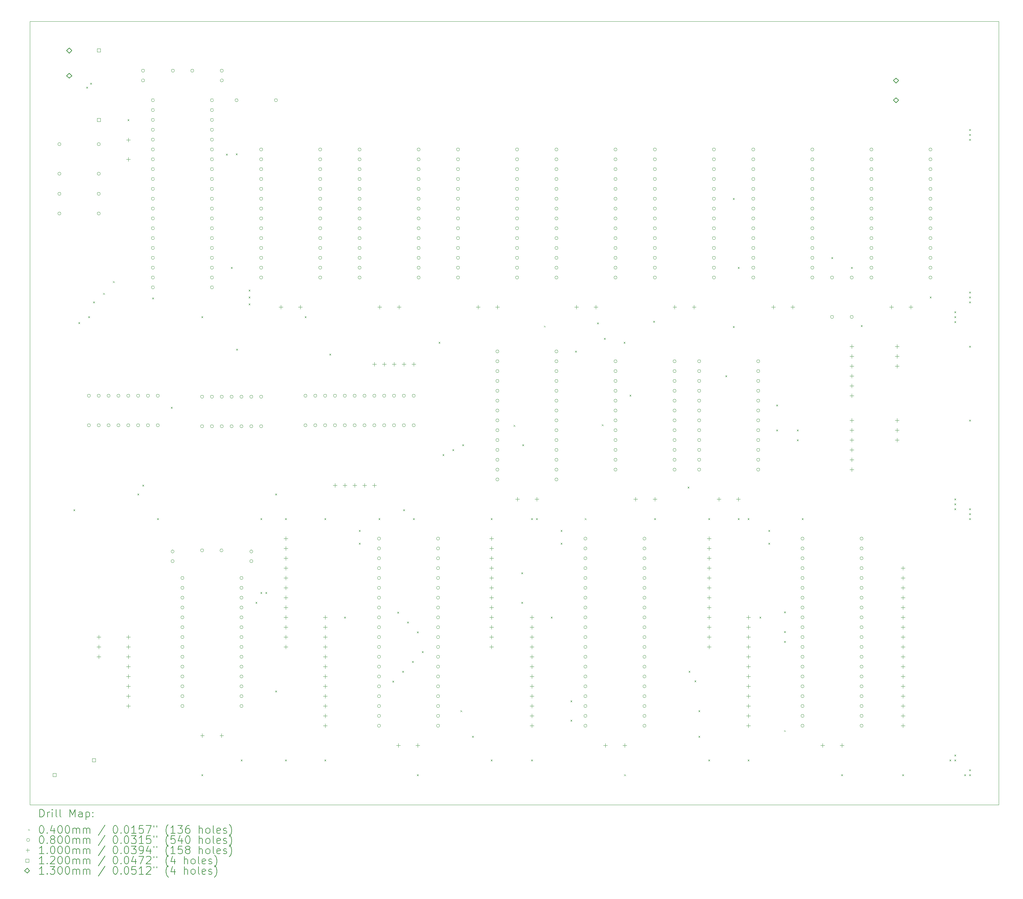
<source format=gbr>
%TF.GenerationSoftware,KiCad,Pcbnew,8.0.7*%
%TF.CreationDate,2025-01-05T12:02:36+01:00*%
%TF.ProjectId,CPU_X-3,4350555f-582d-4332-9e6b-696361645f70,2*%
%TF.SameCoordinates,Original*%
%TF.FileFunction,Drillmap*%
%TF.FilePolarity,Positive*%
%FSLAX45Y45*%
G04 Gerber Fmt 4.5, Leading zero omitted, Abs format (unit mm)*
G04 Created by KiCad (PCBNEW 8.0.7) date 2025-01-05 12:02:36*
%MOMM*%
%LPD*%
G01*
G04 APERTURE LIST*
%ADD10C,0.100000*%
%ADD11C,0.200000*%
%ADD12C,0.120000*%
%ADD13C,0.130000*%
G04 APERTURE END LIST*
D10*
X2540000Y-2540000D02*
X27538680Y-2540000D01*
X27538680Y-22738080D01*
X2540000Y-22738080D01*
X2540000Y-2540000D01*
D11*
D10*
X3663000Y-15118400D02*
X3703000Y-15158400D01*
X3703000Y-15118400D02*
X3663000Y-15158400D01*
X3790000Y-10292400D02*
X3830000Y-10332400D01*
X3830000Y-10292400D02*
X3790000Y-10332400D01*
X3993200Y-4221800D02*
X4033200Y-4261800D01*
X4033200Y-4221800D02*
X3993200Y-4261800D01*
X4044000Y-10140000D02*
X4084000Y-10180000D01*
X4084000Y-10140000D02*
X4044000Y-10180000D01*
X4094800Y-4120200D02*
X4134800Y-4160200D01*
X4134800Y-4120200D02*
X4094800Y-4160200D01*
X4171000Y-9759000D02*
X4211000Y-9799000D01*
X4211000Y-9759000D02*
X4171000Y-9799000D01*
X4432250Y-9540450D02*
X4472250Y-9580450D01*
X4472250Y-9540450D02*
X4432250Y-9580450D01*
X4683480Y-9238480D02*
X4723480Y-9278480D01*
X4723480Y-9238480D02*
X4683480Y-9278480D01*
X5060000Y-5060000D02*
X5100000Y-5100000D01*
X5100000Y-5060000D02*
X5060000Y-5100000D01*
X5314000Y-14712000D02*
X5354000Y-14752000D01*
X5354000Y-14712000D02*
X5314000Y-14752000D01*
X5441000Y-14483400D02*
X5481000Y-14523400D01*
X5481000Y-14483400D02*
X5441000Y-14523400D01*
X5695000Y-9657400D02*
X5735000Y-9697400D01*
X5735000Y-9657400D02*
X5695000Y-9697400D01*
X5822000Y-15347000D02*
X5862000Y-15387000D01*
X5862000Y-15347000D02*
X5822000Y-15387000D01*
X6177600Y-12476800D02*
X6217600Y-12516800D01*
X6217600Y-12476800D02*
X6177600Y-12516800D01*
X6965000Y-10140000D02*
X7005000Y-10180000D01*
X7005000Y-10140000D02*
X6965000Y-10180000D01*
X6965000Y-21951000D02*
X7005000Y-21991000D01*
X7005000Y-21951000D02*
X6965000Y-21991000D01*
X7600000Y-5949000D02*
X7640000Y-5989000D01*
X7640000Y-5949000D02*
X7600000Y-5989000D01*
X7727000Y-8870000D02*
X7767000Y-8910000D01*
X7767000Y-8870000D02*
X7727000Y-8910000D01*
X7854530Y-5944735D02*
X7894530Y-5984735D01*
X7894530Y-5944735D02*
X7854530Y-5984735D01*
X7862000Y-10978200D02*
X7902000Y-11018200D01*
X7902000Y-10978200D02*
X7862000Y-11018200D01*
X7981000Y-21570000D02*
X8021000Y-21610000D01*
X8021000Y-21570000D02*
X7981000Y-21610000D01*
X8184200Y-9454200D02*
X8224200Y-9494200D01*
X8224200Y-9454200D02*
X8184200Y-9494200D01*
X8184200Y-9632000D02*
X8224200Y-9672000D01*
X8224200Y-9632000D02*
X8184200Y-9672000D01*
X8184200Y-9809800D02*
X8224200Y-9849800D01*
X8224200Y-9809800D02*
X8184200Y-9849800D01*
X8362000Y-17506000D02*
X8402000Y-17546000D01*
X8402000Y-17506000D02*
X8362000Y-17546000D01*
X8489000Y-15347000D02*
X8529000Y-15387000D01*
X8529000Y-15347000D02*
X8489000Y-15387000D01*
X8489000Y-17252000D02*
X8529000Y-17292000D01*
X8529000Y-17252000D02*
X8489000Y-17292000D01*
X8616000Y-17252000D02*
X8656000Y-17292000D01*
X8656000Y-17252000D02*
X8616000Y-17292000D01*
X8870000Y-14712000D02*
X8910000Y-14752000D01*
X8910000Y-14712000D02*
X8870000Y-14752000D01*
X8870000Y-19796100D02*
X8910000Y-19836100D01*
X8910000Y-19796100D02*
X8870000Y-19836100D01*
X9124000Y-15347000D02*
X9164000Y-15387000D01*
X9164000Y-15347000D02*
X9124000Y-15387000D01*
X9124000Y-21570000D02*
X9164000Y-21610000D01*
X9164000Y-21570000D02*
X9124000Y-21610000D01*
X9632000Y-10140000D02*
X9672000Y-10180000D01*
X9672000Y-10140000D02*
X9632000Y-10180000D01*
X10140000Y-15347000D02*
X10180000Y-15387000D01*
X10180000Y-15347000D02*
X10140000Y-15387000D01*
X10140000Y-21570000D02*
X10180000Y-21610000D01*
X10180000Y-21570000D02*
X10140000Y-21610000D01*
X10267000Y-11105200D02*
X10307000Y-11145200D01*
X10307000Y-11105200D02*
X10267000Y-11145200D01*
X10648000Y-17887000D02*
X10688000Y-17927000D01*
X10688000Y-17887000D02*
X10648000Y-17927000D01*
X11029000Y-15651800D02*
X11069000Y-15691800D01*
X11069000Y-15651800D02*
X11029000Y-15691800D01*
X11029000Y-15982000D02*
X11069000Y-16022000D01*
X11069000Y-15982000D02*
X11029000Y-16022000D01*
X11537000Y-15347000D02*
X11577000Y-15387000D01*
X11577000Y-15347000D02*
X11537000Y-15387000D01*
X11892600Y-19538000D02*
X11932600Y-19578000D01*
X11932600Y-19538000D02*
X11892600Y-19578000D01*
X12019600Y-17760000D02*
X12059600Y-17800000D01*
X12059600Y-17760000D02*
X12019600Y-17800000D01*
X12146600Y-19284000D02*
X12186600Y-19324000D01*
X12186600Y-19284000D02*
X12146600Y-19324000D01*
X12172000Y-15118400D02*
X12212000Y-15158400D01*
X12212000Y-15118400D02*
X12172000Y-15158400D01*
X12273600Y-18014000D02*
X12313600Y-18054000D01*
X12313600Y-18014000D02*
X12273600Y-18054000D01*
X12400600Y-19030000D02*
X12440600Y-19070000D01*
X12440600Y-19030000D02*
X12400600Y-19070000D01*
X12426000Y-15347000D02*
X12466000Y-15387000D01*
X12466000Y-15347000D02*
X12426000Y-15387000D01*
X12527600Y-18268000D02*
X12567600Y-18308000D01*
X12567600Y-18268000D02*
X12527600Y-18308000D01*
X12527600Y-21951000D02*
X12567600Y-21991000D01*
X12567600Y-21951000D02*
X12527600Y-21991000D01*
X12654600Y-18776000D02*
X12694600Y-18816000D01*
X12694600Y-18776000D02*
X12654600Y-18816000D01*
X13086400Y-10800400D02*
X13126400Y-10840400D01*
X13126400Y-10800400D02*
X13086400Y-10840400D01*
X13188000Y-13696000D02*
X13228000Y-13736000D01*
X13228000Y-13696000D02*
X13188000Y-13736000D01*
X13442000Y-13569000D02*
X13482000Y-13609000D01*
X13482000Y-13569000D02*
X13442000Y-13609000D01*
X13651482Y-20300000D02*
X13691482Y-20340000D01*
X13691482Y-20300000D02*
X13651482Y-20340000D01*
X13696000Y-13442000D02*
X13736000Y-13482000D01*
X13736000Y-13442000D02*
X13696000Y-13482000D01*
X13950000Y-20960400D02*
X13990000Y-21000400D01*
X13990000Y-20960400D02*
X13950000Y-21000400D01*
X14432600Y-15347000D02*
X14472600Y-15387000D01*
X14472600Y-15347000D02*
X14432600Y-15387000D01*
X14432600Y-21570000D02*
X14472600Y-21610000D01*
X14472600Y-21570000D02*
X14432600Y-21610000D01*
X15019600Y-12941800D02*
X15059600Y-12981800D01*
X15059600Y-12941800D02*
X15019600Y-12981800D01*
X15220000Y-16744000D02*
X15260000Y-16784000D01*
X15260000Y-16744000D02*
X15220000Y-16784000D01*
X15220000Y-17506000D02*
X15260000Y-17546000D01*
X15260000Y-17506000D02*
X15220000Y-17546000D01*
X15245400Y-13442000D02*
X15285400Y-13482000D01*
X15285400Y-13442000D02*
X15245400Y-13482000D01*
X15474000Y-15347000D02*
X15514000Y-15387000D01*
X15514000Y-15347000D02*
X15474000Y-15387000D01*
X15474000Y-21570000D02*
X15514000Y-21610000D01*
X15514000Y-21570000D02*
X15474000Y-21610000D01*
X15601000Y-15347000D02*
X15641000Y-15387000D01*
X15641000Y-15347000D02*
X15601000Y-15387000D01*
X15804200Y-10382590D02*
X15844200Y-10422590D01*
X15844200Y-10382590D02*
X15804200Y-10422590D01*
X15982000Y-17887000D02*
X16022000Y-17927000D01*
X16022000Y-17887000D02*
X15982000Y-17927000D01*
X16236000Y-15651800D02*
X16276000Y-15691800D01*
X16276000Y-15651800D02*
X16236000Y-15691800D01*
X16236000Y-15986100D02*
X16276000Y-16026100D01*
X16276000Y-15986100D02*
X16236000Y-16026100D01*
X16490000Y-20046000D02*
X16530000Y-20086000D01*
X16530000Y-20046000D02*
X16490000Y-20086000D01*
X16490000Y-20546920D02*
X16530000Y-20586920D01*
X16530000Y-20546920D02*
X16490000Y-20586920D01*
X16608120Y-11029000D02*
X16648120Y-11069000D01*
X16648120Y-11029000D02*
X16608120Y-11069000D01*
X16856696Y-15347000D02*
X16896696Y-15387000D01*
X16896696Y-15347000D02*
X16856696Y-15387000D01*
X17175800Y-10305440D02*
X17215800Y-10345440D01*
X17215800Y-10305440D02*
X17175800Y-10345440D01*
X17299030Y-12925900D02*
X17339030Y-12965900D01*
X17339030Y-12925900D02*
X17299030Y-12965900D01*
X17353600Y-10698800D02*
X17393600Y-10738800D01*
X17393600Y-10698800D02*
X17353600Y-10738800D01*
X17861600Y-10800400D02*
X17901600Y-10840400D01*
X17901600Y-10800400D02*
X17861600Y-10840400D01*
X17872696Y-21951000D02*
X17912696Y-21991000D01*
X17912696Y-21951000D02*
X17872696Y-21991000D01*
X18014000Y-12164050D02*
X18054000Y-12204050D01*
X18054000Y-12164050D02*
X18014000Y-12204050D01*
X18624200Y-10262260D02*
X18664200Y-10302260D01*
X18664200Y-10262260D02*
X18624200Y-10302260D01*
X18649000Y-15347000D02*
X18689000Y-15387000D01*
X18689000Y-15347000D02*
X18649000Y-15387000D01*
X19512600Y-14534200D02*
X19552600Y-14574200D01*
X19552600Y-14534200D02*
X19512600Y-14574200D01*
X19538000Y-19284000D02*
X19578000Y-19324000D01*
X19578000Y-19284000D02*
X19538000Y-19324000D01*
X19690400Y-19530040D02*
X19730400Y-19570040D01*
X19730400Y-19530040D02*
X19690400Y-19570040D01*
X19792000Y-20300000D02*
X19832000Y-20340000D01*
X19832000Y-20300000D02*
X19792000Y-20340000D01*
X19792000Y-20960400D02*
X19832000Y-21000400D01*
X19832000Y-20960400D02*
X19792000Y-21000400D01*
X20046000Y-15347000D02*
X20086000Y-15387000D01*
X20086000Y-15347000D02*
X20046000Y-15387000D01*
X20046000Y-21570000D02*
X20086000Y-21610000D01*
X20086000Y-21570000D02*
X20046000Y-21610000D01*
X20486330Y-11664000D02*
X20526330Y-11704000D01*
X20526330Y-11664000D02*
X20486330Y-11704000D01*
X20681000Y-7092000D02*
X20721000Y-7132000D01*
X20721000Y-7092000D02*
X20681000Y-7132000D01*
X20681000Y-10394000D02*
X20721000Y-10434000D01*
X20721000Y-10394000D02*
X20681000Y-10434000D01*
X20808000Y-8870000D02*
X20848000Y-8910000D01*
X20848000Y-8870000D02*
X20808000Y-8910000D01*
X20808000Y-15347000D02*
X20848000Y-15387000D01*
X20848000Y-15347000D02*
X20808000Y-15387000D01*
X21062000Y-15347000D02*
X21102000Y-15387000D01*
X21102000Y-15347000D02*
X21062000Y-15387000D01*
X21062000Y-21570000D02*
X21102000Y-21610000D01*
X21102000Y-21570000D02*
X21062000Y-21610000D01*
X21366800Y-17887000D02*
X21406800Y-17927000D01*
X21406800Y-17887000D02*
X21366800Y-17927000D01*
X21595400Y-15651800D02*
X21635400Y-15691800D01*
X21635400Y-15651800D02*
X21595400Y-15691800D01*
X21595400Y-15982000D02*
X21635400Y-16022000D01*
X21635400Y-15982000D02*
X21595400Y-16022000D01*
X21798600Y-12421150D02*
X21838600Y-12461150D01*
X21838600Y-12421150D02*
X21798600Y-12461150D01*
X21798600Y-13061000D02*
X21838600Y-13101000D01*
X21838600Y-13061000D02*
X21798600Y-13101000D01*
X22001800Y-17750900D02*
X22041800Y-17790900D01*
X22041800Y-17750900D02*
X22001800Y-17790900D01*
X22001800Y-18258900D02*
X22041800Y-18298900D01*
X22041800Y-18258900D02*
X22001800Y-18298900D01*
X22001800Y-18512900D02*
X22041800Y-18552900D01*
X22041800Y-18512900D02*
X22001800Y-18552900D01*
X22001800Y-20813580D02*
X22041800Y-20853580D01*
X22041800Y-20813580D02*
X22001800Y-20853580D01*
X22332000Y-13061000D02*
X22372000Y-13101000D01*
X22372000Y-13061000D02*
X22332000Y-13101000D01*
X22332000Y-13315000D02*
X22372000Y-13355000D01*
X22372000Y-13315000D02*
X22332000Y-13355000D01*
X22459000Y-15347000D02*
X22499000Y-15387000D01*
X22499000Y-15347000D02*
X22459000Y-15387000D01*
X23221000Y-8616000D02*
X23261000Y-8656000D01*
X23261000Y-8616000D02*
X23221000Y-8656000D01*
X23475000Y-21951000D02*
X23515000Y-21991000D01*
X23515000Y-21951000D02*
X23475000Y-21991000D01*
X23729000Y-8870000D02*
X23769000Y-8910000D01*
X23769000Y-8870000D02*
X23729000Y-8910000D01*
X23983000Y-10368600D02*
X24023000Y-10408600D01*
X24023000Y-10368600D02*
X23983000Y-10408600D01*
X25049800Y-21951000D02*
X25089800Y-21991000D01*
X25089800Y-21951000D02*
X25049800Y-21991000D01*
X25761000Y-9632000D02*
X25801000Y-9672000D01*
X25801000Y-9632000D02*
X25761000Y-9672000D01*
X26269000Y-21570000D02*
X26309000Y-21610000D01*
X26309000Y-21570000D02*
X26269000Y-21610000D01*
X26396000Y-10013000D02*
X26436000Y-10053000D01*
X26436000Y-10013000D02*
X26396000Y-10053000D01*
X26396000Y-10140000D02*
X26436000Y-10180000D01*
X26436000Y-10140000D02*
X26396000Y-10180000D01*
X26396000Y-10267000D02*
X26436000Y-10307000D01*
X26436000Y-10267000D02*
X26396000Y-10307000D01*
X26396000Y-14839000D02*
X26436000Y-14879000D01*
X26436000Y-14839000D02*
X26396000Y-14879000D01*
X26396000Y-14966000D02*
X26436000Y-15006000D01*
X26436000Y-14966000D02*
X26396000Y-15006000D01*
X26396000Y-15093000D02*
X26436000Y-15133000D01*
X26436000Y-15093000D02*
X26396000Y-15133000D01*
X26396000Y-21443000D02*
X26436000Y-21483000D01*
X26436000Y-21443000D02*
X26396000Y-21483000D01*
X26396000Y-21570000D02*
X26436000Y-21610000D01*
X26436000Y-21570000D02*
X26396000Y-21610000D01*
X26650000Y-21951000D02*
X26690000Y-21991000D01*
X26690000Y-21951000D02*
X26650000Y-21991000D01*
X26777000Y-5314000D02*
X26817000Y-5354000D01*
X26817000Y-5314000D02*
X26777000Y-5354000D01*
X26777000Y-5441000D02*
X26817000Y-5481000D01*
X26817000Y-5441000D02*
X26777000Y-5481000D01*
X26777000Y-5568000D02*
X26817000Y-5608000D01*
X26817000Y-5568000D02*
X26777000Y-5608000D01*
X26777000Y-9505000D02*
X26817000Y-9545000D01*
X26817000Y-9505000D02*
X26777000Y-9545000D01*
X26777000Y-9632000D02*
X26817000Y-9672000D01*
X26817000Y-9632000D02*
X26777000Y-9672000D01*
X26777000Y-9759000D02*
X26817000Y-9799000D01*
X26817000Y-9759000D02*
X26777000Y-9799000D01*
X26777000Y-10902000D02*
X26817000Y-10942000D01*
X26817000Y-10902000D02*
X26777000Y-10942000D01*
X26777000Y-12807000D02*
X26817000Y-12847000D01*
X26817000Y-12807000D02*
X26777000Y-12847000D01*
X26777000Y-15093000D02*
X26817000Y-15133000D01*
X26817000Y-15093000D02*
X26777000Y-15133000D01*
X26777000Y-15220000D02*
X26817000Y-15260000D01*
X26817000Y-15220000D02*
X26777000Y-15260000D01*
X26777000Y-15347000D02*
X26817000Y-15387000D01*
X26817000Y-15347000D02*
X26777000Y-15387000D01*
X26777000Y-21824000D02*
X26817000Y-21864000D01*
X26817000Y-21824000D02*
X26777000Y-21864000D01*
X26777000Y-21951000D02*
X26817000Y-21991000D01*
X26817000Y-21951000D02*
X26777000Y-21991000D01*
X3342000Y-5704000D02*
G75*
G02*
X3262000Y-5704000I-40000J0D01*
G01*
X3262000Y-5704000D02*
G75*
G02*
X3342000Y-5704000I40000J0D01*
G01*
X3342000Y-6466000D02*
G75*
G02*
X3262000Y-6466000I-40000J0D01*
G01*
X3262000Y-6466000D02*
G75*
G02*
X3342000Y-6466000I40000J0D01*
G01*
X3342000Y-6985000D02*
G75*
G02*
X3262000Y-6985000I-40000J0D01*
G01*
X3262000Y-6985000D02*
G75*
G02*
X3342000Y-6985000I40000J0D01*
G01*
X3342000Y-7493000D02*
G75*
G02*
X3262000Y-7493000I-40000J0D01*
G01*
X3262000Y-7493000D02*
G75*
G02*
X3342000Y-7493000I40000J0D01*
G01*
X4104000Y-12192000D02*
G75*
G02*
X4024000Y-12192000I-40000J0D01*
G01*
X4024000Y-12192000D02*
G75*
G02*
X4104000Y-12192000I40000J0D01*
G01*
X4104000Y-12954000D02*
G75*
G02*
X4024000Y-12954000I-40000J0D01*
G01*
X4024000Y-12954000D02*
G75*
G02*
X4104000Y-12954000I40000J0D01*
G01*
X4358000Y-5704000D02*
G75*
G02*
X4278000Y-5704000I-40000J0D01*
G01*
X4278000Y-5704000D02*
G75*
G02*
X4358000Y-5704000I40000J0D01*
G01*
X4358000Y-6466000D02*
G75*
G02*
X4278000Y-6466000I-40000J0D01*
G01*
X4278000Y-6466000D02*
G75*
G02*
X4358000Y-6466000I40000J0D01*
G01*
X4358000Y-6985000D02*
G75*
G02*
X4278000Y-6985000I-40000J0D01*
G01*
X4278000Y-6985000D02*
G75*
G02*
X4358000Y-6985000I40000J0D01*
G01*
X4358000Y-7493000D02*
G75*
G02*
X4278000Y-7493000I-40000J0D01*
G01*
X4278000Y-7493000D02*
G75*
G02*
X4358000Y-7493000I40000J0D01*
G01*
X4358000Y-12192000D02*
G75*
G02*
X4278000Y-12192000I-40000J0D01*
G01*
X4278000Y-12192000D02*
G75*
G02*
X4358000Y-12192000I40000J0D01*
G01*
X4358000Y-12954000D02*
G75*
G02*
X4278000Y-12954000I-40000J0D01*
G01*
X4278000Y-12954000D02*
G75*
G02*
X4358000Y-12954000I40000J0D01*
G01*
X4612000Y-12192000D02*
G75*
G02*
X4532000Y-12192000I-40000J0D01*
G01*
X4532000Y-12192000D02*
G75*
G02*
X4612000Y-12192000I40000J0D01*
G01*
X4612000Y-12954000D02*
G75*
G02*
X4532000Y-12954000I-40000J0D01*
G01*
X4532000Y-12954000D02*
G75*
G02*
X4612000Y-12954000I40000J0D01*
G01*
X4866000Y-12192000D02*
G75*
G02*
X4786000Y-12192000I-40000J0D01*
G01*
X4786000Y-12192000D02*
G75*
G02*
X4866000Y-12192000I40000J0D01*
G01*
X4866000Y-12954000D02*
G75*
G02*
X4786000Y-12954000I-40000J0D01*
G01*
X4786000Y-12954000D02*
G75*
G02*
X4866000Y-12954000I40000J0D01*
G01*
X5120000Y-12192000D02*
G75*
G02*
X5040000Y-12192000I-40000J0D01*
G01*
X5040000Y-12192000D02*
G75*
G02*
X5120000Y-12192000I40000J0D01*
G01*
X5120000Y-12954000D02*
G75*
G02*
X5040000Y-12954000I-40000J0D01*
G01*
X5040000Y-12954000D02*
G75*
G02*
X5120000Y-12954000I40000J0D01*
G01*
X5374000Y-12192000D02*
G75*
G02*
X5294000Y-12192000I-40000J0D01*
G01*
X5294000Y-12192000D02*
G75*
G02*
X5374000Y-12192000I40000J0D01*
G01*
X5374000Y-12954000D02*
G75*
G02*
X5294000Y-12954000I-40000J0D01*
G01*
X5294000Y-12954000D02*
G75*
G02*
X5374000Y-12954000I40000J0D01*
G01*
X5501000Y-3810000D02*
G75*
G02*
X5421000Y-3810000I-40000J0D01*
G01*
X5421000Y-3810000D02*
G75*
G02*
X5501000Y-3810000I40000J0D01*
G01*
X5501000Y-4060000D02*
G75*
G02*
X5421000Y-4060000I-40000J0D01*
G01*
X5421000Y-4060000D02*
G75*
G02*
X5501000Y-4060000I40000J0D01*
G01*
X5628000Y-12192000D02*
G75*
G02*
X5548000Y-12192000I-40000J0D01*
G01*
X5548000Y-12192000D02*
G75*
G02*
X5628000Y-12192000I40000J0D01*
G01*
X5628000Y-12954000D02*
G75*
G02*
X5548000Y-12954000I-40000J0D01*
G01*
X5548000Y-12954000D02*
G75*
G02*
X5628000Y-12954000I40000J0D01*
G01*
X5755500Y-4572000D02*
G75*
G02*
X5675500Y-4572000I-40000J0D01*
G01*
X5675500Y-4572000D02*
G75*
G02*
X5755500Y-4572000I40000J0D01*
G01*
X5755500Y-4826000D02*
G75*
G02*
X5675500Y-4826000I-40000J0D01*
G01*
X5675500Y-4826000D02*
G75*
G02*
X5755500Y-4826000I40000J0D01*
G01*
X5755500Y-5080000D02*
G75*
G02*
X5675500Y-5080000I-40000J0D01*
G01*
X5675500Y-5080000D02*
G75*
G02*
X5755500Y-5080000I40000J0D01*
G01*
X5755500Y-5334000D02*
G75*
G02*
X5675500Y-5334000I-40000J0D01*
G01*
X5675500Y-5334000D02*
G75*
G02*
X5755500Y-5334000I40000J0D01*
G01*
X5755500Y-5588000D02*
G75*
G02*
X5675500Y-5588000I-40000J0D01*
G01*
X5675500Y-5588000D02*
G75*
G02*
X5755500Y-5588000I40000J0D01*
G01*
X5755500Y-5842000D02*
G75*
G02*
X5675500Y-5842000I-40000J0D01*
G01*
X5675500Y-5842000D02*
G75*
G02*
X5755500Y-5842000I40000J0D01*
G01*
X5755500Y-6096000D02*
G75*
G02*
X5675500Y-6096000I-40000J0D01*
G01*
X5675500Y-6096000D02*
G75*
G02*
X5755500Y-6096000I40000J0D01*
G01*
X5755500Y-6350000D02*
G75*
G02*
X5675500Y-6350000I-40000J0D01*
G01*
X5675500Y-6350000D02*
G75*
G02*
X5755500Y-6350000I40000J0D01*
G01*
X5755500Y-6604000D02*
G75*
G02*
X5675500Y-6604000I-40000J0D01*
G01*
X5675500Y-6604000D02*
G75*
G02*
X5755500Y-6604000I40000J0D01*
G01*
X5755500Y-6858000D02*
G75*
G02*
X5675500Y-6858000I-40000J0D01*
G01*
X5675500Y-6858000D02*
G75*
G02*
X5755500Y-6858000I40000J0D01*
G01*
X5755500Y-7112000D02*
G75*
G02*
X5675500Y-7112000I-40000J0D01*
G01*
X5675500Y-7112000D02*
G75*
G02*
X5755500Y-7112000I40000J0D01*
G01*
X5755500Y-7366000D02*
G75*
G02*
X5675500Y-7366000I-40000J0D01*
G01*
X5675500Y-7366000D02*
G75*
G02*
X5755500Y-7366000I40000J0D01*
G01*
X5755500Y-7620000D02*
G75*
G02*
X5675500Y-7620000I-40000J0D01*
G01*
X5675500Y-7620000D02*
G75*
G02*
X5755500Y-7620000I40000J0D01*
G01*
X5755500Y-7874000D02*
G75*
G02*
X5675500Y-7874000I-40000J0D01*
G01*
X5675500Y-7874000D02*
G75*
G02*
X5755500Y-7874000I40000J0D01*
G01*
X5755500Y-8128000D02*
G75*
G02*
X5675500Y-8128000I-40000J0D01*
G01*
X5675500Y-8128000D02*
G75*
G02*
X5755500Y-8128000I40000J0D01*
G01*
X5755500Y-8382000D02*
G75*
G02*
X5675500Y-8382000I-40000J0D01*
G01*
X5675500Y-8382000D02*
G75*
G02*
X5755500Y-8382000I40000J0D01*
G01*
X5755500Y-8636000D02*
G75*
G02*
X5675500Y-8636000I-40000J0D01*
G01*
X5675500Y-8636000D02*
G75*
G02*
X5755500Y-8636000I40000J0D01*
G01*
X5755500Y-8890000D02*
G75*
G02*
X5675500Y-8890000I-40000J0D01*
G01*
X5675500Y-8890000D02*
G75*
G02*
X5755500Y-8890000I40000J0D01*
G01*
X5755500Y-9144000D02*
G75*
G02*
X5675500Y-9144000I-40000J0D01*
G01*
X5675500Y-9144000D02*
G75*
G02*
X5755500Y-9144000I40000J0D01*
G01*
X5755500Y-9398000D02*
G75*
G02*
X5675500Y-9398000I-40000J0D01*
G01*
X5675500Y-9398000D02*
G75*
G02*
X5755500Y-9398000I40000J0D01*
G01*
X5882000Y-12192000D02*
G75*
G02*
X5802000Y-12192000I-40000J0D01*
G01*
X5802000Y-12192000D02*
G75*
G02*
X5882000Y-12192000I40000J0D01*
G01*
X5882000Y-12954000D02*
G75*
G02*
X5802000Y-12954000I-40000J0D01*
G01*
X5802000Y-12954000D02*
G75*
G02*
X5882000Y-12954000I40000J0D01*
G01*
X6263000Y-16207200D02*
G75*
G02*
X6183000Y-16207200I-40000J0D01*
G01*
X6183000Y-16207200D02*
G75*
G02*
X6263000Y-16207200I40000J0D01*
G01*
X6263000Y-16457200D02*
G75*
G02*
X6183000Y-16457200I-40000J0D01*
G01*
X6183000Y-16457200D02*
G75*
G02*
X6263000Y-16457200I40000J0D01*
G01*
X6271250Y-3810000D02*
G75*
G02*
X6191250Y-3810000I-40000J0D01*
G01*
X6191250Y-3810000D02*
G75*
G02*
X6271250Y-3810000I40000J0D01*
G01*
X6517000Y-16891000D02*
G75*
G02*
X6437000Y-16891000I-40000J0D01*
G01*
X6437000Y-16891000D02*
G75*
G02*
X6517000Y-16891000I40000J0D01*
G01*
X6517000Y-17145000D02*
G75*
G02*
X6437000Y-17145000I-40000J0D01*
G01*
X6437000Y-17145000D02*
G75*
G02*
X6517000Y-17145000I40000J0D01*
G01*
X6517000Y-17399000D02*
G75*
G02*
X6437000Y-17399000I-40000J0D01*
G01*
X6437000Y-17399000D02*
G75*
G02*
X6517000Y-17399000I40000J0D01*
G01*
X6517000Y-17653000D02*
G75*
G02*
X6437000Y-17653000I-40000J0D01*
G01*
X6437000Y-17653000D02*
G75*
G02*
X6517000Y-17653000I40000J0D01*
G01*
X6517000Y-17907000D02*
G75*
G02*
X6437000Y-17907000I-40000J0D01*
G01*
X6437000Y-17907000D02*
G75*
G02*
X6517000Y-17907000I40000J0D01*
G01*
X6517000Y-18161000D02*
G75*
G02*
X6437000Y-18161000I-40000J0D01*
G01*
X6437000Y-18161000D02*
G75*
G02*
X6517000Y-18161000I40000J0D01*
G01*
X6517000Y-18415000D02*
G75*
G02*
X6437000Y-18415000I-40000J0D01*
G01*
X6437000Y-18415000D02*
G75*
G02*
X6517000Y-18415000I40000J0D01*
G01*
X6517000Y-18669000D02*
G75*
G02*
X6437000Y-18669000I-40000J0D01*
G01*
X6437000Y-18669000D02*
G75*
G02*
X6517000Y-18669000I40000J0D01*
G01*
X6517000Y-18923000D02*
G75*
G02*
X6437000Y-18923000I-40000J0D01*
G01*
X6437000Y-18923000D02*
G75*
G02*
X6517000Y-18923000I40000J0D01*
G01*
X6517000Y-19177000D02*
G75*
G02*
X6437000Y-19177000I-40000J0D01*
G01*
X6437000Y-19177000D02*
G75*
G02*
X6517000Y-19177000I40000J0D01*
G01*
X6517000Y-19431000D02*
G75*
G02*
X6437000Y-19431000I-40000J0D01*
G01*
X6437000Y-19431000D02*
G75*
G02*
X6517000Y-19431000I40000J0D01*
G01*
X6517000Y-19685000D02*
G75*
G02*
X6437000Y-19685000I-40000J0D01*
G01*
X6437000Y-19685000D02*
G75*
G02*
X6517000Y-19685000I40000J0D01*
G01*
X6517000Y-19939000D02*
G75*
G02*
X6437000Y-19939000I-40000J0D01*
G01*
X6437000Y-19939000D02*
G75*
G02*
X6517000Y-19939000I40000J0D01*
G01*
X6517000Y-20193000D02*
G75*
G02*
X6437000Y-20193000I-40000J0D01*
G01*
X6437000Y-20193000D02*
G75*
G02*
X6517000Y-20193000I40000J0D01*
G01*
X6771250Y-3810000D02*
G75*
G02*
X6691250Y-3810000I-40000J0D01*
G01*
X6691250Y-3810000D02*
G75*
G02*
X6771250Y-3810000I40000J0D01*
G01*
X7025000Y-12217400D02*
G75*
G02*
X6945000Y-12217400I-40000J0D01*
G01*
X6945000Y-12217400D02*
G75*
G02*
X7025000Y-12217400I40000J0D01*
G01*
X7025000Y-12979400D02*
G75*
G02*
X6945000Y-12979400I-40000J0D01*
G01*
X6945000Y-12979400D02*
G75*
G02*
X7025000Y-12979400I40000J0D01*
G01*
X7025000Y-16179800D02*
G75*
G02*
X6945000Y-16179800I-40000J0D01*
G01*
X6945000Y-16179800D02*
G75*
G02*
X7025000Y-16179800I40000J0D01*
G01*
X7279000Y-12217400D02*
G75*
G02*
X7199000Y-12217400I-40000J0D01*
G01*
X7199000Y-12217400D02*
G75*
G02*
X7279000Y-12217400I40000J0D01*
G01*
X7279000Y-12979400D02*
G75*
G02*
X7199000Y-12979400I-40000J0D01*
G01*
X7199000Y-12979400D02*
G75*
G02*
X7279000Y-12979400I40000J0D01*
G01*
X7279500Y-4572000D02*
G75*
G02*
X7199500Y-4572000I-40000J0D01*
G01*
X7199500Y-4572000D02*
G75*
G02*
X7279500Y-4572000I40000J0D01*
G01*
X7279500Y-4826000D02*
G75*
G02*
X7199500Y-4826000I-40000J0D01*
G01*
X7199500Y-4826000D02*
G75*
G02*
X7279500Y-4826000I40000J0D01*
G01*
X7279500Y-5080000D02*
G75*
G02*
X7199500Y-5080000I-40000J0D01*
G01*
X7199500Y-5080000D02*
G75*
G02*
X7279500Y-5080000I40000J0D01*
G01*
X7279500Y-5334000D02*
G75*
G02*
X7199500Y-5334000I-40000J0D01*
G01*
X7199500Y-5334000D02*
G75*
G02*
X7279500Y-5334000I40000J0D01*
G01*
X7279500Y-5588000D02*
G75*
G02*
X7199500Y-5588000I-40000J0D01*
G01*
X7199500Y-5588000D02*
G75*
G02*
X7279500Y-5588000I40000J0D01*
G01*
X7279500Y-5842000D02*
G75*
G02*
X7199500Y-5842000I-40000J0D01*
G01*
X7199500Y-5842000D02*
G75*
G02*
X7279500Y-5842000I40000J0D01*
G01*
X7279500Y-6096000D02*
G75*
G02*
X7199500Y-6096000I-40000J0D01*
G01*
X7199500Y-6096000D02*
G75*
G02*
X7279500Y-6096000I40000J0D01*
G01*
X7279500Y-6350000D02*
G75*
G02*
X7199500Y-6350000I-40000J0D01*
G01*
X7199500Y-6350000D02*
G75*
G02*
X7279500Y-6350000I40000J0D01*
G01*
X7279500Y-6604000D02*
G75*
G02*
X7199500Y-6604000I-40000J0D01*
G01*
X7199500Y-6604000D02*
G75*
G02*
X7279500Y-6604000I40000J0D01*
G01*
X7279500Y-6858000D02*
G75*
G02*
X7199500Y-6858000I-40000J0D01*
G01*
X7199500Y-6858000D02*
G75*
G02*
X7279500Y-6858000I40000J0D01*
G01*
X7279500Y-7112000D02*
G75*
G02*
X7199500Y-7112000I-40000J0D01*
G01*
X7199500Y-7112000D02*
G75*
G02*
X7279500Y-7112000I40000J0D01*
G01*
X7279500Y-7366000D02*
G75*
G02*
X7199500Y-7366000I-40000J0D01*
G01*
X7199500Y-7366000D02*
G75*
G02*
X7279500Y-7366000I40000J0D01*
G01*
X7279500Y-7620000D02*
G75*
G02*
X7199500Y-7620000I-40000J0D01*
G01*
X7199500Y-7620000D02*
G75*
G02*
X7279500Y-7620000I40000J0D01*
G01*
X7279500Y-7874000D02*
G75*
G02*
X7199500Y-7874000I-40000J0D01*
G01*
X7199500Y-7874000D02*
G75*
G02*
X7279500Y-7874000I40000J0D01*
G01*
X7279500Y-8128000D02*
G75*
G02*
X7199500Y-8128000I-40000J0D01*
G01*
X7199500Y-8128000D02*
G75*
G02*
X7279500Y-8128000I40000J0D01*
G01*
X7279500Y-8382000D02*
G75*
G02*
X7199500Y-8382000I-40000J0D01*
G01*
X7199500Y-8382000D02*
G75*
G02*
X7279500Y-8382000I40000J0D01*
G01*
X7279500Y-8636000D02*
G75*
G02*
X7199500Y-8636000I-40000J0D01*
G01*
X7199500Y-8636000D02*
G75*
G02*
X7279500Y-8636000I40000J0D01*
G01*
X7279500Y-8890000D02*
G75*
G02*
X7199500Y-8890000I-40000J0D01*
G01*
X7199500Y-8890000D02*
G75*
G02*
X7279500Y-8890000I40000J0D01*
G01*
X7279500Y-9144000D02*
G75*
G02*
X7199500Y-9144000I-40000J0D01*
G01*
X7199500Y-9144000D02*
G75*
G02*
X7279500Y-9144000I40000J0D01*
G01*
X7279500Y-9398000D02*
G75*
G02*
X7199500Y-9398000I-40000J0D01*
G01*
X7199500Y-9398000D02*
G75*
G02*
X7279500Y-9398000I40000J0D01*
G01*
X7525000Y-16179800D02*
G75*
G02*
X7445000Y-16179800I-40000J0D01*
G01*
X7445000Y-16179800D02*
G75*
G02*
X7525000Y-16179800I40000J0D01*
G01*
X7533000Y-3810000D02*
G75*
G02*
X7453000Y-3810000I-40000J0D01*
G01*
X7453000Y-3810000D02*
G75*
G02*
X7533000Y-3810000I40000J0D01*
G01*
X7533000Y-4060000D02*
G75*
G02*
X7453000Y-4060000I-40000J0D01*
G01*
X7453000Y-4060000D02*
G75*
G02*
X7533000Y-4060000I40000J0D01*
G01*
X7533000Y-12217400D02*
G75*
G02*
X7453000Y-12217400I-40000J0D01*
G01*
X7453000Y-12217400D02*
G75*
G02*
X7533000Y-12217400I40000J0D01*
G01*
X7533000Y-12979400D02*
G75*
G02*
X7453000Y-12979400I-40000J0D01*
G01*
X7453000Y-12979400D02*
G75*
G02*
X7533000Y-12979400I40000J0D01*
G01*
X7787000Y-12217400D02*
G75*
G02*
X7707000Y-12217400I-40000J0D01*
G01*
X7707000Y-12217400D02*
G75*
G02*
X7787000Y-12217400I40000J0D01*
G01*
X7787000Y-12979400D02*
G75*
G02*
X7707000Y-12979400I-40000J0D01*
G01*
X7707000Y-12979400D02*
G75*
G02*
X7787000Y-12979400I40000J0D01*
G01*
X7914000Y-4572000D02*
G75*
G02*
X7834000Y-4572000I-40000J0D01*
G01*
X7834000Y-4572000D02*
G75*
G02*
X7914000Y-4572000I40000J0D01*
G01*
X8041000Y-12217400D02*
G75*
G02*
X7961000Y-12217400I-40000J0D01*
G01*
X7961000Y-12217400D02*
G75*
G02*
X8041000Y-12217400I40000J0D01*
G01*
X8041000Y-12979400D02*
G75*
G02*
X7961000Y-12979400I-40000J0D01*
G01*
X7961000Y-12979400D02*
G75*
G02*
X8041000Y-12979400I40000J0D01*
G01*
X8041000Y-16891000D02*
G75*
G02*
X7961000Y-16891000I-40000J0D01*
G01*
X7961000Y-16891000D02*
G75*
G02*
X8041000Y-16891000I40000J0D01*
G01*
X8041000Y-17145000D02*
G75*
G02*
X7961000Y-17145000I-40000J0D01*
G01*
X7961000Y-17145000D02*
G75*
G02*
X8041000Y-17145000I40000J0D01*
G01*
X8041000Y-17399000D02*
G75*
G02*
X7961000Y-17399000I-40000J0D01*
G01*
X7961000Y-17399000D02*
G75*
G02*
X8041000Y-17399000I40000J0D01*
G01*
X8041000Y-17653000D02*
G75*
G02*
X7961000Y-17653000I-40000J0D01*
G01*
X7961000Y-17653000D02*
G75*
G02*
X8041000Y-17653000I40000J0D01*
G01*
X8041000Y-17907000D02*
G75*
G02*
X7961000Y-17907000I-40000J0D01*
G01*
X7961000Y-17907000D02*
G75*
G02*
X8041000Y-17907000I40000J0D01*
G01*
X8041000Y-18161000D02*
G75*
G02*
X7961000Y-18161000I-40000J0D01*
G01*
X7961000Y-18161000D02*
G75*
G02*
X8041000Y-18161000I40000J0D01*
G01*
X8041000Y-18415000D02*
G75*
G02*
X7961000Y-18415000I-40000J0D01*
G01*
X7961000Y-18415000D02*
G75*
G02*
X8041000Y-18415000I40000J0D01*
G01*
X8041000Y-18669000D02*
G75*
G02*
X7961000Y-18669000I-40000J0D01*
G01*
X7961000Y-18669000D02*
G75*
G02*
X8041000Y-18669000I40000J0D01*
G01*
X8041000Y-18923000D02*
G75*
G02*
X7961000Y-18923000I-40000J0D01*
G01*
X7961000Y-18923000D02*
G75*
G02*
X8041000Y-18923000I40000J0D01*
G01*
X8041000Y-19177000D02*
G75*
G02*
X7961000Y-19177000I-40000J0D01*
G01*
X7961000Y-19177000D02*
G75*
G02*
X8041000Y-19177000I40000J0D01*
G01*
X8041000Y-19431000D02*
G75*
G02*
X7961000Y-19431000I-40000J0D01*
G01*
X7961000Y-19431000D02*
G75*
G02*
X8041000Y-19431000I40000J0D01*
G01*
X8041000Y-19685000D02*
G75*
G02*
X7961000Y-19685000I-40000J0D01*
G01*
X7961000Y-19685000D02*
G75*
G02*
X8041000Y-19685000I40000J0D01*
G01*
X8041000Y-19939000D02*
G75*
G02*
X7961000Y-19939000I-40000J0D01*
G01*
X7961000Y-19939000D02*
G75*
G02*
X8041000Y-19939000I40000J0D01*
G01*
X8041000Y-20193000D02*
G75*
G02*
X7961000Y-20193000I-40000J0D01*
G01*
X7961000Y-20193000D02*
G75*
G02*
X8041000Y-20193000I40000J0D01*
G01*
X8295000Y-12217400D02*
G75*
G02*
X8215000Y-12217400I-40000J0D01*
G01*
X8215000Y-12217400D02*
G75*
G02*
X8295000Y-12217400I40000J0D01*
G01*
X8295000Y-12979400D02*
G75*
G02*
X8215000Y-12979400I-40000J0D01*
G01*
X8215000Y-12979400D02*
G75*
G02*
X8295000Y-12979400I40000J0D01*
G01*
X8295000Y-16207200D02*
G75*
G02*
X8215000Y-16207200I-40000J0D01*
G01*
X8215000Y-16207200D02*
G75*
G02*
X8295000Y-16207200I40000J0D01*
G01*
X8295000Y-16457200D02*
G75*
G02*
X8215000Y-16457200I-40000J0D01*
G01*
X8215000Y-16457200D02*
G75*
G02*
X8295000Y-16457200I40000J0D01*
G01*
X8549000Y-5842000D02*
G75*
G02*
X8469000Y-5842000I-40000J0D01*
G01*
X8469000Y-5842000D02*
G75*
G02*
X8549000Y-5842000I40000J0D01*
G01*
X8549000Y-6096000D02*
G75*
G02*
X8469000Y-6096000I-40000J0D01*
G01*
X8469000Y-6096000D02*
G75*
G02*
X8549000Y-6096000I40000J0D01*
G01*
X8549000Y-6350000D02*
G75*
G02*
X8469000Y-6350000I-40000J0D01*
G01*
X8469000Y-6350000D02*
G75*
G02*
X8549000Y-6350000I40000J0D01*
G01*
X8549000Y-6604000D02*
G75*
G02*
X8469000Y-6604000I-40000J0D01*
G01*
X8469000Y-6604000D02*
G75*
G02*
X8549000Y-6604000I40000J0D01*
G01*
X8549000Y-6858000D02*
G75*
G02*
X8469000Y-6858000I-40000J0D01*
G01*
X8469000Y-6858000D02*
G75*
G02*
X8549000Y-6858000I40000J0D01*
G01*
X8549000Y-7112000D02*
G75*
G02*
X8469000Y-7112000I-40000J0D01*
G01*
X8469000Y-7112000D02*
G75*
G02*
X8549000Y-7112000I40000J0D01*
G01*
X8549000Y-7366000D02*
G75*
G02*
X8469000Y-7366000I-40000J0D01*
G01*
X8469000Y-7366000D02*
G75*
G02*
X8549000Y-7366000I40000J0D01*
G01*
X8549000Y-7620000D02*
G75*
G02*
X8469000Y-7620000I-40000J0D01*
G01*
X8469000Y-7620000D02*
G75*
G02*
X8549000Y-7620000I40000J0D01*
G01*
X8549000Y-7874000D02*
G75*
G02*
X8469000Y-7874000I-40000J0D01*
G01*
X8469000Y-7874000D02*
G75*
G02*
X8549000Y-7874000I40000J0D01*
G01*
X8549000Y-8128000D02*
G75*
G02*
X8469000Y-8128000I-40000J0D01*
G01*
X8469000Y-8128000D02*
G75*
G02*
X8549000Y-8128000I40000J0D01*
G01*
X8549000Y-8382000D02*
G75*
G02*
X8469000Y-8382000I-40000J0D01*
G01*
X8469000Y-8382000D02*
G75*
G02*
X8549000Y-8382000I40000J0D01*
G01*
X8549000Y-8636000D02*
G75*
G02*
X8469000Y-8636000I-40000J0D01*
G01*
X8469000Y-8636000D02*
G75*
G02*
X8549000Y-8636000I40000J0D01*
G01*
X8549000Y-8890000D02*
G75*
G02*
X8469000Y-8890000I-40000J0D01*
G01*
X8469000Y-8890000D02*
G75*
G02*
X8549000Y-8890000I40000J0D01*
G01*
X8549000Y-9144000D02*
G75*
G02*
X8469000Y-9144000I-40000J0D01*
G01*
X8469000Y-9144000D02*
G75*
G02*
X8549000Y-9144000I40000J0D01*
G01*
X8549000Y-12217400D02*
G75*
G02*
X8469000Y-12217400I-40000J0D01*
G01*
X8469000Y-12217400D02*
G75*
G02*
X8549000Y-12217400I40000J0D01*
G01*
X8549000Y-12979400D02*
G75*
G02*
X8469000Y-12979400I-40000J0D01*
G01*
X8469000Y-12979400D02*
G75*
G02*
X8549000Y-12979400I40000J0D01*
G01*
X8930000Y-4572000D02*
G75*
G02*
X8850000Y-4572000I-40000J0D01*
G01*
X8850000Y-4572000D02*
G75*
G02*
X8930000Y-4572000I40000J0D01*
G01*
X9692000Y-12192000D02*
G75*
G02*
X9612000Y-12192000I-40000J0D01*
G01*
X9612000Y-12192000D02*
G75*
G02*
X9692000Y-12192000I40000J0D01*
G01*
X9692000Y-12954000D02*
G75*
G02*
X9612000Y-12954000I-40000J0D01*
G01*
X9612000Y-12954000D02*
G75*
G02*
X9692000Y-12954000I40000J0D01*
G01*
X9946000Y-12192000D02*
G75*
G02*
X9866000Y-12192000I-40000J0D01*
G01*
X9866000Y-12192000D02*
G75*
G02*
X9946000Y-12192000I40000J0D01*
G01*
X9946000Y-12954000D02*
G75*
G02*
X9866000Y-12954000I-40000J0D01*
G01*
X9866000Y-12954000D02*
G75*
G02*
X9946000Y-12954000I40000J0D01*
G01*
X10073000Y-5842000D02*
G75*
G02*
X9993000Y-5842000I-40000J0D01*
G01*
X9993000Y-5842000D02*
G75*
G02*
X10073000Y-5842000I40000J0D01*
G01*
X10073000Y-6096000D02*
G75*
G02*
X9993000Y-6096000I-40000J0D01*
G01*
X9993000Y-6096000D02*
G75*
G02*
X10073000Y-6096000I40000J0D01*
G01*
X10073000Y-6350000D02*
G75*
G02*
X9993000Y-6350000I-40000J0D01*
G01*
X9993000Y-6350000D02*
G75*
G02*
X10073000Y-6350000I40000J0D01*
G01*
X10073000Y-6604000D02*
G75*
G02*
X9993000Y-6604000I-40000J0D01*
G01*
X9993000Y-6604000D02*
G75*
G02*
X10073000Y-6604000I40000J0D01*
G01*
X10073000Y-6858000D02*
G75*
G02*
X9993000Y-6858000I-40000J0D01*
G01*
X9993000Y-6858000D02*
G75*
G02*
X10073000Y-6858000I40000J0D01*
G01*
X10073000Y-7112000D02*
G75*
G02*
X9993000Y-7112000I-40000J0D01*
G01*
X9993000Y-7112000D02*
G75*
G02*
X10073000Y-7112000I40000J0D01*
G01*
X10073000Y-7366000D02*
G75*
G02*
X9993000Y-7366000I-40000J0D01*
G01*
X9993000Y-7366000D02*
G75*
G02*
X10073000Y-7366000I40000J0D01*
G01*
X10073000Y-7620000D02*
G75*
G02*
X9993000Y-7620000I-40000J0D01*
G01*
X9993000Y-7620000D02*
G75*
G02*
X10073000Y-7620000I40000J0D01*
G01*
X10073000Y-7874000D02*
G75*
G02*
X9993000Y-7874000I-40000J0D01*
G01*
X9993000Y-7874000D02*
G75*
G02*
X10073000Y-7874000I40000J0D01*
G01*
X10073000Y-8128000D02*
G75*
G02*
X9993000Y-8128000I-40000J0D01*
G01*
X9993000Y-8128000D02*
G75*
G02*
X10073000Y-8128000I40000J0D01*
G01*
X10073000Y-8382000D02*
G75*
G02*
X9993000Y-8382000I-40000J0D01*
G01*
X9993000Y-8382000D02*
G75*
G02*
X10073000Y-8382000I40000J0D01*
G01*
X10073000Y-8636000D02*
G75*
G02*
X9993000Y-8636000I-40000J0D01*
G01*
X9993000Y-8636000D02*
G75*
G02*
X10073000Y-8636000I40000J0D01*
G01*
X10073000Y-8890000D02*
G75*
G02*
X9993000Y-8890000I-40000J0D01*
G01*
X9993000Y-8890000D02*
G75*
G02*
X10073000Y-8890000I40000J0D01*
G01*
X10073000Y-9144000D02*
G75*
G02*
X9993000Y-9144000I-40000J0D01*
G01*
X9993000Y-9144000D02*
G75*
G02*
X10073000Y-9144000I40000J0D01*
G01*
X10200000Y-12192000D02*
G75*
G02*
X10120000Y-12192000I-40000J0D01*
G01*
X10120000Y-12192000D02*
G75*
G02*
X10200000Y-12192000I40000J0D01*
G01*
X10200000Y-12954000D02*
G75*
G02*
X10120000Y-12954000I-40000J0D01*
G01*
X10120000Y-12954000D02*
G75*
G02*
X10200000Y-12954000I40000J0D01*
G01*
X10454000Y-12192000D02*
G75*
G02*
X10374000Y-12192000I-40000J0D01*
G01*
X10374000Y-12192000D02*
G75*
G02*
X10454000Y-12192000I40000J0D01*
G01*
X10454000Y-12954000D02*
G75*
G02*
X10374000Y-12954000I-40000J0D01*
G01*
X10374000Y-12954000D02*
G75*
G02*
X10454000Y-12954000I40000J0D01*
G01*
X10708000Y-12192000D02*
G75*
G02*
X10628000Y-12192000I-40000J0D01*
G01*
X10628000Y-12192000D02*
G75*
G02*
X10708000Y-12192000I40000J0D01*
G01*
X10708000Y-12954000D02*
G75*
G02*
X10628000Y-12954000I-40000J0D01*
G01*
X10628000Y-12954000D02*
G75*
G02*
X10708000Y-12954000I40000J0D01*
G01*
X10962000Y-12192000D02*
G75*
G02*
X10882000Y-12192000I-40000J0D01*
G01*
X10882000Y-12192000D02*
G75*
G02*
X10962000Y-12192000I40000J0D01*
G01*
X10962000Y-12954000D02*
G75*
G02*
X10882000Y-12954000I-40000J0D01*
G01*
X10882000Y-12954000D02*
G75*
G02*
X10962000Y-12954000I40000J0D01*
G01*
X11089000Y-5842000D02*
G75*
G02*
X11009000Y-5842000I-40000J0D01*
G01*
X11009000Y-5842000D02*
G75*
G02*
X11089000Y-5842000I40000J0D01*
G01*
X11089000Y-6096000D02*
G75*
G02*
X11009000Y-6096000I-40000J0D01*
G01*
X11009000Y-6096000D02*
G75*
G02*
X11089000Y-6096000I40000J0D01*
G01*
X11089000Y-6350000D02*
G75*
G02*
X11009000Y-6350000I-40000J0D01*
G01*
X11009000Y-6350000D02*
G75*
G02*
X11089000Y-6350000I40000J0D01*
G01*
X11089000Y-6604000D02*
G75*
G02*
X11009000Y-6604000I-40000J0D01*
G01*
X11009000Y-6604000D02*
G75*
G02*
X11089000Y-6604000I40000J0D01*
G01*
X11089000Y-6858000D02*
G75*
G02*
X11009000Y-6858000I-40000J0D01*
G01*
X11009000Y-6858000D02*
G75*
G02*
X11089000Y-6858000I40000J0D01*
G01*
X11089000Y-7112000D02*
G75*
G02*
X11009000Y-7112000I-40000J0D01*
G01*
X11009000Y-7112000D02*
G75*
G02*
X11089000Y-7112000I40000J0D01*
G01*
X11089000Y-7366000D02*
G75*
G02*
X11009000Y-7366000I-40000J0D01*
G01*
X11009000Y-7366000D02*
G75*
G02*
X11089000Y-7366000I40000J0D01*
G01*
X11089000Y-7620000D02*
G75*
G02*
X11009000Y-7620000I-40000J0D01*
G01*
X11009000Y-7620000D02*
G75*
G02*
X11089000Y-7620000I40000J0D01*
G01*
X11089000Y-7874000D02*
G75*
G02*
X11009000Y-7874000I-40000J0D01*
G01*
X11009000Y-7874000D02*
G75*
G02*
X11089000Y-7874000I40000J0D01*
G01*
X11089000Y-8128000D02*
G75*
G02*
X11009000Y-8128000I-40000J0D01*
G01*
X11009000Y-8128000D02*
G75*
G02*
X11089000Y-8128000I40000J0D01*
G01*
X11089000Y-8382000D02*
G75*
G02*
X11009000Y-8382000I-40000J0D01*
G01*
X11009000Y-8382000D02*
G75*
G02*
X11089000Y-8382000I40000J0D01*
G01*
X11089000Y-8636000D02*
G75*
G02*
X11009000Y-8636000I-40000J0D01*
G01*
X11009000Y-8636000D02*
G75*
G02*
X11089000Y-8636000I40000J0D01*
G01*
X11089000Y-8890000D02*
G75*
G02*
X11009000Y-8890000I-40000J0D01*
G01*
X11009000Y-8890000D02*
G75*
G02*
X11089000Y-8890000I40000J0D01*
G01*
X11089000Y-9144000D02*
G75*
G02*
X11009000Y-9144000I-40000J0D01*
G01*
X11009000Y-9144000D02*
G75*
G02*
X11089000Y-9144000I40000J0D01*
G01*
X11216000Y-12192000D02*
G75*
G02*
X11136000Y-12192000I-40000J0D01*
G01*
X11136000Y-12192000D02*
G75*
G02*
X11216000Y-12192000I40000J0D01*
G01*
X11216000Y-12954000D02*
G75*
G02*
X11136000Y-12954000I-40000J0D01*
G01*
X11136000Y-12954000D02*
G75*
G02*
X11216000Y-12954000I40000J0D01*
G01*
X11470000Y-12192000D02*
G75*
G02*
X11390000Y-12192000I-40000J0D01*
G01*
X11390000Y-12192000D02*
G75*
G02*
X11470000Y-12192000I40000J0D01*
G01*
X11470000Y-12954000D02*
G75*
G02*
X11390000Y-12954000I-40000J0D01*
G01*
X11390000Y-12954000D02*
G75*
G02*
X11470000Y-12954000I40000J0D01*
G01*
X11590582Y-15875000D02*
G75*
G02*
X11510582Y-15875000I-40000J0D01*
G01*
X11510582Y-15875000D02*
G75*
G02*
X11590582Y-15875000I40000J0D01*
G01*
X11590582Y-16129000D02*
G75*
G02*
X11510582Y-16129000I-40000J0D01*
G01*
X11510582Y-16129000D02*
G75*
G02*
X11590582Y-16129000I40000J0D01*
G01*
X11590582Y-16383000D02*
G75*
G02*
X11510582Y-16383000I-40000J0D01*
G01*
X11510582Y-16383000D02*
G75*
G02*
X11590582Y-16383000I40000J0D01*
G01*
X11590582Y-16637000D02*
G75*
G02*
X11510582Y-16637000I-40000J0D01*
G01*
X11510582Y-16637000D02*
G75*
G02*
X11590582Y-16637000I40000J0D01*
G01*
X11590582Y-16891000D02*
G75*
G02*
X11510582Y-16891000I-40000J0D01*
G01*
X11510582Y-16891000D02*
G75*
G02*
X11590582Y-16891000I40000J0D01*
G01*
X11590582Y-17145000D02*
G75*
G02*
X11510582Y-17145000I-40000J0D01*
G01*
X11510582Y-17145000D02*
G75*
G02*
X11590582Y-17145000I40000J0D01*
G01*
X11590582Y-17399000D02*
G75*
G02*
X11510582Y-17399000I-40000J0D01*
G01*
X11510582Y-17399000D02*
G75*
G02*
X11590582Y-17399000I40000J0D01*
G01*
X11590582Y-17653000D02*
G75*
G02*
X11510582Y-17653000I-40000J0D01*
G01*
X11510582Y-17653000D02*
G75*
G02*
X11590582Y-17653000I40000J0D01*
G01*
X11590582Y-17907000D02*
G75*
G02*
X11510582Y-17907000I-40000J0D01*
G01*
X11510582Y-17907000D02*
G75*
G02*
X11590582Y-17907000I40000J0D01*
G01*
X11590582Y-18161000D02*
G75*
G02*
X11510582Y-18161000I-40000J0D01*
G01*
X11510582Y-18161000D02*
G75*
G02*
X11590582Y-18161000I40000J0D01*
G01*
X11590582Y-18415000D02*
G75*
G02*
X11510582Y-18415000I-40000J0D01*
G01*
X11510582Y-18415000D02*
G75*
G02*
X11590582Y-18415000I40000J0D01*
G01*
X11590582Y-18669000D02*
G75*
G02*
X11510582Y-18669000I-40000J0D01*
G01*
X11510582Y-18669000D02*
G75*
G02*
X11590582Y-18669000I40000J0D01*
G01*
X11590582Y-18923000D02*
G75*
G02*
X11510582Y-18923000I-40000J0D01*
G01*
X11510582Y-18923000D02*
G75*
G02*
X11590582Y-18923000I40000J0D01*
G01*
X11590582Y-19177000D02*
G75*
G02*
X11510582Y-19177000I-40000J0D01*
G01*
X11510582Y-19177000D02*
G75*
G02*
X11590582Y-19177000I40000J0D01*
G01*
X11590582Y-19431000D02*
G75*
G02*
X11510582Y-19431000I-40000J0D01*
G01*
X11510582Y-19431000D02*
G75*
G02*
X11590582Y-19431000I40000J0D01*
G01*
X11590582Y-19685000D02*
G75*
G02*
X11510582Y-19685000I-40000J0D01*
G01*
X11510582Y-19685000D02*
G75*
G02*
X11590582Y-19685000I40000J0D01*
G01*
X11590582Y-19939000D02*
G75*
G02*
X11510582Y-19939000I-40000J0D01*
G01*
X11510582Y-19939000D02*
G75*
G02*
X11590582Y-19939000I40000J0D01*
G01*
X11590582Y-20193000D02*
G75*
G02*
X11510582Y-20193000I-40000J0D01*
G01*
X11510582Y-20193000D02*
G75*
G02*
X11590582Y-20193000I40000J0D01*
G01*
X11590582Y-20447000D02*
G75*
G02*
X11510582Y-20447000I-40000J0D01*
G01*
X11510582Y-20447000D02*
G75*
G02*
X11590582Y-20447000I40000J0D01*
G01*
X11590582Y-20701000D02*
G75*
G02*
X11510582Y-20701000I-40000J0D01*
G01*
X11510582Y-20701000D02*
G75*
G02*
X11590582Y-20701000I40000J0D01*
G01*
X11724000Y-12192000D02*
G75*
G02*
X11644000Y-12192000I-40000J0D01*
G01*
X11644000Y-12192000D02*
G75*
G02*
X11724000Y-12192000I40000J0D01*
G01*
X11724000Y-12954000D02*
G75*
G02*
X11644000Y-12954000I-40000J0D01*
G01*
X11644000Y-12954000D02*
G75*
G02*
X11724000Y-12954000I40000J0D01*
G01*
X11978000Y-12192000D02*
G75*
G02*
X11898000Y-12192000I-40000J0D01*
G01*
X11898000Y-12192000D02*
G75*
G02*
X11978000Y-12192000I40000J0D01*
G01*
X11978000Y-12954000D02*
G75*
G02*
X11898000Y-12954000I-40000J0D01*
G01*
X11898000Y-12954000D02*
G75*
G02*
X11978000Y-12954000I40000J0D01*
G01*
X12232000Y-12192000D02*
G75*
G02*
X12152000Y-12192000I-40000J0D01*
G01*
X12152000Y-12192000D02*
G75*
G02*
X12232000Y-12192000I40000J0D01*
G01*
X12232000Y-12954000D02*
G75*
G02*
X12152000Y-12954000I-40000J0D01*
G01*
X12152000Y-12954000D02*
G75*
G02*
X12232000Y-12954000I40000J0D01*
G01*
X12486000Y-12192000D02*
G75*
G02*
X12406000Y-12192000I-40000J0D01*
G01*
X12406000Y-12192000D02*
G75*
G02*
X12486000Y-12192000I40000J0D01*
G01*
X12486000Y-12954000D02*
G75*
G02*
X12406000Y-12954000I-40000J0D01*
G01*
X12406000Y-12954000D02*
G75*
G02*
X12486000Y-12954000I40000J0D01*
G01*
X12613000Y-5842000D02*
G75*
G02*
X12533000Y-5842000I-40000J0D01*
G01*
X12533000Y-5842000D02*
G75*
G02*
X12613000Y-5842000I40000J0D01*
G01*
X12613000Y-6096000D02*
G75*
G02*
X12533000Y-6096000I-40000J0D01*
G01*
X12533000Y-6096000D02*
G75*
G02*
X12613000Y-6096000I40000J0D01*
G01*
X12613000Y-6350000D02*
G75*
G02*
X12533000Y-6350000I-40000J0D01*
G01*
X12533000Y-6350000D02*
G75*
G02*
X12613000Y-6350000I40000J0D01*
G01*
X12613000Y-6604000D02*
G75*
G02*
X12533000Y-6604000I-40000J0D01*
G01*
X12533000Y-6604000D02*
G75*
G02*
X12613000Y-6604000I40000J0D01*
G01*
X12613000Y-6858000D02*
G75*
G02*
X12533000Y-6858000I-40000J0D01*
G01*
X12533000Y-6858000D02*
G75*
G02*
X12613000Y-6858000I40000J0D01*
G01*
X12613000Y-7112000D02*
G75*
G02*
X12533000Y-7112000I-40000J0D01*
G01*
X12533000Y-7112000D02*
G75*
G02*
X12613000Y-7112000I40000J0D01*
G01*
X12613000Y-7366000D02*
G75*
G02*
X12533000Y-7366000I-40000J0D01*
G01*
X12533000Y-7366000D02*
G75*
G02*
X12613000Y-7366000I40000J0D01*
G01*
X12613000Y-7620000D02*
G75*
G02*
X12533000Y-7620000I-40000J0D01*
G01*
X12533000Y-7620000D02*
G75*
G02*
X12613000Y-7620000I40000J0D01*
G01*
X12613000Y-7874000D02*
G75*
G02*
X12533000Y-7874000I-40000J0D01*
G01*
X12533000Y-7874000D02*
G75*
G02*
X12613000Y-7874000I40000J0D01*
G01*
X12613000Y-8128000D02*
G75*
G02*
X12533000Y-8128000I-40000J0D01*
G01*
X12533000Y-8128000D02*
G75*
G02*
X12613000Y-8128000I40000J0D01*
G01*
X12613000Y-8382000D02*
G75*
G02*
X12533000Y-8382000I-40000J0D01*
G01*
X12533000Y-8382000D02*
G75*
G02*
X12613000Y-8382000I40000J0D01*
G01*
X12613000Y-8636000D02*
G75*
G02*
X12533000Y-8636000I-40000J0D01*
G01*
X12533000Y-8636000D02*
G75*
G02*
X12613000Y-8636000I40000J0D01*
G01*
X12613000Y-8890000D02*
G75*
G02*
X12533000Y-8890000I-40000J0D01*
G01*
X12533000Y-8890000D02*
G75*
G02*
X12613000Y-8890000I40000J0D01*
G01*
X12613000Y-9144000D02*
G75*
G02*
X12533000Y-9144000I-40000J0D01*
G01*
X12533000Y-9144000D02*
G75*
G02*
X12613000Y-9144000I40000J0D01*
G01*
X13114582Y-15875000D02*
G75*
G02*
X13034582Y-15875000I-40000J0D01*
G01*
X13034582Y-15875000D02*
G75*
G02*
X13114582Y-15875000I40000J0D01*
G01*
X13114582Y-16129000D02*
G75*
G02*
X13034582Y-16129000I-40000J0D01*
G01*
X13034582Y-16129000D02*
G75*
G02*
X13114582Y-16129000I40000J0D01*
G01*
X13114582Y-16383000D02*
G75*
G02*
X13034582Y-16383000I-40000J0D01*
G01*
X13034582Y-16383000D02*
G75*
G02*
X13114582Y-16383000I40000J0D01*
G01*
X13114582Y-16637000D02*
G75*
G02*
X13034582Y-16637000I-40000J0D01*
G01*
X13034582Y-16637000D02*
G75*
G02*
X13114582Y-16637000I40000J0D01*
G01*
X13114582Y-16891000D02*
G75*
G02*
X13034582Y-16891000I-40000J0D01*
G01*
X13034582Y-16891000D02*
G75*
G02*
X13114582Y-16891000I40000J0D01*
G01*
X13114582Y-17145000D02*
G75*
G02*
X13034582Y-17145000I-40000J0D01*
G01*
X13034582Y-17145000D02*
G75*
G02*
X13114582Y-17145000I40000J0D01*
G01*
X13114582Y-17399000D02*
G75*
G02*
X13034582Y-17399000I-40000J0D01*
G01*
X13034582Y-17399000D02*
G75*
G02*
X13114582Y-17399000I40000J0D01*
G01*
X13114582Y-17653000D02*
G75*
G02*
X13034582Y-17653000I-40000J0D01*
G01*
X13034582Y-17653000D02*
G75*
G02*
X13114582Y-17653000I40000J0D01*
G01*
X13114582Y-17907000D02*
G75*
G02*
X13034582Y-17907000I-40000J0D01*
G01*
X13034582Y-17907000D02*
G75*
G02*
X13114582Y-17907000I40000J0D01*
G01*
X13114582Y-18161000D02*
G75*
G02*
X13034582Y-18161000I-40000J0D01*
G01*
X13034582Y-18161000D02*
G75*
G02*
X13114582Y-18161000I40000J0D01*
G01*
X13114582Y-18415000D02*
G75*
G02*
X13034582Y-18415000I-40000J0D01*
G01*
X13034582Y-18415000D02*
G75*
G02*
X13114582Y-18415000I40000J0D01*
G01*
X13114582Y-18669000D02*
G75*
G02*
X13034582Y-18669000I-40000J0D01*
G01*
X13034582Y-18669000D02*
G75*
G02*
X13114582Y-18669000I40000J0D01*
G01*
X13114582Y-18923000D02*
G75*
G02*
X13034582Y-18923000I-40000J0D01*
G01*
X13034582Y-18923000D02*
G75*
G02*
X13114582Y-18923000I40000J0D01*
G01*
X13114582Y-19177000D02*
G75*
G02*
X13034582Y-19177000I-40000J0D01*
G01*
X13034582Y-19177000D02*
G75*
G02*
X13114582Y-19177000I40000J0D01*
G01*
X13114582Y-19431000D02*
G75*
G02*
X13034582Y-19431000I-40000J0D01*
G01*
X13034582Y-19431000D02*
G75*
G02*
X13114582Y-19431000I40000J0D01*
G01*
X13114582Y-19685000D02*
G75*
G02*
X13034582Y-19685000I-40000J0D01*
G01*
X13034582Y-19685000D02*
G75*
G02*
X13114582Y-19685000I40000J0D01*
G01*
X13114582Y-19939000D02*
G75*
G02*
X13034582Y-19939000I-40000J0D01*
G01*
X13034582Y-19939000D02*
G75*
G02*
X13114582Y-19939000I40000J0D01*
G01*
X13114582Y-20193000D02*
G75*
G02*
X13034582Y-20193000I-40000J0D01*
G01*
X13034582Y-20193000D02*
G75*
G02*
X13114582Y-20193000I40000J0D01*
G01*
X13114582Y-20447000D02*
G75*
G02*
X13034582Y-20447000I-40000J0D01*
G01*
X13034582Y-20447000D02*
G75*
G02*
X13114582Y-20447000I40000J0D01*
G01*
X13114582Y-20701000D02*
G75*
G02*
X13034582Y-20701000I-40000J0D01*
G01*
X13034582Y-20701000D02*
G75*
G02*
X13114582Y-20701000I40000J0D01*
G01*
X13629000Y-5842000D02*
G75*
G02*
X13549000Y-5842000I-40000J0D01*
G01*
X13549000Y-5842000D02*
G75*
G02*
X13629000Y-5842000I40000J0D01*
G01*
X13629000Y-6096000D02*
G75*
G02*
X13549000Y-6096000I-40000J0D01*
G01*
X13549000Y-6096000D02*
G75*
G02*
X13629000Y-6096000I40000J0D01*
G01*
X13629000Y-6350000D02*
G75*
G02*
X13549000Y-6350000I-40000J0D01*
G01*
X13549000Y-6350000D02*
G75*
G02*
X13629000Y-6350000I40000J0D01*
G01*
X13629000Y-6604000D02*
G75*
G02*
X13549000Y-6604000I-40000J0D01*
G01*
X13549000Y-6604000D02*
G75*
G02*
X13629000Y-6604000I40000J0D01*
G01*
X13629000Y-6858000D02*
G75*
G02*
X13549000Y-6858000I-40000J0D01*
G01*
X13549000Y-6858000D02*
G75*
G02*
X13629000Y-6858000I40000J0D01*
G01*
X13629000Y-7112000D02*
G75*
G02*
X13549000Y-7112000I-40000J0D01*
G01*
X13549000Y-7112000D02*
G75*
G02*
X13629000Y-7112000I40000J0D01*
G01*
X13629000Y-7366000D02*
G75*
G02*
X13549000Y-7366000I-40000J0D01*
G01*
X13549000Y-7366000D02*
G75*
G02*
X13629000Y-7366000I40000J0D01*
G01*
X13629000Y-7620000D02*
G75*
G02*
X13549000Y-7620000I-40000J0D01*
G01*
X13549000Y-7620000D02*
G75*
G02*
X13629000Y-7620000I40000J0D01*
G01*
X13629000Y-7874000D02*
G75*
G02*
X13549000Y-7874000I-40000J0D01*
G01*
X13549000Y-7874000D02*
G75*
G02*
X13629000Y-7874000I40000J0D01*
G01*
X13629000Y-8128000D02*
G75*
G02*
X13549000Y-8128000I-40000J0D01*
G01*
X13549000Y-8128000D02*
G75*
G02*
X13629000Y-8128000I40000J0D01*
G01*
X13629000Y-8382000D02*
G75*
G02*
X13549000Y-8382000I-40000J0D01*
G01*
X13549000Y-8382000D02*
G75*
G02*
X13629000Y-8382000I40000J0D01*
G01*
X13629000Y-8636000D02*
G75*
G02*
X13549000Y-8636000I-40000J0D01*
G01*
X13549000Y-8636000D02*
G75*
G02*
X13629000Y-8636000I40000J0D01*
G01*
X13629000Y-8890000D02*
G75*
G02*
X13549000Y-8890000I-40000J0D01*
G01*
X13549000Y-8890000D02*
G75*
G02*
X13629000Y-8890000I40000J0D01*
G01*
X13629000Y-9144000D02*
G75*
G02*
X13549000Y-9144000I-40000J0D01*
G01*
X13549000Y-9144000D02*
G75*
G02*
X13629000Y-9144000I40000J0D01*
G01*
X14645000Y-11049000D02*
G75*
G02*
X14565000Y-11049000I-40000J0D01*
G01*
X14565000Y-11049000D02*
G75*
G02*
X14645000Y-11049000I40000J0D01*
G01*
X14645000Y-11303000D02*
G75*
G02*
X14565000Y-11303000I-40000J0D01*
G01*
X14565000Y-11303000D02*
G75*
G02*
X14645000Y-11303000I40000J0D01*
G01*
X14645000Y-11557000D02*
G75*
G02*
X14565000Y-11557000I-40000J0D01*
G01*
X14565000Y-11557000D02*
G75*
G02*
X14645000Y-11557000I40000J0D01*
G01*
X14645000Y-11811000D02*
G75*
G02*
X14565000Y-11811000I-40000J0D01*
G01*
X14565000Y-11811000D02*
G75*
G02*
X14645000Y-11811000I40000J0D01*
G01*
X14645000Y-12065000D02*
G75*
G02*
X14565000Y-12065000I-40000J0D01*
G01*
X14565000Y-12065000D02*
G75*
G02*
X14645000Y-12065000I40000J0D01*
G01*
X14645000Y-12319000D02*
G75*
G02*
X14565000Y-12319000I-40000J0D01*
G01*
X14565000Y-12319000D02*
G75*
G02*
X14645000Y-12319000I40000J0D01*
G01*
X14645000Y-12573000D02*
G75*
G02*
X14565000Y-12573000I-40000J0D01*
G01*
X14565000Y-12573000D02*
G75*
G02*
X14645000Y-12573000I40000J0D01*
G01*
X14645000Y-12827000D02*
G75*
G02*
X14565000Y-12827000I-40000J0D01*
G01*
X14565000Y-12827000D02*
G75*
G02*
X14645000Y-12827000I40000J0D01*
G01*
X14645000Y-13081000D02*
G75*
G02*
X14565000Y-13081000I-40000J0D01*
G01*
X14565000Y-13081000D02*
G75*
G02*
X14645000Y-13081000I40000J0D01*
G01*
X14645000Y-13335000D02*
G75*
G02*
X14565000Y-13335000I-40000J0D01*
G01*
X14565000Y-13335000D02*
G75*
G02*
X14645000Y-13335000I40000J0D01*
G01*
X14645000Y-13589000D02*
G75*
G02*
X14565000Y-13589000I-40000J0D01*
G01*
X14565000Y-13589000D02*
G75*
G02*
X14645000Y-13589000I40000J0D01*
G01*
X14645000Y-13843000D02*
G75*
G02*
X14565000Y-13843000I-40000J0D01*
G01*
X14565000Y-13843000D02*
G75*
G02*
X14645000Y-13843000I40000J0D01*
G01*
X14645000Y-14097000D02*
G75*
G02*
X14565000Y-14097000I-40000J0D01*
G01*
X14565000Y-14097000D02*
G75*
G02*
X14645000Y-14097000I40000J0D01*
G01*
X14645000Y-14351000D02*
G75*
G02*
X14565000Y-14351000I-40000J0D01*
G01*
X14565000Y-14351000D02*
G75*
G02*
X14645000Y-14351000I40000J0D01*
G01*
X15153000Y-5842000D02*
G75*
G02*
X15073000Y-5842000I-40000J0D01*
G01*
X15073000Y-5842000D02*
G75*
G02*
X15153000Y-5842000I40000J0D01*
G01*
X15153000Y-6096000D02*
G75*
G02*
X15073000Y-6096000I-40000J0D01*
G01*
X15073000Y-6096000D02*
G75*
G02*
X15153000Y-6096000I40000J0D01*
G01*
X15153000Y-6350000D02*
G75*
G02*
X15073000Y-6350000I-40000J0D01*
G01*
X15073000Y-6350000D02*
G75*
G02*
X15153000Y-6350000I40000J0D01*
G01*
X15153000Y-6604000D02*
G75*
G02*
X15073000Y-6604000I-40000J0D01*
G01*
X15073000Y-6604000D02*
G75*
G02*
X15153000Y-6604000I40000J0D01*
G01*
X15153000Y-6858000D02*
G75*
G02*
X15073000Y-6858000I-40000J0D01*
G01*
X15073000Y-6858000D02*
G75*
G02*
X15153000Y-6858000I40000J0D01*
G01*
X15153000Y-7112000D02*
G75*
G02*
X15073000Y-7112000I-40000J0D01*
G01*
X15073000Y-7112000D02*
G75*
G02*
X15153000Y-7112000I40000J0D01*
G01*
X15153000Y-7366000D02*
G75*
G02*
X15073000Y-7366000I-40000J0D01*
G01*
X15073000Y-7366000D02*
G75*
G02*
X15153000Y-7366000I40000J0D01*
G01*
X15153000Y-7620000D02*
G75*
G02*
X15073000Y-7620000I-40000J0D01*
G01*
X15073000Y-7620000D02*
G75*
G02*
X15153000Y-7620000I40000J0D01*
G01*
X15153000Y-7874000D02*
G75*
G02*
X15073000Y-7874000I-40000J0D01*
G01*
X15073000Y-7874000D02*
G75*
G02*
X15153000Y-7874000I40000J0D01*
G01*
X15153000Y-8128000D02*
G75*
G02*
X15073000Y-8128000I-40000J0D01*
G01*
X15073000Y-8128000D02*
G75*
G02*
X15153000Y-8128000I40000J0D01*
G01*
X15153000Y-8382000D02*
G75*
G02*
X15073000Y-8382000I-40000J0D01*
G01*
X15073000Y-8382000D02*
G75*
G02*
X15153000Y-8382000I40000J0D01*
G01*
X15153000Y-8636000D02*
G75*
G02*
X15073000Y-8636000I-40000J0D01*
G01*
X15073000Y-8636000D02*
G75*
G02*
X15153000Y-8636000I40000J0D01*
G01*
X15153000Y-8890000D02*
G75*
G02*
X15073000Y-8890000I-40000J0D01*
G01*
X15073000Y-8890000D02*
G75*
G02*
X15153000Y-8890000I40000J0D01*
G01*
X15153000Y-9144000D02*
G75*
G02*
X15073000Y-9144000I-40000J0D01*
G01*
X15073000Y-9144000D02*
G75*
G02*
X15153000Y-9144000I40000J0D01*
G01*
X16169000Y-5842000D02*
G75*
G02*
X16089000Y-5842000I-40000J0D01*
G01*
X16089000Y-5842000D02*
G75*
G02*
X16169000Y-5842000I40000J0D01*
G01*
X16169000Y-6096000D02*
G75*
G02*
X16089000Y-6096000I-40000J0D01*
G01*
X16089000Y-6096000D02*
G75*
G02*
X16169000Y-6096000I40000J0D01*
G01*
X16169000Y-6350000D02*
G75*
G02*
X16089000Y-6350000I-40000J0D01*
G01*
X16089000Y-6350000D02*
G75*
G02*
X16169000Y-6350000I40000J0D01*
G01*
X16169000Y-6604000D02*
G75*
G02*
X16089000Y-6604000I-40000J0D01*
G01*
X16089000Y-6604000D02*
G75*
G02*
X16169000Y-6604000I40000J0D01*
G01*
X16169000Y-6858000D02*
G75*
G02*
X16089000Y-6858000I-40000J0D01*
G01*
X16089000Y-6858000D02*
G75*
G02*
X16169000Y-6858000I40000J0D01*
G01*
X16169000Y-7112000D02*
G75*
G02*
X16089000Y-7112000I-40000J0D01*
G01*
X16089000Y-7112000D02*
G75*
G02*
X16169000Y-7112000I40000J0D01*
G01*
X16169000Y-7366000D02*
G75*
G02*
X16089000Y-7366000I-40000J0D01*
G01*
X16089000Y-7366000D02*
G75*
G02*
X16169000Y-7366000I40000J0D01*
G01*
X16169000Y-7620000D02*
G75*
G02*
X16089000Y-7620000I-40000J0D01*
G01*
X16089000Y-7620000D02*
G75*
G02*
X16169000Y-7620000I40000J0D01*
G01*
X16169000Y-7874000D02*
G75*
G02*
X16089000Y-7874000I-40000J0D01*
G01*
X16089000Y-7874000D02*
G75*
G02*
X16169000Y-7874000I40000J0D01*
G01*
X16169000Y-8128000D02*
G75*
G02*
X16089000Y-8128000I-40000J0D01*
G01*
X16089000Y-8128000D02*
G75*
G02*
X16169000Y-8128000I40000J0D01*
G01*
X16169000Y-8382000D02*
G75*
G02*
X16089000Y-8382000I-40000J0D01*
G01*
X16089000Y-8382000D02*
G75*
G02*
X16169000Y-8382000I40000J0D01*
G01*
X16169000Y-8636000D02*
G75*
G02*
X16089000Y-8636000I-40000J0D01*
G01*
X16089000Y-8636000D02*
G75*
G02*
X16169000Y-8636000I40000J0D01*
G01*
X16169000Y-8890000D02*
G75*
G02*
X16089000Y-8890000I-40000J0D01*
G01*
X16089000Y-8890000D02*
G75*
G02*
X16169000Y-8890000I40000J0D01*
G01*
X16169000Y-9144000D02*
G75*
G02*
X16089000Y-9144000I-40000J0D01*
G01*
X16089000Y-9144000D02*
G75*
G02*
X16169000Y-9144000I40000J0D01*
G01*
X16169000Y-11049000D02*
G75*
G02*
X16089000Y-11049000I-40000J0D01*
G01*
X16089000Y-11049000D02*
G75*
G02*
X16169000Y-11049000I40000J0D01*
G01*
X16169000Y-11303000D02*
G75*
G02*
X16089000Y-11303000I-40000J0D01*
G01*
X16089000Y-11303000D02*
G75*
G02*
X16169000Y-11303000I40000J0D01*
G01*
X16169000Y-11557000D02*
G75*
G02*
X16089000Y-11557000I-40000J0D01*
G01*
X16089000Y-11557000D02*
G75*
G02*
X16169000Y-11557000I40000J0D01*
G01*
X16169000Y-11811000D02*
G75*
G02*
X16089000Y-11811000I-40000J0D01*
G01*
X16089000Y-11811000D02*
G75*
G02*
X16169000Y-11811000I40000J0D01*
G01*
X16169000Y-12065000D02*
G75*
G02*
X16089000Y-12065000I-40000J0D01*
G01*
X16089000Y-12065000D02*
G75*
G02*
X16169000Y-12065000I40000J0D01*
G01*
X16169000Y-12319000D02*
G75*
G02*
X16089000Y-12319000I-40000J0D01*
G01*
X16089000Y-12319000D02*
G75*
G02*
X16169000Y-12319000I40000J0D01*
G01*
X16169000Y-12573000D02*
G75*
G02*
X16089000Y-12573000I-40000J0D01*
G01*
X16089000Y-12573000D02*
G75*
G02*
X16169000Y-12573000I40000J0D01*
G01*
X16169000Y-12827000D02*
G75*
G02*
X16089000Y-12827000I-40000J0D01*
G01*
X16089000Y-12827000D02*
G75*
G02*
X16169000Y-12827000I40000J0D01*
G01*
X16169000Y-13081000D02*
G75*
G02*
X16089000Y-13081000I-40000J0D01*
G01*
X16089000Y-13081000D02*
G75*
G02*
X16169000Y-13081000I40000J0D01*
G01*
X16169000Y-13335000D02*
G75*
G02*
X16089000Y-13335000I-40000J0D01*
G01*
X16089000Y-13335000D02*
G75*
G02*
X16169000Y-13335000I40000J0D01*
G01*
X16169000Y-13589000D02*
G75*
G02*
X16089000Y-13589000I-40000J0D01*
G01*
X16089000Y-13589000D02*
G75*
G02*
X16169000Y-13589000I40000J0D01*
G01*
X16169000Y-13843000D02*
G75*
G02*
X16089000Y-13843000I-40000J0D01*
G01*
X16089000Y-13843000D02*
G75*
G02*
X16169000Y-13843000I40000J0D01*
G01*
X16169000Y-14097000D02*
G75*
G02*
X16089000Y-14097000I-40000J0D01*
G01*
X16089000Y-14097000D02*
G75*
G02*
X16169000Y-14097000I40000J0D01*
G01*
X16169000Y-14351000D02*
G75*
G02*
X16089000Y-14351000I-40000J0D01*
G01*
X16089000Y-14351000D02*
G75*
G02*
X16169000Y-14351000I40000J0D01*
G01*
X16916696Y-15875000D02*
G75*
G02*
X16836696Y-15875000I-40000J0D01*
G01*
X16836696Y-15875000D02*
G75*
G02*
X16916696Y-15875000I40000J0D01*
G01*
X16916696Y-16129000D02*
G75*
G02*
X16836696Y-16129000I-40000J0D01*
G01*
X16836696Y-16129000D02*
G75*
G02*
X16916696Y-16129000I40000J0D01*
G01*
X16916696Y-16383000D02*
G75*
G02*
X16836696Y-16383000I-40000J0D01*
G01*
X16836696Y-16383000D02*
G75*
G02*
X16916696Y-16383000I40000J0D01*
G01*
X16916696Y-16637000D02*
G75*
G02*
X16836696Y-16637000I-40000J0D01*
G01*
X16836696Y-16637000D02*
G75*
G02*
X16916696Y-16637000I40000J0D01*
G01*
X16916696Y-16891000D02*
G75*
G02*
X16836696Y-16891000I-40000J0D01*
G01*
X16836696Y-16891000D02*
G75*
G02*
X16916696Y-16891000I40000J0D01*
G01*
X16916696Y-17145000D02*
G75*
G02*
X16836696Y-17145000I-40000J0D01*
G01*
X16836696Y-17145000D02*
G75*
G02*
X16916696Y-17145000I40000J0D01*
G01*
X16916696Y-17399000D02*
G75*
G02*
X16836696Y-17399000I-40000J0D01*
G01*
X16836696Y-17399000D02*
G75*
G02*
X16916696Y-17399000I40000J0D01*
G01*
X16916696Y-17653000D02*
G75*
G02*
X16836696Y-17653000I-40000J0D01*
G01*
X16836696Y-17653000D02*
G75*
G02*
X16916696Y-17653000I40000J0D01*
G01*
X16916696Y-17907000D02*
G75*
G02*
X16836696Y-17907000I-40000J0D01*
G01*
X16836696Y-17907000D02*
G75*
G02*
X16916696Y-17907000I40000J0D01*
G01*
X16916696Y-18161000D02*
G75*
G02*
X16836696Y-18161000I-40000J0D01*
G01*
X16836696Y-18161000D02*
G75*
G02*
X16916696Y-18161000I40000J0D01*
G01*
X16916696Y-18415000D02*
G75*
G02*
X16836696Y-18415000I-40000J0D01*
G01*
X16836696Y-18415000D02*
G75*
G02*
X16916696Y-18415000I40000J0D01*
G01*
X16916696Y-18669000D02*
G75*
G02*
X16836696Y-18669000I-40000J0D01*
G01*
X16836696Y-18669000D02*
G75*
G02*
X16916696Y-18669000I40000J0D01*
G01*
X16916696Y-18923000D02*
G75*
G02*
X16836696Y-18923000I-40000J0D01*
G01*
X16836696Y-18923000D02*
G75*
G02*
X16916696Y-18923000I40000J0D01*
G01*
X16916696Y-19177000D02*
G75*
G02*
X16836696Y-19177000I-40000J0D01*
G01*
X16836696Y-19177000D02*
G75*
G02*
X16916696Y-19177000I40000J0D01*
G01*
X16916696Y-19431000D02*
G75*
G02*
X16836696Y-19431000I-40000J0D01*
G01*
X16836696Y-19431000D02*
G75*
G02*
X16916696Y-19431000I40000J0D01*
G01*
X16916696Y-19685000D02*
G75*
G02*
X16836696Y-19685000I-40000J0D01*
G01*
X16836696Y-19685000D02*
G75*
G02*
X16916696Y-19685000I40000J0D01*
G01*
X16916696Y-19939000D02*
G75*
G02*
X16836696Y-19939000I-40000J0D01*
G01*
X16836696Y-19939000D02*
G75*
G02*
X16916696Y-19939000I40000J0D01*
G01*
X16916696Y-20193000D02*
G75*
G02*
X16836696Y-20193000I-40000J0D01*
G01*
X16836696Y-20193000D02*
G75*
G02*
X16916696Y-20193000I40000J0D01*
G01*
X16916696Y-20447000D02*
G75*
G02*
X16836696Y-20447000I-40000J0D01*
G01*
X16836696Y-20447000D02*
G75*
G02*
X16916696Y-20447000I40000J0D01*
G01*
X16916696Y-20701000D02*
G75*
G02*
X16836696Y-20701000I-40000J0D01*
G01*
X16836696Y-20701000D02*
G75*
G02*
X16916696Y-20701000I40000J0D01*
G01*
X17693000Y-5842000D02*
G75*
G02*
X17613000Y-5842000I-40000J0D01*
G01*
X17613000Y-5842000D02*
G75*
G02*
X17693000Y-5842000I40000J0D01*
G01*
X17693000Y-6096000D02*
G75*
G02*
X17613000Y-6096000I-40000J0D01*
G01*
X17613000Y-6096000D02*
G75*
G02*
X17693000Y-6096000I40000J0D01*
G01*
X17693000Y-6350000D02*
G75*
G02*
X17613000Y-6350000I-40000J0D01*
G01*
X17613000Y-6350000D02*
G75*
G02*
X17693000Y-6350000I40000J0D01*
G01*
X17693000Y-6604000D02*
G75*
G02*
X17613000Y-6604000I-40000J0D01*
G01*
X17613000Y-6604000D02*
G75*
G02*
X17693000Y-6604000I40000J0D01*
G01*
X17693000Y-6858000D02*
G75*
G02*
X17613000Y-6858000I-40000J0D01*
G01*
X17613000Y-6858000D02*
G75*
G02*
X17693000Y-6858000I40000J0D01*
G01*
X17693000Y-7112000D02*
G75*
G02*
X17613000Y-7112000I-40000J0D01*
G01*
X17613000Y-7112000D02*
G75*
G02*
X17693000Y-7112000I40000J0D01*
G01*
X17693000Y-7366000D02*
G75*
G02*
X17613000Y-7366000I-40000J0D01*
G01*
X17613000Y-7366000D02*
G75*
G02*
X17693000Y-7366000I40000J0D01*
G01*
X17693000Y-7620000D02*
G75*
G02*
X17613000Y-7620000I-40000J0D01*
G01*
X17613000Y-7620000D02*
G75*
G02*
X17693000Y-7620000I40000J0D01*
G01*
X17693000Y-7874000D02*
G75*
G02*
X17613000Y-7874000I-40000J0D01*
G01*
X17613000Y-7874000D02*
G75*
G02*
X17693000Y-7874000I40000J0D01*
G01*
X17693000Y-8128000D02*
G75*
G02*
X17613000Y-8128000I-40000J0D01*
G01*
X17613000Y-8128000D02*
G75*
G02*
X17693000Y-8128000I40000J0D01*
G01*
X17693000Y-8382000D02*
G75*
G02*
X17613000Y-8382000I-40000J0D01*
G01*
X17613000Y-8382000D02*
G75*
G02*
X17693000Y-8382000I40000J0D01*
G01*
X17693000Y-8636000D02*
G75*
G02*
X17613000Y-8636000I-40000J0D01*
G01*
X17613000Y-8636000D02*
G75*
G02*
X17693000Y-8636000I40000J0D01*
G01*
X17693000Y-8890000D02*
G75*
G02*
X17613000Y-8890000I-40000J0D01*
G01*
X17613000Y-8890000D02*
G75*
G02*
X17693000Y-8890000I40000J0D01*
G01*
X17693000Y-9144000D02*
G75*
G02*
X17613000Y-9144000I-40000J0D01*
G01*
X17613000Y-9144000D02*
G75*
G02*
X17693000Y-9144000I40000J0D01*
G01*
X17693000Y-11303000D02*
G75*
G02*
X17613000Y-11303000I-40000J0D01*
G01*
X17613000Y-11303000D02*
G75*
G02*
X17693000Y-11303000I40000J0D01*
G01*
X17693000Y-11557000D02*
G75*
G02*
X17613000Y-11557000I-40000J0D01*
G01*
X17613000Y-11557000D02*
G75*
G02*
X17693000Y-11557000I40000J0D01*
G01*
X17693000Y-11811000D02*
G75*
G02*
X17613000Y-11811000I-40000J0D01*
G01*
X17613000Y-11811000D02*
G75*
G02*
X17693000Y-11811000I40000J0D01*
G01*
X17693000Y-12065000D02*
G75*
G02*
X17613000Y-12065000I-40000J0D01*
G01*
X17613000Y-12065000D02*
G75*
G02*
X17693000Y-12065000I40000J0D01*
G01*
X17693000Y-12319000D02*
G75*
G02*
X17613000Y-12319000I-40000J0D01*
G01*
X17613000Y-12319000D02*
G75*
G02*
X17693000Y-12319000I40000J0D01*
G01*
X17693000Y-12573000D02*
G75*
G02*
X17613000Y-12573000I-40000J0D01*
G01*
X17613000Y-12573000D02*
G75*
G02*
X17693000Y-12573000I40000J0D01*
G01*
X17693000Y-12827000D02*
G75*
G02*
X17613000Y-12827000I-40000J0D01*
G01*
X17613000Y-12827000D02*
G75*
G02*
X17693000Y-12827000I40000J0D01*
G01*
X17693000Y-13081000D02*
G75*
G02*
X17613000Y-13081000I-40000J0D01*
G01*
X17613000Y-13081000D02*
G75*
G02*
X17693000Y-13081000I40000J0D01*
G01*
X17693000Y-13335000D02*
G75*
G02*
X17613000Y-13335000I-40000J0D01*
G01*
X17613000Y-13335000D02*
G75*
G02*
X17693000Y-13335000I40000J0D01*
G01*
X17693000Y-13589000D02*
G75*
G02*
X17613000Y-13589000I-40000J0D01*
G01*
X17613000Y-13589000D02*
G75*
G02*
X17693000Y-13589000I40000J0D01*
G01*
X17693000Y-13843000D02*
G75*
G02*
X17613000Y-13843000I-40000J0D01*
G01*
X17613000Y-13843000D02*
G75*
G02*
X17693000Y-13843000I40000J0D01*
G01*
X17693000Y-14097000D02*
G75*
G02*
X17613000Y-14097000I-40000J0D01*
G01*
X17613000Y-14097000D02*
G75*
G02*
X17693000Y-14097000I40000J0D01*
G01*
X18440696Y-15875000D02*
G75*
G02*
X18360696Y-15875000I-40000J0D01*
G01*
X18360696Y-15875000D02*
G75*
G02*
X18440696Y-15875000I40000J0D01*
G01*
X18440696Y-16129000D02*
G75*
G02*
X18360696Y-16129000I-40000J0D01*
G01*
X18360696Y-16129000D02*
G75*
G02*
X18440696Y-16129000I40000J0D01*
G01*
X18440696Y-16383000D02*
G75*
G02*
X18360696Y-16383000I-40000J0D01*
G01*
X18360696Y-16383000D02*
G75*
G02*
X18440696Y-16383000I40000J0D01*
G01*
X18440696Y-16637000D02*
G75*
G02*
X18360696Y-16637000I-40000J0D01*
G01*
X18360696Y-16637000D02*
G75*
G02*
X18440696Y-16637000I40000J0D01*
G01*
X18440696Y-16891000D02*
G75*
G02*
X18360696Y-16891000I-40000J0D01*
G01*
X18360696Y-16891000D02*
G75*
G02*
X18440696Y-16891000I40000J0D01*
G01*
X18440696Y-17145000D02*
G75*
G02*
X18360696Y-17145000I-40000J0D01*
G01*
X18360696Y-17145000D02*
G75*
G02*
X18440696Y-17145000I40000J0D01*
G01*
X18440696Y-17399000D02*
G75*
G02*
X18360696Y-17399000I-40000J0D01*
G01*
X18360696Y-17399000D02*
G75*
G02*
X18440696Y-17399000I40000J0D01*
G01*
X18440696Y-17653000D02*
G75*
G02*
X18360696Y-17653000I-40000J0D01*
G01*
X18360696Y-17653000D02*
G75*
G02*
X18440696Y-17653000I40000J0D01*
G01*
X18440696Y-17907000D02*
G75*
G02*
X18360696Y-17907000I-40000J0D01*
G01*
X18360696Y-17907000D02*
G75*
G02*
X18440696Y-17907000I40000J0D01*
G01*
X18440696Y-18161000D02*
G75*
G02*
X18360696Y-18161000I-40000J0D01*
G01*
X18360696Y-18161000D02*
G75*
G02*
X18440696Y-18161000I40000J0D01*
G01*
X18440696Y-18415000D02*
G75*
G02*
X18360696Y-18415000I-40000J0D01*
G01*
X18360696Y-18415000D02*
G75*
G02*
X18440696Y-18415000I40000J0D01*
G01*
X18440696Y-18669000D02*
G75*
G02*
X18360696Y-18669000I-40000J0D01*
G01*
X18360696Y-18669000D02*
G75*
G02*
X18440696Y-18669000I40000J0D01*
G01*
X18440696Y-18923000D02*
G75*
G02*
X18360696Y-18923000I-40000J0D01*
G01*
X18360696Y-18923000D02*
G75*
G02*
X18440696Y-18923000I40000J0D01*
G01*
X18440696Y-19177000D02*
G75*
G02*
X18360696Y-19177000I-40000J0D01*
G01*
X18360696Y-19177000D02*
G75*
G02*
X18440696Y-19177000I40000J0D01*
G01*
X18440696Y-19431000D02*
G75*
G02*
X18360696Y-19431000I-40000J0D01*
G01*
X18360696Y-19431000D02*
G75*
G02*
X18440696Y-19431000I40000J0D01*
G01*
X18440696Y-19685000D02*
G75*
G02*
X18360696Y-19685000I-40000J0D01*
G01*
X18360696Y-19685000D02*
G75*
G02*
X18440696Y-19685000I40000J0D01*
G01*
X18440696Y-19939000D02*
G75*
G02*
X18360696Y-19939000I-40000J0D01*
G01*
X18360696Y-19939000D02*
G75*
G02*
X18440696Y-19939000I40000J0D01*
G01*
X18440696Y-20193000D02*
G75*
G02*
X18360696Y-20193000I-40000J0D01*
G01*
X18360696Y-20193000D02*
G75*
G02*
X18440696Y-20193000I40000J0D01*
G01*
X18440696Y-20447000D02*
G75*
G02*
X18360696Y-20447000I-40000J0D01*
G01*
X18360696Y-20447000D02*
G75*
G02*
X18440696Y-20447000I40000J0D01*
G01*
X18440696Y-20701000D02*
G75*
G02*
X18360696Y-20701000I-40000J0D01*
G01*
X18360696Y-20701000D02*
G75*
G02*
X18440696Y-20701000I40000J0D01*
G01*
X18709000Y-5842000D02*
G75*
G02*
X18629000Y-5842000I-40000J0D01*
G01*
X18629000Y-5842000D02*
G75*
G02*
X18709000Y-5842000I40000J0D01*
G01*
X18709000Y-6096000D02*
G75*
G02*
X18629000Y-6096000I-40000J0D01*
G01*
X18629000Y-6096000D02*
G75*
G02*
X18709000Y-6096000I40000J0D01*
G01*
X18709000Y-6350000D02*
G75*
G02*
X18629000Y-6350000I-40000J0D01*
G01*
X18629000Y-6350000D02*
G75*
G02*
X18709000Y-6350000I40000J0D01*
G01*
X18709000Y-6604000D02*
G75*
G02*
X18629000Y-6604000I-40000J0D01*
G01*
X18629000Y-6604000D02*
G75*
G02*
X18709000Y-6604000I40000J0D01*
G01*
X18709000Y-6858000D02*
G75*
G02*
X18629000Y-6858000I-40000J0D01*
G01*
X18629000Y-6858000D02*
G75*
G02*
X18709000Y-6858000I40000J0D01*
G01*
X18709000Y-7112000D02*
G75*
G02*
X18629000Y-7112000I-40000J0D01*
G01*
X18629000Y-7112000D02*
G75*
G02*
X18709000Y-7112000I40000J0D01*
G01*
X18709000Y-7366000D02*
G75*
G02*
X18629000Y-7366000I-40000J0D01*
G01*
X18629000Y-7366000D02*
G75*
G02*
X18709000Y-7366000I40000J0D01*
G01*
X18709000Y-7620000D02*
G75*
G02*
X18629000Y-7620000I-40000J0D01*
G01*
X18629000Y-7620000D02*
G75*
G02*
X18709000Y-7620000I40000J0D01*
G01*
X18709000Y-7874000D02*
G75*
G02*
X18629000Y-7874000I-40000J0D01*
G01*
X18629000Y-7874000D02*
G75*
G02*
X18709000Y-7874000I40000J0D01*
G01*
X18709000Y-8128000D02*
G75*
G02*
X18629000Y-8128000I-40000J0D01*
G01*
X18629000Y-8128000D02*
G75*
G02*
X18709000Y-8128000I40000J0D01*
G01*
X18709000Y-8382000D02*
G75*
G02*
X18629000Y-8382000I-40000J0D01*
G01*
X18629000Y-8382000D02*
G75*
G02*
X18709000Y-8382000I40000J0D01*
G01*
X18709000Y-8636000D02*
G75*
G02*
X18629000Y-8636000I-40000J0D01*
G01*
X18629000Y-8636000D02*
G75*
G02*
X18709000Y-8636000I40000J0D01*
G01*
X18709000Y-8890000D02*
G75*
G02*
X18629000Y-8890000I-40000J0D01*
G01*
X18629000Y-8890000D02*
G75*
G02*
X18709000Y-8890000I40000J0D01*
G01*
X18709000Y-9144000D02*
G75*
G02*
X18629000Y-9144000I-40000J0D01*
G01*
X18629000Y-9144000D02*
G75*
G02*
X18709000Y-9144000I40000J0D01*
G01*
X19217000Y-11303000D02*
G75*
G02*
X19137000Y-11303000I-40000J0D01*
G01*
X19137000Y-11303000D02*
G75*
G02*
X19217000Y-11303000I40000J0D01*
G01*
X19217000Y-11557000D02*
G75*
G02*
X19137000Y-11557000I-40000J0D01*
G01*
X19137000Y-11557000D02*
G75*
G02*
X19217000Y-11557000I40000J0D01*
G01*
X19217000Y-11811000D02*
G75*
G02*
X19137000Y-11811000I-40000J0D01*
G01*
X19137000Y-11811000D02*
G75*
G02*
X19217000Y-11811000I40000J0D01*
G01*
X19217000Y-12065000D02*
G75*
G02*
X19137000Y-12065000I-40000J0D01*
G01*
X19137000Y-12065000D02*
G75*
G02*
X19217000Y-12065000I40000J0D01*
G01*
X19217000Y-12319000D02*
G75*
G02*
X19137000Y-12319000I-40000J0D01*
G01*
X19137000Y-12319000D02*
G75*
G02*
X19217000Y-12319000I40000J0D01*
G01*
X19217000Y-12573000D02*
G75*
G02*
X19137000Y-12573000I-40000J0D01*
G01*
X19137000Y-12573000D02*
G75*
G02*
X19217000Y-12573000I40000J0D01*
G01*
X19217000Y-12827000D02*
G75*
G02*
X19137000Y-12827000I-40000J0D01*
G01*
X19137000Y-12827000D02*
G75*
G02*
X19217000Y-12827000I40000J0D01*
G01*
X19217000Y-13081000D02*
G75*
G02*
X19137000Y-13081000I-40000J0D01*
G01*
X19137000Y-13081000D02*
G75*
G02*
X19217000Y-13081000I40000J0D01*
G01*
X19217000Y-13335000D02*
G75*
G02*
X19137000Y-13335000I-40000J0D01*
G01*
X19137000Y-13335000D02*
G75*
G02*
X19217000Y-13335000I40000J0D01*
G01*
X19217000Y-13589000D02*
G75*
G02*
X19137000Y-13589000I-40000J0D01*
G01*
X19137000Y-13589000D02*
G75*
G02*
X19217000Y-13589000I40000J0D01*
G01*
X19217000Y-13843000D02*
G75*
G02*
X19137000Y-13843000I-40000J0D01*
G01*
X19137000Y-13843000D02*
G75*
G02*
X19217000Y-13843000I40000J0D01*
G01*
X19217000Y-14097000D02*
G75*
G02*
X19137000Y-14097000I-40000J0D01*
G01*
X19137000Y-14097000D02*
G75*
G02*
X19217000Y-14097000I40000J0D01*
G01*
X19852000Y-11303000D02*
G75*
G02*
X19772000Y-11303000I-40000J0D01*
G01*
X19772000Y-11303000D02*
G75*
G02*
X19852000Y-11303000I40000J0D01*
G01*
X19852000Y-11557000D02*
G75*
G02*
X19772000Y-11557000I-40000J0D01*
G01*
X19772000Y-11557000D02*
G75*
G02*
X19852000Y-11557000I40000J0D01*
G01*
X19852000Y-11811000D02*
G75*
G02*
X19772000Y-11811000I-40000J0D01*
G01*
X19772000Y-11811000D02*
G75*
G02*
X19852000Y-11811000I40000J0D01*
G01*
X19852000Y-12065000D02*
G75*
G02*
X19772000Y-12065000I-40000J0D01*
G01*
X19772000Y-12065000D02*
G75*
G02*
X19852000Y-12065000I40000J0D01*
G01*
X19852000Y-12319000D02*
G75*
G02*
X19772000Y-12319000I-40000J0D01*
G01*
X19772000Y-12319000D02*
G75*
G02*
X19852000Y-12319000I40000J0D01*
G01*
X19852000Y-12573000D02*
G75*
G02*
X19772000Y-12573000I-40000J0D01*
G01*
X19772000Y-12573000D02*
G75*
G02*
X19852000Y-12573000I40000J0D01*
G01*
X19852000Y-12827000D02*
G75*
G02*
X19772000Y-12827000I-40000J0D01*
G01*
X19772000Y-12827000D02*
G75*
G02*
X19852000Y-12827000I40000J0D01*
G01*
X19852000Y-13081000D02*
G75*
G02*
X19772000Y-13081000I-40000J0D01*
G01*
X19772000Y-13081000D02*
G75*
G02*
X19852000Y-13081000I40000J0D01*
G01*
X19852000Y-13335000D02*
G75*
G02*
X19772000Y-13335000I-40000J0D01*
G01*
X19772000Y-13335000D02*
G75*
G02*
X19852000Y-13335000I40000J0D01*
G01*
X19852000Y-13589000D02*
G75*
G02*
X19772000Y-13589000I-40000J0D01*
G01*
X19772000Y-13589000D02*
G75*
G02*
X19852000Y-13589000I40000J0D01*
G01*
X19852000Y-13843000D02*
G75*
G02*
X19772000Y-13843000I-40000J0D01*
G01*
X19772000Y-13843000D02*
G75*
G02*
X19852000Y-13843000I40000J0D01*
G01*
X19852000Y-14097000D02*
G75*
G02*
X19772000Y-14097000I-40000J0D01*
G01*
X19772000Y-14097000D02*
G75*
G02*
X19852000Y-14097000I40000J0D01*
G01*
X20233000Y-5842000D02*
G75*
G02*
X20153000Y-5842000I-40000J0D01*
G01*
X20153000Y-5842000D02*
G75*
G02*
X20233000Y-5842000I40000J0D01*
G01*
X20233000Y-6096000D02*
G75*
G02*
X20153000Y-6096000I-40000J0D01*
G01*
X20153000Y-6096000D02*
G75*
G02*
X20233000Y-6096000I40000J0D01*
G01*
X20233000Y-6350000D02*
G75*
G02*
X20153000Y-6350000I-40000J0D01*
G01*
X20153000Y-6350000D02*
G75*
G02*
X20233000Y-6350000I40000J0D01*
G01*
X20233000Y-6604000D02*
G75*
G02*
X20153000Y-6604000I-40000J0D01*
G01*
X20153000Y-6604000D02*
G75*
G02*
X20233000Y-6604000I40000J0D01*
G01*
X20233000Y-6858000D02*
G75*
G02*
X20153000Y-6858000I-40000J0D01*
G01*
X20153000Y-6858000D02*
G75*
G02*
X20233000Y-6858000I40000J0D01*
G01*
X20233000Y-7112000D02*
G75*
G02*
X20153000Y-7112000I-40000J0D01*
G01*
X20153000Y-7112000D02*
G75*
G02*
X20233000Y-7112000I40000J0D01*
G01*
X20233000Y-7366000D02*
G75*
G02*
X20153000Y-7366000I-40000J0D01*
G01*
X20153000Y-7366000D02*
G75*
G02*
X20233000Y-7366000I40000J0D01*
G01*
X20233000Y-7620000D02*
G75*
G02*
X20153000Y-7620000I-40000J0D01*
G01*
X20153000Y-7620000D02*
G75*
G02*
X20233000Y-7620000I40000J0D01*
G01*
X20233000Y-7874000D02*
G75*
G02*
X20153000Y-7874000I-40000J0D01*
G01*
X20153000Y-7874000D02*
G75*
G02*
X20233000Y-7874000I40000J0D01*
G01*
X20233000Y-8128000D02*
G75*
G02*
X20153000Y-8128000I-40000J0D01*
G01*
X20153000Y-8128000D02*
G75*
G02*
X20233000Y-8128000I40000J0D01*
G01*
X20233000Y-8382000D02*
G75*
G02*
X20153000Y-8382000I-40000J0D01*
G01*
X20153000Y-8382000D02*
G75*
G02*
X20233000Y-8382000I40000J0D01*
G01*
X20233000Y-8636000D02*
G75*
G02*
X20153000Y-8636000I-40000J0D01*
G01*
X20153000Y-8636000D02*
G75*
G02*
X20233000Y-8636000I40000J0D01*
G01*
X20233000Y-8890000D02*
G75*
G02*
X20153000Y-8890000I-40000J0D01*
G01*
X20153000Y-8890000D02*
G75*
G02*
X20233000Y-8890000I40000J0D01*
G01*
X20233000Y-9144000D02*
G75*
G02*
X20153000Y-9144000I-40000J0D01*
G01*
X20153000Y-9144000D02*
G75*
G02*
X20233000Y-9144000I40000J0D01*
G01*
X21249000Y-5842000D02*
G75*
G02*
X21169000Y-5842000I-40000J0D01*
G01*
X21169000Y-5842000D02*
G75*
G02*
X21249000Y-5842000I40000J0D01*
G01*
X21249000Y-6096000D02*
G75*
G02*
X21169000Y-6096000I-40000J0D01*
G01*
X21169000Y-6096000D02*
G75*
G02*
X21249000Y-6096000I40000J0D01*
G01*
X21249000Y-6350000D02*
G75*
G02*
X21169000Y-6350000I-40000J0D01*
G01*
X21169000Y-6350000D02*
G75*
G02*
X21249000Y-6350000I40000J0D01*
G01*
X21249000Y-6604000D02*
G75*
G02*
X21169000Y-6604000I-40000J0D01*
G01*
X21169000Y-6604000D02*
G75*
G02*
X21249000Y-6604000I40000J0D01*
G01*
X21249000Y-6858000D02*
G75*
G02*
X21169000Y-6858000I-40000J0D01*
G01*
X21169000Y-6858000D02*
G75*
G02*
X21249000Y-6858000I40000J0D01*
G01*
X21249000Y-7112000D02*
G75*
G02*
X21169000Y-7112000I-40000J0D01*
G01*
X21169000Y-7112000D02*
G75*
G02*
X21249000Y-7112000I40000J0D01*
G01*
X21249000Y-7366000D02*
G75*
G02*
X21169000Y-7366000I-40000J0D01*
G01*
X21169000Y-7366000D02*
G75*
G02*
X21249000Y-7366000I40000J0D01*
G01*
X21249000Y-7620000D02*
G75*
G02*
X21169000Y-7620000I-40000J0D01*
G01*
X21169000Y-7620000D02*
G75*
G02*
X21249000Y-7620000I40000J0D01*
G01*
X21249000Y-7874000D02*
G75*
G02*
X21169000Y-7874000I-40000J0D01*
G01*
X21169000Y-7874000D02*
G75*
G02*
X21249000Y-7874000I40000J0D01*
G01*
X21249000Y-8128000D02*
G75*
G02*
X21169000Y-8128000I-40000J0D01*
G01*
X21169000Y-8128000D02*
G75*
G02*
X21249000Y-8128000I40000J0D01*
G01*
X21249000Y-8382000D02*
G75*
G02*
X21169000Y-8382000I-40000J0D01*
G01*
X21169000Y-8382000D02*
G75*
G02*
X21249000Y-8382000I40000J0D01*
G01*
X21249000Y-8636000D02*
G75*
G02*
X21169000Y-8636000I-40000J0D01*
G01*
X21169000Y-8636000D02*
G75*
G02*
X21249000Y-8636000I40000J0D01*
G01*
X21249000Y-8890000D02*
G75*
G02*
X21169000Y-8890000I-40000J0D01*
G01*
X21169000Y-8890000D02*
G75*
G02*
X21249000Y-8890000I40000J0D01*
G01*
X21249000Y-9144000D02*
G75*
G02*
X21169000Y-9144000I-40000J0D01*
G01*
X21169000Y-9144000D02*
G75*
G02*
X21249000Y-9144000I40000J0D01*
G01*
X21376000Y-11303000D02*
G75*
G02*
X21296000Y-11303000I-40000J0D01*
G01*
X21296000Y-11303000D02*
G75*
G02*
X21376000Y-11303000I40000J0D01*
G01*
X21376000Y-11557000D02*
G75*
G02*
X21296000Y-11557000I-40000J0D01*
G01*
X21296000Y-11557000D02*
G75*
G02*
X21376000Y-11557000I40000J0D01*
G01*
X21376000Y-11811000D02*
G75*
G02*
X21296000Y-11811000I-40000J0D01*
G01*
X21296000Y-11811000D02*
G75*
G02*
X21376000Y-11811000I40000J0D01*
G01*
X21376000Y-12065000D02*
G75*
G02*
X21296000Y-12065000I-40000J0D01*
G01*
X21296000Y-12065000D02*
G75*
G02*
X21376000Y-12065000I40000J0D01*
G01*
X21376000Y-12319000D02*
G75*
G02*
X21296000Y-12319000I-40000J0D01*
G01*
X21296000Y-12319000D02*
G75*
G02*
X21376000Y-12319000I40000J0D01*
G01*
X21376000Y-12573000D02*
G75*
G02*
X21296000Y-12573000I-40000J0D01*
G01*
X21296000Y-12573000D02*
G75*
G02*
X21376000Y-12573000I40000J0D01*
G01*
X21376000Y-12827000D02*
G75*
G02*
X21296000Y-12827000I-40000J0D01*
G01*
X21296000Y-12827000D02*
G75*
G02*
X21376000Y-12827000I40000J0D01*
G01*
X21376000Y-13081000D02*
G75*
G02*
X21296000Y-13081000I-40000J0D01*
G01*
X21296000Y-13081000D02*
G75*
G02*
X21376000Y-13081000I40000J0D01*
G01*
X21376000Y-13335000D02*
G75*
G02*
X21296000Y-13335000I-40000J0D01*
G01*
X21296000Y-13335000D02*
G75*
G02*
X21376000Y-13335000I40000J0D01*
G01*
X21376000Y-13589000D02*
G75*
G02*
X21296000Y-13589000I-40000J0D01*
G01*
X21296000Y-13589000D02*
G75*
G02*
X21376000Y-13589000I40000J0D01*
G01*
X21376000Y-13843000D02*
G75*
G02*
X21296000Y-13843000I-40000J0D01*
G01*
X21296000Y-13843000D02*
G75*
G02*
X21376000Y-13843000I40000J0D01*
G01*
X21376000Y-14097000D02*
G75*
G02*
X21296000Y-14097000I-40000J0D01*
G01*
X21296000Y-14097000D02*
G75*
G02*
X21376000Y-14097000I40000J0D01*
G01*
X22519000Y-15875000D02*
G75*
G02*
X22439000Y-15875000I-40000J0D01*
G01*
X22439000Y-15875000D02*
G75*
G02*
X22519000Y-15875000I40000J0D01*
G01*
X22519000Y-16129000D02*
G75*
G02*
X22439000Y-16129000I-40000J0D01*
G01*
X22439000Y-16129000D02*
G75*
G02*
X22519000Y-16129000I40000J0D01*
G01*
X22519000Y-16383000D02*
G75*
G02*
X22439000Y-16383000I-40000J0D01*
G01*
X22439000Y-16383000D02*
G75*
G02*
X22519000Y-16383000I40000J0D01*
G01*
X22519000Y-16637000D02*
G75*
G02*
X22439000Y-16637000I-40000J0D01*
G01*
X22439000Y-16637000D02*
G75*
G02*
X22519000Y-16637000I40000J0D01*
G01*
X22519000Y-16891000D02*
G75*
G02*
X22439000Y-16891000I-40000J0D01*
G01*
X22439000Y-16891000D02*
G75*
G02*
X22519000Y-16891000I40000J0D01*
G01*
X22519000Y-17145000D02*
G75*
G02*
X22439000Y-17145000I-40000J0D01*
G01*
X22439000Y-17145000D02*
G75*
G02*
X22519000Y-17145000I40000J0D01*
G01*
X22519000Y-17399000D02*
G75*
G02*
X22439000Y-17399000I-40000J0D01*
G01*
X22439000Y-17399000D02*
G75*
G02*
X22519000Y-17399000I40000J0D01*
G01*
X22519000Y-17653000D02*
G75*
G02*
X22439000Y-17653000I-40000J0D01*
G01*
X22439000Y-17653000D02*
G75*
G02*
X22519000Y-17653000I40000J0D01*
G01*
X22519000Y-17907000D02*
G75*
G02*
X22439000Y-17907000I-40000J0D01*
G01*
X22439000Y-17907000D02*
G75*
G02*
X22519000Y-17907000I40000J0D01*
G01*
X22519000Y-18161000D02*
G75*
G02*
X22439000Y-18161000I-40000J0D01*
G01*
X22439000Y-18161000D02*
G75*
G02*
X22519000Y-18161000I40000J0D01*
G01*
X22519000Y-18415000D02*
G75*
G02*
X22439000Y-18415000I-40000J0D01*
G01*
X22439000Y-18415000D02*
G75*
G02*
X22519000Y-18415000I40000J0D01*
G01*
X22519000Y-18669000D02*
G75*
G02*
X22439000Y-18669000I-40000J0D01*
G01*
X22439000Y-18669000D02*
G75*
G02*
X22519000Y-18669000I40000J0D01*
G01*
X22519000Y-18923000D02*
G75*
G02*
X22439000Y-18923000I-40000J0D01*
G01*
X22439000Y-18923000D02*
G75*
G02*
X22519000Y-18923000I40000J0D01*
G01*
X22519000Y-19177000D02*
G75*
G02*
X22439000Y-19177000I-40000J0D01*
G01*
X22439000Y-19177000D02*
G75*
G02*
X22519000Y-19177000I40000J0D01*
G01*
X22519000Y-19431000D02*
G75*
G02*
X22439000Y-19431000I-40000J0D01*
G01*
X22439000Y-19431000D02*
G75*
G02*
X22519000Y-19431000I40000J0D01*
G01*
X22519000Y-19685000D02*
G75*
G02*
X22439000Y-19685000I-40000J0D01*
G01*
X22439000Y-19685000D02*
G75*
G02*
X22519000Y-19685000I40000J0D01*
G01*
X22519000Y-19939000D02*
G75*
G02*
X22439000Y-19939000I-40000J0D01*
G01*
X22439000Y-19939000D02*
G75*
G02*
X22519000Y-19939000I40000J0D01*
G01*
X22519000Y-20193000D02*
G75*
G02*
X22439000Y-20193000I-40000J0D01*
G01*
X22439000Y-20193000D02*
G75*
G02*
X22519000Y-20193000I40000J0D01*
G01*
X22519000Y-20447000D02*
G75*
G02*
X22439000Y-20447000I-40000J0D01*
G01*
X22439000Y-20447000D02*
G75*
G02*
X22519000Y-20447000I40000J0D01*
G01*
X22519000Y-20701000D02*
G75*
G02*
X22439000Y-20701000I-40000J0D01*
G01*
X22439000Y-20701000D02*
G75*
G02*
X22519000Y-20701000I40000J0D01*
G01*
X22773000Y-5842000D02*
G75*
G02*
X22693000Y-5842000I-40000J0D01*
G01*
X22693000Y-5842000D02*
G75*
G02*
X22773000Y-5842000I40000J0D01*
G01*
X22773000Y-6096000D02*
G75*
G02*
X22693000Y-6096000I-40000J0D01*
G01*
X22693000Y-6096000D02*
G75*
G02*
X22773000Y-6096000I40000J0D01*
G01*
X22773000Y-6350000D02*
G75*
G02*
X22693000Y-6350000I-40000J0D01*
G01*
X22693000Y-6350000D02*
G75*
G02*
X22773000Y-6350000I40000J0D01*
G01*
X22773000Y-6604000D02*
G75*
G02*
X22693000Y-6604000I-40000J0D01*
G01*
X22693000Y-6604000D02*
G75*
G02*
X22773000Y-6604000I40000J0D01*
G01*
X22773000Y-6858000D02*
G75*
G02*
X22693000Y-6858000I-40000J0D01*
G01*
X22693000Y-6858000D02*
G75*
G02*
X22773000Y-6858000I40000J0D01*
G01*
X22773000Y-7112000D02*
G75*
G02*
X22693000Y-7112000I-40000J0D01*
G01*
X22693000Y-7112000D02*
G75*
G02*
X22773000Y-7112000I40000J0D01*
G01*
X22773000Y-7366000D02*
G75*
G02*
X22693000Y-7366000I-40000J0D01*
G01*
X22693000Y-7366000D02*
G75*
G02*
X22773000Y-7366000I40000J0D01*
G01*
X22773000Y-7620000D02*
G75*
G02*
X22693000Y-7620000I-40000J0D01*
G01*
X22693000Y-7620000D02*
G75*
G02*
X22773000Y-7620000I40000J0D01*
G01*
X22773000Y-7874000D02*
G75*
G02*
X22693000Y-7874000I-40000J0D01*
G01*
X22693000Y-7874000D02*
G75*
G02*
X22773000Y-7874000I40000J0D01*
G01*
X22773000Y-8128000D02*
G75*
G02*
X22693000Y-8128000I-40000J0D01*
G01*
X22693000Y-8128000D02*
G75*
G02*
X22773000Y-8128000I40000J0D01*
G01*
X22773000Y-8382000D02*
G75*
G02*
X22693000Y-8382000I-40000J0D01*
G01*
X22693000Y-8382000D02*
G75*
G02*
X22773000Y-8382000I40000J0D01*
G01*
X22773000Y-8636000D02*
G75*
G02*
X22693000Y-8636000I-40000J0D01*
G01*
X22693000Y-8636000D02*
G75*
G02*
X22773000Y-8636000I40000J0D01*
G01*
X22773000Y-8890000D02*
G75*
G02*
X22693000Y-8890000I-40000J0D01*
G01*
X22693000Y-8890000D02*
G75*
G02*
X22773000Y-8890000I40000J0D01*
G01*
X22773000Y-9144000D02*
G75*
G02*
X22693000Y-9144000I-40000J0D01*
G01*
X22693000Y-9144000D02*
G75*
G02*
X22773000Y-9144000I40000J0D01*
G01*
X23281000Y-9144000D02*
G75*
G02*
X23201000Y-9144000I-40000J0D01*
G01*
X23201000Y-9144000D02*
G75*
G02*
X23281000Y-9144000I40000J0D01*
G01*
X23281000Y-10160000D02*
G75*
G02*
X23201000Y-10160000I-40000J0D01*
G01*
X23201000Y-10160000D02*
G75*
G02*
X23281000Y-10160000I40000J0D01*
G01*
X23789000Y-9144000D02*
G75*
G02*
X23709000Y-9144000I-40000J0D01*
G01*
X23709000Y-9144000D02*
G75*
G02*
X23789000Y-9144000I40000J0D01*
G01*
X23789000Y-10160000D02*
G75*
G02*
X23709000Y-10160000I-40000J0D01*
G01*
X23709000Y-10160000D02*
G75*
G02*
X23789000Y-10160000I40000J0D01*
G01*
X24043000Y-15875000D02*
G75*
G02*
X23963000Y-15875000I-40000J0D01*
G01*
X23963000Y-15875000D02*
G75*
G02*
X24043000Y-15875000I40000J0D01*
G01*
X24043000Y-16129000D02*
G75*
G02*
X23963000Y-16129000I-40000J0D01*
G01*
X23963000Y-16129000D02*
G75*
G02*
X24043000Y-16129000I40000J0D01*
G01*
X24043000Y-16383000D02*
G75*
G02*
X23963000Y-16383000I-40000J0D01*
G01*
X23963000Y-16383000D02*
G75*
G02*
X24043000Y-16383000I40000J0D01*
G01*
X24043000Y-16637000D02*
G75*
G02*
X23963000Y-16637000I-40000J0D01*
G01*
X23963000Y-16637000D02*
G75*
G02*
X24043000Y-16637000I40000J0D01*
G01*
X24043000Y-16891000D02*
G75*
G02*
X23963000Y-16891000I-40000J0D01*
G01*
X23963000Y-16891000D02*
G75*
G02*
X24043000Y-16891000I40000J0D01*
G01*
X24043000Y-17145000D02*
G75*
G02*
X23963000Y-17145000I-40000J0D01*
G01*
X23963000Y-17145000D02*
G75*
G02*
X24043000Y-17145000I40000J0D01*
G01*
X24043000Y-17399000D02*
G75*
G02*
X23963000Y-17399000I-40000J0D01*
G01*
X23963000Y-17399000D02*
G75*
G02*
X24043000Y-17399000I40000J0D01*
G01*
X24043000Y-17653000D02*
G75*
G02*
X23963000Y-17653000I-40000J0D01*
G01*
X23963000Y-17653000D02*
G75*
G02*
X24043000Y-17653000I40000J0D01*
G01*
X24043000Y-17907000D02*
G75*
G02*
X23963000Y-17907000I-40000J0D01*
G01*
X23963000Y-17907000D02*
G75*
G02*
X24043000Y-17907000I40000J0D01*
G01*
X24043000Y-18161000D02*
G75*
G02*
X23963000Y-18161000I-40000J0D01*
G01*
X23963000Y-18161000D02*
G75*
G02*
X24043000Y-18161000I40000J0D01*
G01*
X24043000Y-18415000D02*
G75*
G02*
X23963000Y-18415000I-40000J0D01*
G01*
X23963000Y-18415000D02*
G75*
G02*
X24043000Y-18415000I40000J0D01*
G01*
X24043000Y-18669000D02*
G75*
G02*
X23963000Y-18669000I-40000J0D01*
G01*
X23963000Y-18669000D02*
G75*
G02*
X24043000Y-18669000I40000J0D01*
G01*
X24043000Y-18923000D02*
G75*
G02*
X23963000Y-18923000I-40000J0D01*
G01*
X23963000Y-18923000D02*
G75*
G02*
X24043000Y-18923000I40000J0D01*
G01*
X24043000Y-19177000D02*
G75*
G02*
X23963000Y-19177000I-40000J0D01*
G01*
X23963000Y-19177000D02*
G75*
G02*
X24043000Y-19177000I40000J0D01*
G01*
X24043000Y-19431000D02*
G75*
G02*
X23963000Y-19431000I-40000J0D01*
G01*
X23963000Y-19431000D02*
G75*
G02*
X24043000Y-19431000I40000J0D01*
G01*
X24043000Y-19685000D02*
G75*
G02*
X23963000Y-19685000I-40000J0D01*
G01*
X23963000Y-19685000D02*
G75*
G02*
X24043000Y-19685000I40000J0D01*
G01*
X24043000Y-19939000D02*
G75*
G02*
X23963000Y-19939000I-40000J0D01*
G01*
X23963000Y-19939000D02*
G75*
G02*
X24043000Y-19939000I40000J0D01*
G01*
X24043000Y-20193000D02*
G75*
G02*
X23963000Y-20193000I-40000J0D01*
G01*
X23963000Y-20193000D02*
G75*
G02*
X24043000Y-20193000I40000J0D01*
G01*
X24043000Y-20447000D02*
G75*
G02*
X23963000Y-20447000I-40000J0D01*
G01*
X23963000Y-20447000D02*
G75*
G02*
X24043000Y-20447000I40000J0D01*
G01*
X24043000Y-20701000D02*
G75*
G02*
X23963000Y-20701000I-40000J0D01*
G01*
X23963000Y-20701000D02*
G75*
G02*
X24043000Y-20701000I40000J0D01*
G01*
X24297000Y-5842000D02*
G75*
G02*
X24217000Y-5842000I-40000J0D01*
G01*
X24217000Y-5842000D02*
G75*
G02*
X24297000Y-5842000I40000J0D01*
G01*
X24297000Y-6096000D02*
G75*
G02*
X24217000Y-6096000I-40000J0D01*
G01*
X24217000Y-6096000D02*
G75*
G02*
X24297000Y-6096000I40000J0D01*
G01*
X24297000Y-6350000D02*
G75*
G02*
X24217000Y-6350000I-40000J0D01*
G01*
X24217000Y-6350000D02*
G75*
G02*
X24297000Y-6350000I40000J0D01*
G01*
X24297000Y-6604000D02*
G75*
G02*
X24217000Y-6604000I-40000J0D01*
G01*
X24217000Y-6604000D02*
G75*
G02*
X24297000Y-6604000I40000J0D01*
G01*
X24297000Y-6858000D02*
G75*
G02*
X24217000Y-6858000I-40000J0D01*
G01*
X24217000Y-6858000D02*
G75*
G02*
X24297000Y-6858000I40000J0D01*
G01*
X24297000Y-7112000D02*
G75*
G02*
X24217000Y-7112000I-40000J0D01*
G01*
X24217000Y-7112000D02*
G75*
G02*
X24297000Y-7112000I40000J0D01*
G01*
X24297000Y-7366000D02*
G75*
G02*
X24217000Y-7366000I-40000J0D01*
G01*
X24217000Y-7366000D02*
G75*
G02*
X24297000Y-7366000I40000J0D01*
G01*
X24297000Y-7620000D02*
G75*
G02*
X24217000Y-7620000I-40000J0D01*
G01*
X24217000Y-7620000D02*
G75*
G02*
X24297000Y-7620000I40000J0D01*
G01*
X24297000Y-7874000D02*
G75*
G02*
X24217000Y-7874000I-40000J0D01*
G01*
X24217000Y-7874000D02*
G75*
G02*
X24297000Y-7874000I40000J0D01*
G01*
X24297000Y-8128000D02*
G75*
G02*
X24217000Y-8128000I-40000J0D01*
G01*
X24217000Y-8128000D02*
G75*
G02*
X24297000Y-8128000I40000J0D01*
G01*
X24297000Y-8382000D02*
G75*
G02*
X24217000Y-8382000I-40000J0D01*
G01*
X24217000Y-8382000D02*
G75*
G02*
X24297000Y-8382000I40000J0D01*
G01*
X24297000Y-8636000D02*
G75*
G02*
X24217000Y-8636000I-40000J0D01*
G01*
X24217000Y-8636000D02*
G75*
G02*
X24297000Y-8636000I40000J0D01*
G01*
X24297000Y-8890000D02*
G75*
G02*
X24217000Y-8890000I-40000J0D01*
G01*
X24217000Y-8890000D02*
G75*
G02*
X24297000Y-8890000I40000J0D01*
G01*
X24297000Y-9144000D02*
G75*
G02*
X24217000Y-9144000I-40000J0D01*
G01*
X24217000Y-9144000D02*
G75*
G02*
X24297000Y-9144000I40000J0D01*
G01*
X25821000Y-5842000D02*
G75*
G02*
X25741000Y-5842000I-40000J0D01*
G01*
X25741000Y-5842000D02*
G75*
G02*
X25821000Y-5842000I40000J0D01*
G01*
X25821000Y-6096000D02*
G75*
G02*
X25741000Y-6096000I-40000J0D01*
G01*
X25741000Y-6096000D02*
G75*
G02*
X25821000Y-6096000I40000J0D01*
G01*
X25821000Y-6350000D02*
G75*
G02*
X25741000Y-6350000I-40000J0D01*
G01*
X25741000Y-6350000D02*
G75*
G02*
X25821000Y-6350000I40000J0D01*
G01*
X25821000Y-6604000D02*
G75*
G02*
X25741000Y-6604000I-40000J0D01*
G01*
X25741000Y-6604000D02*
G75*
G02*
X25821000Y-6604000I40000J0D01*
G01*
X25821000Y-6858000D02*
G75*
G02*
X25741000Y-6858000I-40000J0D01*
G01*
X25741000Y-6858000D02*
G75*
G02*
X25821000Y-6858000I40000J0D01*
G01*
X25821000Y-7112000D02*
G75*
G02*
X25741000Y-7112000I-40000J0D01*
G01*
X25741000Y-7112000D02*
G75*
G02*
X25821000Y-7112000I40000J0D01*
G01*
X25821000Y-7366000D02*
G75*
G02*
X25741000Y-7366000I-40000J0D01*
G01*
X25741000Y-7366000D02*
G75*
G02*
X25821000Y-7366000I40000J0D01*
G01*
X25821000Y-7620000D02*
G75*
G02*
X25741000Y-7620000I-40000J0D01*
G01*
X25741000Y-7620000D02*
G75*
G02*
X25821000Y-7620000I40000J0D01*
G01*
X25821000Y-7874000D02*
G75*
G02*
X25741000Y-7874000I-40000J0D01*
G01*
X25741000Y-7874000D02*
G75*
G02*
X25821000Y-7874000I40000J0D01*
G01*
X25821000Y-8128000D02*
G75*
G02*
X25741000Y-8128000I-40000J0D01*
G01*
X25741000Y-8128000D02*
G75*
G02*
X25821000Y-8128000I40000J0D01*
G01*
X25821000Y-8382000D02*
G75*
G02*
X25741000Y-8382000I-40000J0D01*
G01*
X25741000Y-8382000D02*
G75*
G02*
X25821000Y-8382000I40000J0D01*
G01*
X25821000Y-8636000D02*
G75*
G02*
X25741000Y-8636000I-40000J0D01*
G01*
X25741000Y-8636000D02*
G75*
G02*
X25821000Y-8636000I40000J0D01*
G01*
X25821000Y-8890000D02*
G75*
G02*
X25741000Y-8890000I-40000J0D01*
G01*
X25741000Y-8890000D02*
G75*
G02*
X25821000Y-8890000I40000J0D01*
G01*
X25821000Y-9144000D02*
G75*
G02*
X25741000Y-9144000I-40000J0D01*
G01*
X25741000Y-9144000D02*
G75*
G02*
X25821000Y-9144000I40000J0D01*
G01*
X4318000Y-18365000D02*
X4318000Y-18465000D01*
X4268000Y-18415000D02*
X4368000Y-18415000D01*
X4318000Y-18619000D02*
X4318000Y-18719000D01*
X4268000Y-18669000D02*
X4368000Y-18669000D01*
X4318000Y-18873000D02*
X4318000Y-18973000D01*
X4268000Y-18923000D02*
X4368000Y-18923000D01*
X5080000Y-5546000D02*
X5080000Y-5646000D01*
X5030000Y-5596000D02*
X5130000Y-5596000D01*
X5080000Y-6046000D02*
X5080000Y-6146000D01*
X5030000Y-6096000D02*
X5130000Y-6096000D01*
X5080000Y-18365000D02*
X5080000Y-18465000D01*
X5030000Y-18415000D02*
X5130000Y-18415000D01*
X5080000Y-18619000D02*
X5080000Y-18719000D01*
X5030000Y-18669000D02*
X5130000Y-18669000D01*
X5080000Y-18873000D02*
X5080000Y-18973000D01*
X5030000Y-18923000D02*
X5130000Y-18923000D01*
X5080000Y-19127000D02*
X5080000Y-19227000D01*
X5030000Y-19177000D02*
X5130000Y-19177000D01*
X5080000Y-19381000D02*
X5080000Y-19481000D01*
X5030000Y-19431000D02*
X5130000Y-19431000D01*
X5080000Y-19635000D02*
X5080000Y-19735000D01*
X5030000Y-19685000D02*
X5130000Y-19685000D01*
X5080000Y-19889000D02*
X5080000Y-19989000D01*
X5030000Y-19939000D02*
X5130000Y-19939000D01*
X5080000Y-20143000D02*
X5080000Y-20243000D01*
X5030000Y-20193000D02*
X5130000Y-20193000D01*
X6989000Y-20905000D02*
X6989000Y-21005000D01*
X6939000Y-20955000D02*
X7039000Y-20955000D01*
X7489000Y-20905000D02*
X7489000Y-21005000D01*
X7439000Y-20955000D02*
X7539000Y-20955000D01*
X9017000Y-9856000D02*
X9017000Y-9956000D01*
X8967000Y-9906000D02*
X9067000Y-9906000D01*
X9144000Y-15825000D02*
X9144000Y-15925000D01*
X9094000Y-15875000D02*
X9194000Y-15875000D01*
X9144000Y-16079000D02*
X9144000Y-16179000D01*
X9094000Y-16129000D02*
X9194000Y-16129000D01*
X9144000Y-16333000D02*
X9144000Y-16433000D01*
X9094000Y-16383000D02*
X9194000Y-16383000D01*
X9144000Y-16587000D02*
X9144000Y-16687000D01*
X9094000Y-16637000D02*
X9194000Y-16637000D01*
X9144000Y-16841000D02*
X9144000Y-16941000D01*
X9094000Y-16891000D02*
X9194000Y-16891000D01*
X9144000Y-17095000D02*
X9144000Y-17195000D01*
X9094000Y-17145000D02*
X9194000Y-17145000D01*
X9144000Y-17349000D02*
X9144000Y-17449000D01*
X9094000Y-17399000D02*
X9194000Y-17399000D01*
X9144000Y-17603000D02*
X9144000Y-17703000D01*
X9094000Y-17653000D02*
X9194000Y-17653000D01*
X9144000Y-17857000D02*
X9144000Y-17957000D01*
X9094000Y-17907000D02*
X9194000Y-17907000D01*
X9144000Y-18111000D02*
X9144000Y-18211000D01*
X9094000Y-18161000D02*
X9194000Y-18161000D01*
X9144000Y-18365000D02*
X9144000Y-18465000D01*
X9094000Y-18415000D02*
X9194000Y-18415000D01*
X9144000Y-18619000D02*
X9144000Y-18719000D01*
X9094000Y-18669000D02*
X9194000Y-18669000D01*
X9517000Y-9856000D02*
X9517000Y-9956000D01*
X9467000Y-9906000D02*
X9567000Y-9906000D01*
X10160000Y-17857000D02*
X10160000Y-17957000D01*
X10110000Y-17907000D02*
X10210000Y-17907000D01*
X10160000Y-18111000D02*
X10160000Y-18211000D01*
X10110000Y-18161000D02*
X10210000Y-18161000D01*
X10160000Y-18365000D02*
X10160000Y-18465000D01*
X10110000Y-18415000D02*
X10210000Y-18415000D01*
X10160000Y-18619000D02*
X10160000Y-18719000D01*
X10110000Y-18669000D02*
X10210000Y-18669000D01*
X10160000Y-18873000D02*
X10160000Y-18973000D01*
X10110000Y-18923000D02*
X10210000Y-18923000D01*
X10160000Y-19127000D02*
X10160000Y-19227000D01*
X10110000Y-19177000D02*
X10210000Y-19177000D01*
X10160000Y-19381000D02*
X10160000Y-19481000D01*
X10110000Y-19431000D02*
X10210000Y-19431000D01*
X10160000Y-19635000D02*
X10160000Y-19735000D01*
X10110000Y-19685000D02*
X10210000Y-19685000D01*
X10160000Y-19889000D02*
X10160000Y-19989000D01*
X10110000Y-19939000D02*
X10210000Y-19939000D01*
X10160000Y-20143000D02*
X10160000Y-20243000D01*
X10110000Y-20193000D02*
X10210000Y-20193000D01*
X10160000Y-20397000D02*
X10160000Y-20497000D01*
X10110000Y-20447000D02*
X10210000Y-20447000D01*
X10160000Y-20651000D02*
X10160000Y-20751000D01*
X10110000Y-20701000D02*
X10210000Y-20701000D01*
X10414000Y-14453400D02*
X10414000Y-14553400D01*
X10364000Y-14503400D02*
X10464000Y-14503400D01*
X10668000Y-14453400D02*
X10668000Y-14553400D01*
X10618000Y-14503400D02*
X10718000Y-14503400D01*
X10922000Y-14453400D02*
X10922000Y-14553400D01*
X10872000Y-14503400D02*
X10972000Y-14503400D01*
X11176000Y-14453400D02*
X11176000Y-14553400D01*
X11126000Y-14503400D02*
X11226000Y-14503400D01*
X11430000Y-11329200D02*
X11430000Y-11429200D01*
X11380000Y-11379200D02*
X11480000Y-11379200D01*
X11430000Y-14453400D02*
X11430000Y-14553400D01*
X11380000Y-14503400D02*
X11480000Y-14503400D01*
X11565000Y-9856000D02*
X11565000Y-9956000D01*
X11515000Y-9906000D02*
X11615000Y-9906000D01*
X11684000Y-11329200D02*
X11684000Y-11429200D01*
X11634000Y-11379200D02*
X11734000Y-11379200D01*
X11938000Y-11329200D02*
X11938000Y-11429200D01*
X11888000Y-11379200D02*
X11988000Y-11379200D01*
X12047600Y-21159000D02*
X12047600Y-21259000D01*
X11997600Y-21209000D02*
X12097600Y-21209000D01*
X12065000Y-9856000D02*
X12065000Y-9956000D01*
X12015000Y-9906000D02*
X12115000Y-9906000D01*
X12192000Y-11329200D02*
X12192000Y-11429200D01*
X12142000Y-11379200D02*
X12242000Y-11379200D01*
X12446000Y-11329200D02*
X12446000Y-11429200D01*
X12396000Y-11379200D02*
X12496000Y-11379200D01*
X12547600Y-21159000D02*
X12547600Y-21259000D01*
X12497600Y-21209000D02*
X12597600Y-21209000D01*
X14105000Y-9856000D02*
X14105000Y-9956000D01*
X14055000Y-9906000D02*
X14155000Y-9906000D01*
X14452600Y-15825000D02*
X14452600Y-15925000D01*
X14402600Y-15875000D02*
X14502600Y-15875000D01*
X14452600Y-16079000D02*
X14452600Y-16179000D01*
X14402600Y-16129000D02*
X14502600Y-16129000D01*
X14452600Y-16333000D02*
X14452600Y-16433000D01*
X14402600Y-16383000D02*
X14502600Y-16383000D01*
X14452600Y-16587000D02*
X14452600Y-16687000D01*
X14402600Y-16637000D02*
X14502600Y-16637000D01*
X14452600Y-16841000D02*
X14452600Y-16941000D01*
X14402600Y-16891000D02*
X14502600Y-16891000D01*
X14452600Y-17095000D02*
X14452600Y-17195000D01*
X14402600Y-17145000D02*
X14502600Y-17145000D01*
X14452600Y-17349000D02*
X14452600Y-17449000D01*
X14402600Y-17399000D02*
X14502600Y-17399000D01*
X14452600Y-17603000D02*
X14452600Y-17703000D01*
X14402600Y-17653000D02*
X14502600Y-17653000D01*
X14452600Y-17857000D02*
X14452600Y-17957000D01*
X14402600Y-17907000D02*
X14502600Y-17907000D01*
X14452600Y-18111000D02*
X14452600Y-18211000D01*
X14402600Y-18161000D02*
X14502600Y-18161000D01*
X14452600Y-18365000D02*
X14452600Y-18465000D01*
X14402600Y-18415000D02*
X14502600Y-18415000D01*
X14452600Y-18619000D02*
X14452600Y-18719000D01*
X14402600Y-18669000D02*
X14502600Y-18669000D01*
X14605000Y-9856000D02*
X14605000Y-9956000D01*
X14555000Y-9906000D02*
X14655000Y-9906000D01*
X15121000Y-14809000D02*
X15121000Y-14909000D01*
X15071000Y-14859000D02*
X15171000Y-14859000D01*
X15494000Y-17857000D02*
X15494000Y-17957000D01*
X15444000Y-17907000D02*
X15544000Y-17907000D01*
X15494000Y-18111000D02*
X15494000Y-18211000D01*
X15444000Y-18161000D02*
X15544000Y-18161000D01*
X15494000Y-18365000D02*
X15494000Y-18465000D01*
X15444000Y-18415000D02*
X15544000Y-18415000D01*
X15494000Y-18619000D02*
X15494000Y-18719000D01*
X15444000Y-18669000D02*
X15544000Y-18669000D01*
X15494000Y-18873000D02*
X15494000Y-18973000D01*
X15444000Y-18923000D02*
X15544000Y-18923000D01*
X15494000Y-19127000D02*
X15494000Y-19227000D01*
X15444000Y-19177000D02*
X15544000Y-19177000D01*
X15494000Y-19381000D02*
X15494000Y-19481000D01*
X15444000Y-19431000D02*
X15544000Y-19431000D01*
X15494000Y-19635000D02*
X15494000Y-19735000D01*
X15444000Y-19685000D02*
X15544000Y-19685000D01*
X15494000Y-19889000D02*
X15494000Y-19989000D01*
X15444000Y-19939000D02*
X15544000Y-19939000D01*
X15494000Y-20143000D02*
X15494000Y-20243000D01*
X15444000Y-20193000D02*
X15544000Y-20193000D01*
X15494000Y-20397000D02*
X15494000Y-20497000D01*
X15444000Y-20447000D02*
X15544000Y-20447000D01*
X15494000Y-20651000D02*
X15494000Y-20751000D01*
X15444000Y-20701000D02*
X15544000Y-20701000D01*
X15621000Y-14809000D02*
X15621000Y-14909000D01*
X15571000Y-14859000D02*
X15671000Y-14859000D01*
X16645000Y-9856000D02*
X16645000Y-9956000D01*
X16595000Y-9906000D02*
X16695000Y-9906000D01*
X17145000Y-9856000D02*
X17145000Y-9956000D01*
X17095000Y-9906000D02*
X17195000Y-9906000D01*
X17392696Y-21159000D02*
X17392696Y-21259000D01*
X17342696Y-21209000D02*
X17442696Y-21209000D01*
X17892696Y-21159000D02*
X17892696Y-21259000D01*
X17842696Y-21209000D02*
X17942696Y-21209000D01*
X18169000Y-14809000D02*
X18169000Y-14909000D01*
X18119000Y-14859000D02*
X18219000Y-14859000D01*
X18669000Y-14809000D02*
X18669000Y-14909000D01*
X18619000Y-14859000D02*
X18719000Y-14859000D01*
X19181000Y-9856000D02*
X19181000Y-9956000D01*
X19131000Y-9906000D02*
X19231000Y-9906000D01*
X19681000Y-9856000D02*
X19681000Y-9956000D01*
X19631000Y-9906000D02*
X19731000Y-9906000D01*
X20066000Y-15825000D02*
X20066000Y-15925000D01*
X20016000Y-15875000D02*
X20116000Y-15875000D01*
X20066000Y-16079000D02*
X20066000Y-16179000D01*
X20016000Y-16129000D02*
X20116000Y-16129000D01*
X20066000Y-16333000D02*
X20066000Y-16433000D01*
X20016000Y-16383000D02*
X20116000Y-16383000D01*
X20066000Y-16587000D02*
X20066000Y-16687000D01*
X20016000Y-16637000D02*
X20116000Y-16637000D01*
X20066000Y-16841000D02*
X20066000Y-16941000D01*
X20016000Y-16891000D02*
X20116000Y-16891000D01*
X20066000Y-17095000D02*
X20066000Y-17195000D01*
X20016000Y-17145000D02*
X20116000Y-17145000D01*
X20066000Y-17349000D02*
X20066000Y-17449000D01*
X20016000Y-17399000D02*
X20116000Y-17399000D01*
X20066000Y-17603000D02*
X20066000Y-17703000D01*
X20016000Y-17653000D02*
X20116000Y-17653000D01*
X20066000Y-17857000D02*
X20066000Y-17957000D01*
X20016000Y-17907000D02*
X20116000Y-17907000D01*
X20066000Y-18111000D02*
X20066000Y-18211000D01*
X20016000Y-18161000D02*
X20116000Y-18161000D01*
X20066000Y-18365000D02*
X20066000Y-18465000D01*
X20016000Y-18415000D02*
X20116000Y-18415000D01*
X20066000Y-18619000D02*
X20066000Y-18719000D01*
X20016000Y-18669000D02*
X20116000Y-18669000D01*
X20320000Y-14809000D02*
X20320000Y-14909000D01*
X20270000Y-14859000D02*
X20370000Y-14859000D01*
X20820000Y-14809000D02*
X20820000Y-14909000D01*
X20770000Y-14859000D02*
X20870000Y-14859000D01*
X21082000Y-17857000D02*
X21082000Y-17957000D01*
X21032000Y-17907000D02*
X21132000Y-17907000D01*
X21082000Y-18111000D02*
X21082000Y-18211000D01*
X21032000Y-18161000D02*
X21132000Y-18161000D01*
X21082000Y-18365000D02*
X21082000Y-18465000D01*
X21032000Y-18415000D02*
X21132000Y-18415000D01*
X21082000Y-18619000D02*
X21082000Y-18719000D01*
X21032000Y-18669000D02*
X21132000Y-18669000D01*
X21082000Y-18873000D02*
X21082000Y-18973000D01*
X21032000Y-18923000D02*
X21132000Y-18923000D01*
X21082000Y-19127000D02*
X21082000Y-19227000D01*
X21032000Y-19177000D02*
X21132000Y-19177000D01*
X21082000Y-19381000D02*
X21082000Y-19481000D01*
X21032000Y-19431000D02*
X21132000Y-19431000D01*
X21082000Y-19635000D02*
X21082000Y-19735000D01*
X21032000Y-19685000D02*
X21132000Y-19685000D01*
X21082000Y-19889000D02*
X21082000Y-19989000D01*
X21032000Y-19939000D02*
X21132000Y-19939000D01*
X21082000Y-20143000D02*
X21082000Y-20243000D01*
X21032000Y-20193000D02*
X21132000Y-20193000D01*
X21082000Y-20397000D02*
X21082000Y-20497000D01*
X21032000Y-20447000D02*
X21132000Y-20447000D01*
X21082000Y-20651000D02*
X21082000Y-20751000D01*
X21032000Y-20701000D02*
X21132000Y-20701000D01*
X21725000Y-9856000D02*
X21725000Y-9956000D01*
X21675000Y-9906000D02*
X21775000Y-9906000D01*
X22225000Y-9856000D02*
X22225000Y-9956000D01*
X22175000Y-9906000D02*
X22275000Y-9906000D01*
X22995000Y-21159000D02*
X22995000Y-21259000D01*
X22945000Y-21209000D02*
X23045000Y-21209000D01*
X23495000Y-21159000D02*
X23495000Y-21259000D01*
X23445000Y-21209000D02*
X23545000Y-21209000D01*
X23749000Y-10872000D02*
X23749000Y-10972000D01*
X23699000Y-10922000D02*
X23799000Y-10922000D01*
X23749000Y-11126000D02*
X23749000Y-11226000D01*
X23699000Y-11176000D02*
X23799000Y-11176000D01*
X23749000Y-11380000D02*
X23749000Y-11480000D01*
X23699000Y-11430000D02*
X23799000Y-11430000D01*
X23749000Y-11634000D02*
X23749000Y-11734000D01*
X23699000Y-11684000D02*
X23799000Y-11684000D01*
X23749000Y-11888000D02*
X23749000Y-11988000D01*
X23699000Y-11938000D02*
X23799000Y-11938000D01*
X23749000Y-12142000D02*
X23749000Y-12242000D01*
X23699000Y-12192000D02*
X23799000Y-12192000D01*
X23749000Y-12777000D02*
X23749000Y-12877000D01*
X23699000Y-12827000D02*
X23799000Y-12827000D01*
X23749000Y-13031000D02*
X23749000Y-13131000D01*
X23699000Y-13081000D02*
X23799000Y-13081000D01*
X23749000Y-13285000D02*
X23749000Y-13385000D01*
X23699000Y-13335000D02*
X23799000Y-13335000D01*
X23749000Y-13539000D02*
X23749000Y-13639000D01*
X23699000Y-13589000D02*
X23799000Y-13589000D01*
X23749000Y-13793000D02*
X23749000Y-13893000D01*
X23699000Y-13843000D02*
X23799000Y-13843000D01*
X23749000Y-14047000D02*
X23749000Y-14147000D01*
X23699000Y-14097000D02*
X23799000Y-14097000D01*
X24773000Y-9856000D02*
X24773000Y-9956000D01*
X24723000Y-9906000D02*
X24823000Y-9906000D01*
X24917400Y-10872000D02*
X24917400Y-10972000D01*
X24867400Y-10922000D02*
X24967400Y-10922000D01*
X24917400Y-11126000D02*
X24917400Y-11226000D01*
X24867400Y-11176000D02*
X24967400Y-11176000D01*
X24917400Y-11380000D02*
X24917400Y-11480000D01*
X24867400Y-11430000D02*
X24967400Y-11430000D01*
X24917400Y-12777000D02*
X24917400Y-12877000D01*
X24867400Y-12827000D02*
X24967400Y-12827000D01*
X24917400Y-13031000D02*
X24917400Y-13131000D01*
X24867400Y-13081000D02*
X24967400Y-13081000D01*
X24917400Y-13285000D02*
X24917400Y-13385000D01*
X24867400Y-13335000D02*
X24967400Y-13335000D01*
X25069800Y-16587000D02*
X25069800Y-16687000D01*
X25019800Y-16637000D02*
X25119800Y-16637000D01*
X25069800Y-16841000D02*
X25069800Y-16941000D01*
X25019800Y-16891000D02*
X25119800Y-16891000D01*
X25069800Y-17095000D02*
X25069800Y-17195000D01*
X25019800Y-17145000D02*
X25119800Y-17145000D01*
X25069800Y-17349000D02*
X25069800Y-17449000D01*
X25019800Y-17399000D02*
X25119800Y-17399000D01*
X25069800Y-17603000D02*
X25069800Y-17703000D01*
X25019800Y-17653000D02*
X25119800Y-17653000D01*
X25069800Y-17857000D02*
X25069800Y-17957000D01*
X25019800Y-17907000D02*
X25119800Y-17907000D01*
X25069800Y-18111000D02*
X25069800Y-18211000D01*
X25019800Y-18161000D02*
X25119800Y-18161000D01*
X25069800Y-18365000D02*
X25069800Y-18465000D01*
X25019800Y-18415000D02*
X25119800Y-18415000D01*
X25069800Y-18619000D02*
X25069800Y-18719000D01*
X25019800Y-18669000D02*
X25119800Y-18669000D01*
X25069800Y-18873000D02*
X25069800Y-18973000D01*
X25019800Y-18923000D02*
X25119800Y-18923000D01*
X25069800Y-19127000D02*
X25069800Y-19227000D01*
X25019800Y-19177000D02*
X25119800Y-19177000D01*
X25069800Y-19381000D02*
X25069800Y-19481000D01*
X25019800Y-19431000D02*
X25119800Y-19431000D01*
X25069800Y-19635000D02*
X25069800Y-19735000D01*
X25019800Y-19685000D02*
X25119800Y-19685000D01*
X25069800Y-19889000D02*
X25069800Y-19989000D01*
X25019800Y-19939000D02*
X25119800Y-19939000D01*
X25069800Y-20143000D02*
X25069800Y-20243000D01*
X25019800Y-20193000D02*
X25119800Y-20193000D01*
X25069800Y-20397000D02*
X25069800Y-20497000D01*
X25019800Y-20447000D02*
X25119800Y-20447000D01*
X25069800Y-20651000D02*
X25069800Y-20751000D01*
X25019800Y-20701000D02*
X25119800Y-20701000D01*
X25273000Y-9856000D02*
X25273000Y-9956000D01*
X25223000Y-9906000D02*
X25323000Y-9906000D01*
D12*
X3217427Y-22013427D02*
X3217427Y-21928573D01*
X3132573Y-21928573D01*
X3132573Y-22013427D01*
X3217427Y-22013427D01*
X4233427Y-21632427D02*
X4233427Y-21547573D01*
X4148573Y-21547573D01*
X4148573Y-21632427D01*
X4233427Y-21632427D01*
X4360427Y-3322427D02*
X4360427Y-3237573D01*
X4275573Y-3237573D01*
X4275573Y-3322427D01*
X4360427Y-3322427D01*
X4360427Y-5122427D02*
X4360427Y-5037573D01*
X4275573Y-5037573D01*
X4275573Y-5122427D01*
X4360427Y-5122427D01*
D13*
X3556500Y-3355500D02*
X3621500Y-3290500D01*
X3556500Y-3225500D01*
X3491500Y-3290500D01*
X3556500Y-3355500D01*
X3556500Y-4005500D02*
X3621500Y-3940500D01*
X3556500Y-3875500D01*
X3491500Y-3940500D01*
X3556500Y-4005500D01*
X24892000Y-4129000D02*
X24957000Y-4064000D01*
X24892000Y-3999000D01*
X24827000Y-4064000D01*
X24892000Y-4129000D01*
X24892000Y-4637000D02*
X24957000Y-4572000D01*
X24892000Y-4507000D01*
X24827000Y-4572000D01*
X24892000Y-4637000D01*
D11*
X2795777Y-23054564D02*
X2795777Y-22854564D01*
X2795777Y-22854564D02*
X2843396Y-22854564D01*
X2843396Y-22854564D02*
X2871967Y-22864088D01*
X2871967Y-22864088D02*
X2891015Y-22883135D01*
X2891015Y-22883135D02*
X2900539Y-22902183D01*
X2900539Y-22902183D02*
X2910062Y-22940278D01*
X2910062Y-22940278D02*
X2910062Y-22968849D01*
X2910062Y-22968849D02*
X2900539Y-23006945D01*
X2900539Y-23006945D02*
X2891015Y-23025992D01*
X2891015Y-23025992D02*
X2871967Y-23045040D01*
X2871967Y-23045040D02*
X2843396Y-23054564D01*
X2843396Y-23054564D02*
X2795777Y-23054564D01*
X2995777Y-23054564D02*
X2995777Y-22921230D01*
X2995777Y-22959326D02*
X3005301Y-22940278D01*
X3005301Y-22940278D02*
X3014824Y-22930754D01*
X3014824Y-22930754D02*
X3033872Y-22921230D01*
X3033872Y-22921230D02*
X3052920Y-22921230D01*
X3119586Y-23054564D02*
X3119586Y-22921230D01*
X3119586Y-22854564D02*
X3110062Y-22864088D01*
X3110062Y-22864088D02*
X3119586Y-22873611D01*
X3119586Y-22873611D02*
X3129110Y-22864088D01*
X3129110Y-22864088D02*
X3119586Y-22854564D01*
X3119586Y-22854564D02*
X3119586Y-22873611D01*
X3243396Y-23054564D02*
X3224348Y-23045040D01*
X3224348Y-23045040D02*
X3214824Y-23025992D01*
X3214824Y-23025992D02*
X3214824Y-22854564D01*
X3348158Y-23054564D02*
X3329110Y-23045040D01*
X3329110Y-23045040D02*
X3319586Y-23025992D01*
X3319586Y-23025992D02*
X3319586Y-22854564D01*
X3576729Y-23054564D02*
X3576729Y-22854564D01*
X3576729Y-22854564D02*
X3643396Y-22997421D01*
X3643396Y-22997421D02*
X3710062Y-22854564D01*
X3710062Y-22854564D02*
X3710062Y-23054564D01*
X3891015Y-23054564D02*
X3891015Y-22949802D01*
X3891015Y-22949802D02*
X3881491Y-22930754D01*
X3881491Y-22930754D02*
X3862443Y-22921230D01*
X3862443Y-22921230D02*
X3824348Y-22921230D01*
X3824348Y-22921230D02*
X3805301Y-22930754D01*
X3891015Y-23045040D02*
X3871967Y-23054564D01*
X3871967Y-23054564D02*
X3824348Y-23054564D01*
X3824348Y-23054564D02*
X3805301Y-23045040D01*
X3805301Y-23045040D02*
X3795777Y-23025992D01*
X3795777Y-23025992D02*
X3795777Y-23006945D01*
X3795777Y-23006945D02*
X3805301Y-22987897D01*
X3805301Y-22987897D02*
X3824348Y-22978373D01*
X3824348Y-22978373D02*
X3871967Y-22978373D01*
X3871967Y-22978373D02*
X3891015Y-22968849D01*
X3986253Y-22921230D02*
X3986253Y-23121230D01*
X3986253Y-22930754D02*
X4005301Y-22921230D01*
X4005301Y-22921230D02*
X4043396Y-22921230D01*
X4043396Y-22921230D02*
X4062443Y-22930754D01*
X4062443Y-22930754D02*
X4071967Y-22940278D01*
X4071967Y-22940278D02*
X4081491Y-22959326D01*
X4081491Y-22959326D02*
X4081491Y-23016468D01*
X4081491Y-23016468D02*
X4071967Y-23035516D01*
X4071967Y-23035516D02*
X4062443Y-23045040D01*
X4062443Y-23045040D02*
X4043396Y-23054564D01*
X4043396Y-23054564D02*
X4005301Y-23054564D01*
X4005301Y-23054564D02*
X3986253Y-23045040D01*
X4167205Y-23035516D02*
X4176729Y-23045040D01*
X4176729Y-23045040D02*
X4167205Y-23054564D01*
X4167205Y-23054564D02*
X4157682Y-23045040D01*
X4157682Y-23045040D02*
X4167205Y-23035516D01*
X4167205Y-23035516D02*
X4167205Y-23054564D01*
X4167205Y-22930754D02*
X4176729Y-22940278D01*
X4176729Y-22940278D02*
X4167205Y-22949802D01*
X4167205Y-22949802D02*
X4157682Y-22940278D01*
X4157682Y-22940278D02*
X4167205Y-22930754D01*
X4167205Y-22930754D02*
X4167205Y-22949802D01*
D10*
X2495000Y-23363080D02*
X2535000Y-23403080D01*
X2535000Y-23363080D02*
X2495000Y-23403080D01*
D11*
X2833872Y-23274564D02*
X2852920Y-23274564D01*
X2852920Y-23274564D02*
X2871967Y-23284088D01*
X2871967Y-23284088D02*
X2881491Y-23293611D01*
X2881491Y-23293611D02*
X2891015Y-23312659D01*
X2891015Y-23312659D02*
X2900539Y-23350754D01*
X2900539Y-23350754D02*
X2900539Y-23398373D01*
X2900539Y-23398373D02*
X2891015Y-23436468D01*
X2891015Y-23436468D02*
X2881491Y-23455516D01*
X2881491Y-23455516D02*
X2871967Y-23465040D01*
X2871967Y-23465040D02*
X2852920Y-23474564D01*
X2852920Y-23474564D02*
X2833872Y-23474564D01*
X2833872Y-23474564D02*
X2814824Y-23465040D01*
X2814824Y-23465040D02*
X2805301Y-23455516D01*
X2805301Y-23455516D02*
X2795777Y-23436468D01*
X2795777Y-23436468D02*
X2786253Y-23398373D01*
X2786253Y-23398373D02*
X2786253Y-23350754D01*
X2786253Y-23350754D02*
X2795777Y-23312659D01*
X2795777Y-23312659D02*
X2805301Y-23293611D01*
X2805301Y-23293611D02*
X2814824Y-23284088D01*
X2814824Y-23284088D02*
X2833872Y-23274564D01*
X2986253Y-23455516D02*
X2995777Y-23465040D01*
X2995777Y-23465040D02*
X2986253Y-23474564D01*
X2986253Y-23474564D02*
X2976729Y-23465040D01*
X2976729Y-23465040D02*
X2986253Y-23455516D01*
X2986253Y-23455516D02*
X2986253Y-23474564D01*
X3167205Y-23341230D02*
X3167205Y-23474564D01*
X3119586Y-23265040D02*
X3071967Y-23407897D01*
X3071967Y-23407897D02*
X3195777Y-23407897D01*
X3310062Y-23274564D02*
X3329110Y-23274564D01*
X3329110Y-23274564D02*
X3348158Y-23284088D01*
X3348158Y-23284088D02*
X3357682Y-23293611D01*
X3357682Y-23293611D02*
X3367205Y-23312659D01*
X3367205Y-23312659D02*
X3376729Y-23350754D01*
X3376729Y-23350754D02*
X3376729Y-23398373D01*
X3376729Y-23398373D02*
X3367205Y-23436468D01*
X3367205Y-23436468D02*
X3357682Y-23455516D01*
X3357682Y-23455516D02*
X3348158Y-23465040D01*
X3348158Y-23465040D02*
X3329110Y-23474564D01*
X3329110Y-23474564D02*
X3310062Y-23474564D01*
X3310062Y-23474564D02*
X3291015Y-23465040D01*
X3291015Y-23465040D02*
X3281491Y-23455516D01*
X3281491Y-23455516D02*
X3271967Y-23436468D01*
X3271967Y-23436468D02*
X3262443Y-23398373D01*
X3262443Y-23398373D02*
X3262443Y-23350754D01*
X3262443Y-23350754D02*
X3271967Y-23312659D01*
X3271967Y-23312659D02*
X3281491Y-23293611D01*
X3281491Y-23293611D02*
X3291015Y-23284088D01*
X3291015Y-23284088D02*
X3310062Y-23274564D01*
X3500539Y-23274564D02*
X3519586Y-23274564D01*
X3519586Y-23274564D02*
X3538634Y-23284088D01*
X3538634Y-23284088D02*
X3548158Y-23293611D01*
X3548158Y-23293611D02*
X3557682Y-23312659D01*
X3557682Y-23312659D02*
X3567205Y-23350754D01*
X3567205Y-23350754D02*
X3567205Y-23398373D01*
X3567205Y-23398373D02*
X3557682Y-23436468D01*
X3557682Y-23436468D02*
X3548158Y-23455516D01*
X3548158Y-23455516D02*
X3538634Y-23465040D01*
X3538634Y-23465040D02*
X3519586Y-23474564D01*
X3519586Y-23474564D02*
X3500539Y-23474564D01*
X3500539Y-23474564D02*
X3481491Y-23465040D01*
X3481491Y-23465040D02*
X3471967Y-23455516D01*
X3471967Y-23455516D02*
X3462443Y-23436468D01*
X3462443Y-23436468D02*
X3452920Y-23398373D01*
X3452920Y-23398373D02*
X3452920Y-23350754D01*
X3452920Y-23350754D02*
X3462443Y-23312659D01*
X3462443Y-23312659D02*
X3471967Y-23293611D01*
X3471967Y-23293611D02*
X3481491Y-23284088D01*
X3481491Y-23284088D02*
X3500539Y-23274564D01*
X3652920Y-23474564D02*
X3652920Y-23341230D01*
X3652920Y-23360278D02*
X3662443Y-23350754D01*
X3662443Y-23350754D02*
X3681491Y-23341230D01*
X3681491Y-23341230D02*
X3710063Y-23341230D01*
X3710063Y-23341230D02*
X3729110Y-23350754D01*
X3729110Y-23350754D02*
X3738634Y-23369802D01*
X3738634Y-23369802D02*
X3738634Y-23474564D01*
X3738634Y-23369802D02*
X3748158Y-23350754D01*
X3748158Y-23350754D02*
X3767205Y-23341230D01*
X3767205Y-23341230D02*
X3795777Y-23341230D01*
X3795777Y-23341230D02*
X3814824Y-23350754D01*
X3814824Y-23350754D02*
X3824348Y-23369802D01*
X3824348Y-23369802D02*
X3824348Y-23474564D01*
X3919586Y-23474564D02*
X3919586Y-23341230D01*
X3919586Y-23360278D02*
X3929110Y-23350754D01*
X3929110Y-23350754D02*
X3948158Y-23341230D01*
X3948158Y-23341230D02*
X3976729Y-23341230D01*
X3976729Y-23341230D02*
X3995777Y-23350754D01*
X3995777Y-23350754D02*
X4005301Y-23369802D01*
X4005301Y-23369802D02*
X4005301Y-23474564D01*
X4005301Y-23369802D02*
X4014824Y-23350754D01*
X4014824Y-23350754D02*
X4033872Y-23341230D01*
X4033872Y-23341230D02*
X4062443Y-23341230D01*
X4062443Y-23341230D02*
X4081491Y-23350754D01*
X4081491Y-23350754D02*
X4091015Y-23369802D01*
X4091015Y-23369802D02*
X4091015Y-23474564D01*
X4481491Y-23265040D02*
X4310063Y-23522183D01*
X4738634Y-23274564D02*
X4757682Y-23274564D01*
X4757682Y-23274564D02*
X4776729Y-23284088D01*
X4776729Y-23284088D02*
X4786253Y-23293611D01*
X4786253Y-23293611D02*
X4795777Y-23312659D01*
X4795777Y-23312659D02*
X4805301Y-23350754D01*
X4805301Y-23350754D02*
X4805301Y-23398373D01*
X4805301Y-23398373D02*
X4795777Y-23436468D01*
X4795777Y-23436468D02*
X4786253Y-23455516D01*
X4786253Y-23455516D02*
X4776729Y-23465040D01*
X4776729Y-23465040D02*
X4757682Y-23474564D01*
X4757682Y-23474564D02*
X4738634Y-23474564D01*
X4738634Y-23474564D02*
X4719587Y-23465040D01*
X4719587Y-23465040D02*
X4710063Y-23455516D01*
X4710063Y-23455516D02*
X4700539Y-23436468D01*
X4700539Y-23436468D02*
X4691015Y-23398373D01*
X4691015Y-23398373D02*
X4691015Y-23350754D01*
X4691015Y-23350754D02*
X4700539Y-23312659D01*
X4700539Y-23312659D02*
X4710063Y-23293611D01*
X4710063Y-23293611D02*
X4719587Y-23284088D01*
X4719587Y-23284088D02*
X4738634Y-23274564D01*
X4891015Y-23455516D02*
X4900539Y-23465040D01*
X4900539Y-23465040D02*
X4891015Y-23474564D01*
X4891015Y-23474564D02*
X4881491Y-23465040D01*
X4881491Y-23465040D02*
X4891015Y-23455516D01*
X4891015Y-23455516D02*
X4891015Y-23474564D01*
X5024348Y-23274564D02*
X5043396Y-23274564D01*
X5043396Y-23274564D02*
X5062444Y-23284088D01*
X5062444Y-23284088D02*
X5071968Y-23293611D01*
X5071968Y-23293611D02*
X5081491Y-23312659D01*
X5081491Y-23312659D02*
X5091015Y-23350754D01*
X5091015Y-23350754D02*
X5091015Y-23398373D01*
X5091015Y-23398373D02*
X5081491Y-23436468D01*
X5081491Y-23436468D02*
X5071968Y-23455516D01*
X5071968Y-23455516D02*
X5062444Y-23465040D01*
X5062444Y-23465040D02*
X5043396Y-23474564D01*
X5043396Y-23474564D02*
X5024348Y-23474564D01*
X5024348Y-23474564D02*
X5005301Y-23465040D01*
X5005301Y-23465040D02*
X4995777Y-23455516D01*
X4995777Y-23455516D02*
X4986253Y-23436468D01*
X4986253Y-23436468D02*
X4976729Y-23398373D01*
X4976729Y-23398373D02*
X4976729Y-23350754D01*
X4976729Y-23350754D02*
X4986253Y-23312659D01*
X4986253Y-23312659D02*
X4995777Y-23293611D01*
X4995777Y-23293611D02*
X5005301Y-23284088D01*
X5005301Y-23284088D02*
X5024348Y-23274564D01*
X5281491Y-23474564D02*
X5167206Y-23474564D01*
X5224348Y-23474564D02*
X5224348Y-23274564D01*
X5224348Y-23274564D02*
X5205301Y-23303135D01*
X5205301Y-23303135D02*
X5186253Y-23322183D01*
X5186253Y-23322183D02*
X5167206Y-23331707D01*
X5462444Y-23274564D02*
X5367206Y-23274564D01*
X5367206Y-23274564D02*
X5357682Y-23369802D01*
X5357682Y-23369802D02*
X5367206Y-23360278D01*
X5367206Y-23360278D02*
X5386253Y-23350754D01*
X5386253Y-23350754D02*
X5433872Y-23350754D01*
X5433872Y-23350754D02*
X5452920Y-23360278D01*
X5452920Y-23360278D02*
X5462444Y-23369802D01*
X5462444Y-23369802D02*
X5471968Y-23388849D01*
X5471968Y-23388849D02*
X5471968Y-23436468D01*
X5471968Y-23436468D02*
X5462444Y-23455516D01*
X5462444Y-23455516D02*
X5452920Y-23465040D01*
X5452920Y-23465040D02*
X5433872Y-23474564D01*
X5433872Y-23474564D02*
X5386253Y-23474564D01*
X5386253Y-23474564D02*
X5367206Y-23465040D01*
X5367206Y-23465040D02*
X5357682Y-23455516D01*
X5538634Y-23274564D02*
X5671967Y-23274564D01*
X5671967Y-23274564D02*
X5586253Y-23474564D01*
X5738634Y-23274564D02*
X5738634Y-23312659D01*
X5814825Y-23274564D02*
X5814825Y-23312659D01*
X6110063Y-23550754D02*
X6100539Y-23541230D01*
X6100539Y-23541230D02*
X6081491Y-23512659D01*
X6081491Y-23512659D02*
X6071968Y-23493611D01*
X6071968Y-23493611D02*
X6062444Y-23465040D01*
X6062444Y-23465040D02*
X6052920Y-23417421D01*
X6052920Y-23417421D02*
X6052920Y-23379326D01*
X6052920Y-23379326D02*
X6062444Y-23331707D01*
X6062444Y-23331707D02*
X6071968Y-23303135D01*
X6071968Y-23303135D02*
X6081491Y-23284088D01*
X6081491Y-23284088D02*
X6100539Y-23255516D01*
X6100539Y-23255516D02*
X6110063Y-23245992D01*
X6291015Y-23474564D02*
X6176729Y-23474564D01*
X6233872Y-23474564D02*
X6233872Y-23274564D01*
X6233872Y-23274564D02*
X6214825Y-23303135D01*
X6214825Y-23303135D02*
X6195777Y-23322183D01*
X6195777Y-23322183D02*
X6176729Y-23331707D01*
X6357682Y-23274564D02*
X6481491Y-23274564D01*
X6481491Y-23274564D02*
X6414825Y-23350754D01*
X6414825Y-23350754D02*
X6443396Y-23350754D01*
X6443396Y-23350754D02*
X6462444Y-23360278D01*
X6462444Y-23360278D02*
X6471968Y-23369802D01*
X6471968Y-23369802D02*
X6481491Y-23388849D01*
X6481491Y-23388849D02*
X6481491Y-23436468D01*
X6481491Y-23436468D02*
X6471968Y-23455516D01*
X6471968Y-23455516D02*
X6462444Y-23465040D01*
X6462444Y-23465040D02*
X6443396Y-23474564D01*
X6443396Y-23474564D02*
X6386253Y-23474564D01*
X6386253Y-23474564D02*
X6367206Y-23465040D01*
X6367206Y-23465040D02*
X6357682Y-23455516D01*
X6652920Y-23274564D02*
X6614825Y-23274564D01*
X6614825Y-23274564D02*
X6595777Y-23284088D01*
X6595777Y-23284088D02*
X6586253Y-23293611D01*
X6586253Y-23293611D02*
X6567206Y-23322183D01*
X6567206Y-23322183D02*
X6557682Y-23360278D01*
X6557682Y-23360278D02*
X6557682Y-23436468D01*
X6557682Y-23436468D02*
X6567206Y-23455516D01*
X6567206Y-23455516D02*
X6576729Y-23465040D01*
X6576729Y-23465040D02*
X6595777Y-23474564D01*
X6595777Y-23474564D02*
X6633872Y-23474564D01*
X6633872Y-23474564D02*
X6652920Y-23465040D01*
X6652920Y-23465040D02*
X6662444Y-23455516D01*
X6662444Y-23455516D02*
X6671968Y-23436468D01*
X6671968Y-23436468D02*
X6671968Y-23388849D01*
X6671968Y-23388849D02*
X6662444Y-23369802D01*
X6662444Y-23369802D02*
X6652920Y-23360278D01*
X6652920Y-23360278D02*
X6633872Y-23350754D01*
X6633872Y-23350754D02*
X6595777Y-23350754D01*
X6595777Y-23350754D02*
X6576729Y-23360278D01*
X6576729Y-23360278D02*
X6567206Y-23369802D01*
X6567206Y-23369802D02*
X6557682Y-23388849D01*
X6910063Y-23474564D02*
X6910063Y-23274564D01*
X6995777Y-23474564D02*
X6995777Y-23369802D01*
X6995777Y-23369802D02*
X6986253Y-23350754D01*
X6986253Y-23350754D02*
X6967206Y-23341230D01*
X6967206Y-23341230D02*
X6938634Y-23341230D01*
X6938634Y-23341230D02*
X6919587Y-23350754D01*
X6919587Y-23350754D02*
X6910063Y-23360278D01*
X7119587Y-23474564D02*
X7100539Y-23465040D01*
X7100539Y-23465040D02*
X7091015Y-23455516D01*
X7091015Y-23455516D02*
X7081491Y-23436468D01*
X7081491Y-23436468D02*
X7081491Y-23379326D01*
X7081491Y-23379326D02*
X7091015Y-23360278D01*
X7091015Y-23360278D02*
X7100539Y-23350754D01*
X7100539Y-23350754D02*
X7119587Y-23341230D01*
X7119587Y-23341230D02*
X7148158Y-23341230D01*
X7148158Y-23341230D02*
X7167206Y-23350754D01*
X7167206Y-23350754D02*
X7176730Y-23360278D01*
X7176730Y-23360278D02*
X7186253Y-23379326D01*
X7186253Y-23379326D02*
X7186253Y-23436468D01*
X7186253Y-23436468D02*
X7176730Y-23455516D01*
X7176730Y-23455516D02*
X7167206Y-23465040D01*
X7167206Y-23465040D02*
X7148158Y-23474564D01*
X7148158Y-23474564D02*
X7119587Y-23474564D01*
X7300539Y-23474564D02*
X7281491Y-23465040D01*
X7281491Y-23465040D02*
X7271968Y-23445992D01*
X7271968Y-23445992D02*
X7271968Y-23274564D01*
X7452920Y-23465040D02*
X7433872Y-23474564D01*
X7433872Y-23474564D02*
X7395777Y-23474564D01*
X7395777Y-23474564D02*
X7376730Y-23465040D01*
X7376730Y-23465040D02*
X7367206Y-23445992D01*
X7367206Y-23445992D02*
X7367206Y-23369802D01*
X7367206Y-23369802D02*
X7376730Y-23350754D01*
X7376730Y-23350754D02*
X7395777Y-23341230D01*
X7395777Y-23341230D02*
X7433872Y-23341230D01*
X7433872Y-23341230D02*
X7452920Y-23350754D01*
X7452920Y-23350754D02*
X7462444Y-23369802D01*
X7462444Y-23369802D02*
X7462444Y-23388849D01*
X7462444Y-23388849D02*
X7367206Y-23407897D01*
X7538634Y-23465040D02*
X7557682Y-23474564D01*
X7557682Y-23474564D02*
X7595777Y-23474564D01*
X7595777Y-23474564D02*
X7614825Y-23465040D01*
X7614825Y-23465040D02*
X7624349Y-23445992D01*
X7624349Y-23445992D02*
X7624349Y-23436468D01*
X7624349Y-23436468D02*
X7614825Y-23417421D01*
X7614825Y-23417421D02*
X7595777Y-23407897D01*
X7595777Y-23407897D02*
X7567206Y-23407897D01*
X7567206Y-23407897D02*
X7548158Y-23398373D01*
X7548158Y-23398373D02*
X7538634Y-23379326D01*
X7538634Y-23379326D02*
X7538634Y-23369802D01*
X7538634Y-23369802D02*
X7548158Y-23350754D01*
X7548158Y-23350754D02*
X7567206Y-23341230D01*
X7567206Y-23341230D02*
X7595777Y-23341230D01*
X7595777Y-23341230D02*
X7614825Y-23350754D01*
X7691015Y-23550754D02*
X7700539Y-23541230D01*
X7700539Y-23541230D02*
X7719587Y-23512659D01*
X7719587Y-23512659D02*
X7729111Y-23493611D01*
X7729111Y-23493611D02*
X7738634Y-23465040D01*
X7738634Y-23465040D02*
X7748158Y-23417421D01*
X7748158Y-23417421D02*
X7748158Y-23379326D01*
X7748158Y-23379326D02*
X7738634Y-23331707D01*
X7738634Y-23331707D02*
X7729111Y-23303135D01*
X7729111Y-23303135D02*
X7719587Y-23284088D01*
X7719587Y-23284088D02*
X7700539Y-23255516D01*
X7700539Y-23255516D02*
X7691015Y-23245992D01*
D10*
X2535000Y-23647080D02*
G75*
G02*
X2455000Y-23647080I-40000J0D01*
G01*
X2455000Y-23647080D02*
G75*
G02*
X2535000Y-23647080I40000J0D01*
G01*
D11*
X2833872Y-23538564D02*
X2852920Y-23538564D01*
X2852920Y-23538564D02*
X2871967Y-23548088D01*
X2871967Y-23548088D02*
X2881491Y-23557611D01*
X2881491Y-23557611D02*
X2891015Y-23576659D01*
X2891015Y-23576659D02*
X2900539Y-23614754D01*
X2900539Y-23614754D02*
X2900539Y-23662373D01*
X2900539Y-23662373D02*
X2891015Y-23700468D01*
X2891015Y-23700468D02*
X2881491Y-23719516D01*
X2881491Y-23719516D02*
X2871967Y-23729040D01*
X2871967Y-23729040D02*
X2852920Y-23738564D01*
X2852920Y-23738564D02*
X2833872Y-23738564D01*
X2833872Y-23738564D02*
X2814824Y-23729040D01*
X2814824Y-23729040D02*
X2805301Y-23719516D01*
X2805301Y-23719516D02*
X2795777Y-23700468D01*
X2795777Y-23700468D02*
X2786253Y-23662373D01*
X2786253Y-23662373D02*
X2786253Y-23614754D01*
X2786253Y-23614754D02*
X2795777Y-23576659D01*
X2795777Y-23576659D02*
X2805301Y-23557611D01*
X2805301Y-23557611D02*
X2814824Y-23548088D01*
X2814824Y-23548088D02*
X2833872Y-23538564D01*
X2986253Y-23719516D02*
X2995777Y-23729040D01*
X2995777Y-23729040D02*
X2986253Y-23738564D01*
X2986253Y-23738564D02*
X2976729Y-23729040D01*
X2976729Y-23729040D02*
X2986253Y-23719516D01*
X2986253Y-23719516D02*
X2986253Y-23738564D01*
X3110062Y-23624278D02*
X3091015Y-23614754D01*
X3091015Y-23614754D02*
X3081491Y-23605230D01*
X3081491Y-23605230D02*
X3071967Y-23586183D01*
X3071967Y-23586183D02*
X3071967Y-23576659D01*
X3071967Y-23576659D02*
X3081491Y-23557611D01*
X3081491Y-23557611D02*
X3091015Y-23548088D01*
X3091015Y-23548088D02*
X3110062Y-23538564D01*
X3110062Y-23538564D02*
X3148158Y-23538564D01*
X3148158Y-23538564D02*
X3167205Y-23548088D01*
X3167205Y-23548088D02*
X3176729Y-23557611D01*
X3176729Y-23557611D02*
X3186253Y-23576659D01*
X3186253Y-23576659D02*
X3186253Y-23586183D01*
X3186253Y-23586183D02*
X3176729Y-23605230D01*
X3176729Y-23605230D02*
X3167205Y-23614754D01*
X3167205Y-23614754D02*
X3148158Y-23624278D01*
X3148158Y-23624278D02*
X3110062Y-23624278D01*
X3110062Y-23624278D02*
X3091015Y-23633802D01*
X3091015Y-23633802D02*
X3081491Y-23643326D01*
X3081491Y-23643326D02*
X3071967Y-23662373D01*
X3071967Y-23662373D02*
X3071967Y-23700468D01*
X3071967Y-23700468D02*
X3081491Y-23719516D01*
X3081491Y-23719516D02*
X3091015Y-23729040D01*
X3091015Y-23729040D02*
X3110062Y-23738564D01*
X3110062Y-23738564D02*
X3148158Y-23738564D01*
X3148158Y-23738564D02*
X3167205Y-23729040D01*
X3167205Y-23729040D02*
X3176729Y-23719516D01*
X3176729Y-23719516D02*
X3186253Y-23700468D01*
X3186253Y-23700468D02*
X3186253Y-23662373D01*
X3186253Y-23662373D02*
X3176729Y-23643326D01*
X3176729Y-23643326D02*
X3167205Y-23633802D01*
X3167205Y-23633802D02*
X3148158Y-23624278D01*
X3310062Y-23538564D02*
X3329110Y-23538564D01*
X3329110Y-23538564D02*
X3348158Y-23548088D01*
X3348158Y-23548088D02*
X3357682Y-23557611D01*
X3357682Y-23557611D02*
X3367205Y-23576659D01*
X3367205Y-23576659D02*
X3376729Y-23614754D01*
X3376729Y-23614754D02*
X3376729Y-23662373D01*
X3376729Y-23662373D02*
X3367205Y-23700468D01*
X3367205Y-23700468D02*
X3357682Y-23719516D01*
X3357682Y-23719516D02*
X3348158Y-23729040D01*
X3348158Y-23729040D02*
X3329110Y-23738564D01*
X3329110Y-23738564D02*
X3310062Y-23738564D01*
X3310062Y-23738564D02*
X3291015Y-23729040D01*
X3291015Y-23729040D02*
X3281491Y-23719516D01*
X3281491Y-23719516D02*
X3271967Y-23700468D01*
X3271967Y-23700468D02*
X3262443Y-23662373D01*
X3262443Y-23662373D02*
X3262443Y-23614754D01*
X3262443Y-23614754D02*
X3271967Y-23576659D01*
X3271967Y-23576659D02*
X3281491Y-23557611D01*
X3281491Y-23557611D02*
X3291015Y-23548088D01*
X3291015Y-23548088D02*
X3310062Y-23538564D01*
X3500539Y-23538564D02*
X3519586Y-23538564D01*
X3519586Y-23538564D02*
X3538634Y-23548088D01*
X3538634Y-23548088D02*
X3548158Y-23557611D01*
X3548158Y-23557611D02*
X3557682Y-23576659D01*
X3557682Y-23576659D02*
X3567205Y-23614754D01*
X3567205Y-23614754D02*
X3567205Y-23662373D01*
X3567205Y-23662373D02*
X3557682Y-23700468D01*
X3557682Y-23700468D02*
X3548158Y-23719516D01*
X3548158Y-23719516D02*
X3538634Y-23729040D01*
X3538634Y-23729040D02*
X3519586Y-23738564D01*
X3519586Y-23738564D02*
X3500539Y-23738564D01*
X3500539Y-23738564D02*
X3481491Y-23729040D01*
X3481491Y-23729040D02*
X3471967Y-23719516D01*
X3471967Y-23719516D02*
X3462443Y-23700468D01*
X3462443Y-23700468D02*
X3452920Y-23662373D01*
X3452920Y-23662373D02*
X3452920Y-23614754D01*
X3452920Y-23614754D02*
X3462443Y-23576659D01*
X3462443Y-23576659D02*
X3471967Y-23557611D01*
X3471967Y-23557611D02*
X3481491Y-23548088D01*
X3481491Y-23548088D02*
X3500539Y-23538564D01*
X3652920Y-23738564D02*
X3652920Y-23605230D01*
X3652920Y-23624278D02*
X3662443Y-23614754D01*
X3662443Y-23614754D02*
X3681491Y-23605230D01*
X3681491Y-23605230D02*
X3710063Y-23605230D01*
X3710063Y-23605230D02*
X3729110Y-23614754D01*
X3729110Y-23614754D02*
X3738634Y-23633802D01*
X3738634Y-23633802D02*
X3738634Y-23738564D01*
X3738634Y-23633802D02*
X3748158Y-23614754D01*
X3748158Y-23614754D02*
X3767205Y-23605230D01*
X3767205Y-23605230D02*
X3795777Y-23605230D01*
X3795777Y-23605230D02*
X3814824Y-23614754D01*
X3814824Y-23614754D02*
X3824348Y-23633802D01*
X3824348Y-23633802D02*
X3824348Y-23738564D01*
X3919586Y-23738564D02*
X3919586Y-23605230D01*
X3919586Y-23624278D02*
X3929110Y-23614754D01*
X3929110Y-23614754D02*
X3948158Y-23605230D01*
X3948158Y-23605230D02*
X3976729Y-23605230D01*
X3976729Y-23605230D02*
X3995777Y-23614754D01*
X3995777Y-23614754D02*
X4005301Y-23633802D01*
X4005301Y-23633802D02*
X4005301Y-23738564D01*
X4005301Y-23633802D02*
X4014824Y-23614754D01*
X4014824Y-23614754D02*
X4033872Y-23605230D01*
X4033872Y-23605230D02*
X4062443Y-23605230D01*
X4062443Y-23605230D02*
X4081491Y-23614754D01*
X4081491Y-23614754D02*
X4091015Y-23633802D01*
X4091015Y-23633802D02*
X4091015Y-23738564D01*
X4481491Y-23529040D02*
X4310063Y-23786183D01*
X4738634Y-23538564D02*
X4757682Y-23538564D01*
X4757682Y-23538564D02*
X4776729Y-23548088D01*
X4776729Y-23548088D02*
X4786253Y-23557611D01*
X4786253Y-23557611D02*
X4795777Y-23576659D01*
X4795777Y-23576659D02*
X4805301Y-23614754D01*
X4805301Y-23614754D02*
X4805301Y-23662373D01*
X4805301Y-23662373D02*
X4795777Y-23700468D01*
X4795777Y-23700468D02*
X4786253Y-23719516D01*
X4786253Y-23719516D02*
X4776729Y-23729040D01*
X4776729Y-23729040D02*
X4757682Y-23738564D01*
X4757682Y-23738564D02*
X4738634Y-23738564D01*
X4738634Y-23738564D02*
X4719587Y-23729040D01*
X4719587Y-23729040D02*
X4710063Y-23719516D01*
X4710063Y-23719516D02*
X4700539Y-23700468D01*
X4700539Y-23700468D02*
X4691015Y-23662373D01*
X4691015Y-23662373D02*
X4691015Y-23614754D01*
X4691015Y-23614754D02*
X4700539Y-23576659D01*
X4700539Y-23576659D02*
X4710063Y-23557611D01*
X4710063Y-23557611D02*
X4719587Y-23548088D01*
X4719587Y-23548088D02*
X4738634Y-23538564D01*
X4891015Y-23719516D02*
X4900539Y-23729040D01*
X4900539Y-23729040D02*
X4891015Y-23738564D01*
X4891015Y-23738564D02*
X4881491Y-23729040D01*
X4881491Y-23729040D02*
X4891015Y-23719516D01*
X4891015Y-23719516D02*
X4891015Y-23738564D01*
X5024348Y-23538564D02*
X5043396Y-23538564D01*
X5043396Y-23538564D02*
X5062444Y-23548088D01*
X5062444Y-23548088D02*
X5071968Y-23557611D01*
X5071968Y-23557611D02*
X5081491Y-23576659D01*
X5081491Y-23576659D02*
X5091015Y-23614754D01*
X5091015Y-23614754D02*
X5091015Y-23662373D01*
X5091015Y-23662373D02*
X5081491Y-23700468D01*
X5081491Y-23700468D02*
X5071968Y-23719516D01*
X5071968Y-23719516D02*
X5062444Y-23729040D01*
X5062444Y-23729040D02*
X5043396Y-23738564D01*
X5043396Y-23738564D02*
X5024348Y-23738564D01*
X5024348Y-23738564D02*
X5005301Y-23729040D01*
X5005301Y-23729040D02*
X4995777Y-23719516D01*
X4995777Y-23719516D02*
X4986253Y-23700468D01*
X4986253Y-23700468D02*
X4976729Y-23662373D01*
X4976729Y-23662373D02*
X4976729Y-23614754D01*
X4976729Y-23614754D02*
X4986253Y-23576659D01*
X4986253Y-23576659D02*
X4995777Y-23557611D01*
X4995777Y-23557611D02*
X5005301Y-23548088D01*
X5005301Y-23548088D02*
X5024348Y-23538564D01*
X5157682Y-23538564D02*
X5281491Y-23538564D01*
X5281491Y-23538564D02*
X5214825Y-23614754D01*
X5214825Y-23614754D02*
X5243396Y-23614754D01*
X5243396Y-23614754D02*
X5262444Y-23624278D01*
X5262444Y-23624278D02*
X5271968Y-23633802D01*
X5271968Y-23633802D02*
X5281491Y-23652849D01*
X5281491Y-23652849D02*
X5281491Y-23700468D01*
X5281491Y-23700468D02*
X5271968Y-23719516D01*
X5271968Y-23719516D02*
X5262444Y-23729040D01*
X5262444Y-23729040D02*
X5243396Y-23738564D01*
X5243396Y-23738564D02*
X5186253Y-23738564D01*
X5186253Y-23738564D02*
X5167206Y-23729040D01*
X5167206Y-23729040D02*
X5157682Y-23719516D01*
X5471968Y-23738564D02*
X5357682Y-23738564D01*
X5414825Y-23738564D02*
X5414825Y-23538564D01*
X5414825Y-23538564D02*
X5395777Y-23567135D01*
X5395777Y-23567135D02*
X5376729Y-23586183D01*
X5376729Y-23586183D02*
X5357682Y-23595707D01*
X5652920Y-23538564D02*
X5557682Y-23538564D01*
X5557682Y-23538564D02*
X5548158Y-23633802D01*
X5548158Y-23633802D02*
X5557682Y-23624278D01*
X5557682Y-23624278D02*
X5576729Y-23614754D01*
X5576729Y-23614754D02*
X5624348Y-23614754D01*
X5624348Y-23614754D02*
X5643396Y-23624278D01*
X5643396Y-23624278D02*
X5652920Y-23633802D01*
X5652920Y-23633802D02*
X5662444Y-23652849D01*
X5662444Y-23652849D02*
X5662444Y-23700468D01*
X5662444Y-23700468D02*
X5652920Y-23719516D01*
X5652920Y-23719516D02*
X5643396Y-23729040D01*
X5643396Y-23729040D02*
X5624348Y-23738564D01*
X5624348Y-23738564D02*
X5576729Y-23738564D01*
X5576729Y-23738564D02*
X5557682Y-23729040D01*
X5557682Y-23729040D02*
X5548158Y-23719516D01*
X5738634Y-23538564D02*
X5738634Y-23576659D01*
X5814825Y-23538564D02*
X5814825Y-23576659D01*
X6110063Y-23814754D02*
X6100539Y-23805230D01*
X6100539Y-23805230D02*
X6081491Y-23776659D01*
X6081491Y-23776659D02*
X6071968Y-23757611D01*
X6071968Y-23757611D02*
X6062444Y-23729040D01*
X6062444Y-23729040D02*
X6052920Y-23681421D01*
X6052920Y-23681421D02*
X6052920Y-23643326D01*
X6052920Y-23643326D02*
X6062444Y-23595707D01*
X6062444Y-23595707D02*
X6071968Y-23567135D01*
X6071968Y-23567135D02*
X6081491Y-23548088D01*
X6081491Y-23548088D02*
X6100539Y-23519516D01*
X6100539Y-23519516D02*
X6110063Y-23509992D01*
X6281491Y-23538564D02*
X6186253Y-23538564D01*
X6186253Y-23538564D02*
X6176729Y-23633802D01*
X6176729Y-23633802D02*
X6186253Y-23624278D01*
X6186253Y-23624278D02*
X6205301Y-23614754D01*
X6205301Y-23614754D02*
X6252920Y-23614754D01*
X6252920Y-23614754D02*
X6271968Y-23624278D01*
X6271968Y-23624278D02*
X6281491Y-23633802D01*
X6281491Y-23633802D02*
X6291015Y-23652849D01*
X6291015Y-23652849D02*
X6291015Y-23700468D01*
X6291015Y-23700468D02*
X6281491Y-23719516D01*
X6281491Y-23719516D02*
X6271968Y-23729040D01*
X6271968Y-23729040D02*
X6252920Y-23738564D01*
X6252920Y-23738564D02*
X6205301Y-23738564D01*
X6205301Y-23738564D02*
X6186253Y-23729040D01*
X6186253Y-23729040D02*
X6176729Y-23719516D01*
X6462444Y-23605230D02*
X6462444Y-23738564D01*
X6414825Y-23529040D02*
X6367206Y-23671897D01*
X6367206Y-23671897D02*
X6491015Y-23671897D01*
X6605301Y-23538564D02*
X6624349Y-23538564D01*
X6624349Y-23538564D02*
X6643396Y-23548088D01*
X6643396Y-23548088D02*
X6652920Y-23557611D01*
X6652920Y-23557611D02*
X6662444Y-23576659D01*
X6662444Y-23576659D02*
X6671968Y-23614754D01*
X6671968Y-23614754D02*
X6671968Y-23662373D01*
X6671968Y-23662373D02*
X6662444Y-23700468D01*
X6662444Y-23700468D02*
X6652920Y-23719516D01*
X6652920Y-23719516D02*
X6643396Y-23729040D01*
X6643396Y-23729040D02*
X6624349Y-23738564D01*
X6624349Y-23738564D02*
X6605301Y-23738564D01*
X6605301Y-23738564D02*
X6586253Y-23729040D01*
X6586253Y-23729040D02*
X6576729Y-23719516D01*
X6576729Y-23719516D02*
X6567206Y-23700468D01*
X6567206Y-23700468D02*
X6557682Y-23662373D01*
X6557682Y-23662373D02*
X6557682Y-23614754D01*
X6557682Y-23614754D02*
X6567206Y-23576659D01*
X6567206Y-23576659D02*
X6576729Y-23557611D01*
X6576729Y-23557611D02*
X6586253Y-23548088D01*
X6586253Y-23548088D02*
X6605301Y-23538564D01*
X6910063Y-23738564D02*
X6910063Y-23538564D01*
X6995777Y-23738564D02*
X6995777Y-23633802D01*
X6995777Y-23633802D02*
X6986253Y-23614754D01*
X6986253Y-23614754D02*
X6967206Y-23605230D01*
X6967206Y-23605230D02*
X6938634Y-23605230D01*
X6938634Y-23605230D02*
X6919587Y-23614754D01*
X6919587Y-23614754D02*
X6910063Y-23624278D01*
X7119587Y-23738564D02*
X7100539Y-23729040D01*
X7100539Y-23729040D02*
X7091015Y-23719516D01*
X7091015Y-23719516D02*
X7081491Y-23700468D01*
X7081491Y-23700468D02*
X7081491Y-23643326D01*
X7081491Y-23643326D02*
X7091015Y-23624278D01*
X7091015Y-23624278D02*
X7100539Y-23614754D01*
X7100539Y-23614754D02*
X7119587Y-23605230D01*
X7119587Y-23605230D02*
X7148158Y-23605230D01*
X7148158Y-23605230D02*
X7167206Y-23614754D01*
X7167206Y-23614754D02*
X7176730Y-23624278D01*
X7176730Y-23624278D02*
X7186253Y-23643326D01*
X7186253Y-23643326D02*
X7186253Y-23700468D01*
X7186253Y-23700468D02*
X7176730Y-23719516D01*
X7176730Y-23719516D02*
X7167206Y-23729040D01*
X7167206Y-23729040D02*
X7148158Y-23738564D01*
X7148158Y-23738564D02*
X7119587Y-23738564D01*
X7300539Y-23738564D02*
X7281491Y-23729040D01*
X7281491Y-23729040D02*
X7271968Y-23709992D01*
X7271968Y-23709992D02*
X7271968Y-23538564D01*
X7452920Y-23729040D02*
X7433872Y-23738564D01*
X7433872Y-23738564D02*
X7395777Y-23738564D01*
X7395777Y-23738564D02*
X7376730Y-23729040D01*
X7376730Y-23729040D02*
X7367206Y-23709992D01*
X7367206Y-23709992D02*
X7367206Y-23633802D01*
X7367206Y-23633802D02*
X7376730Y-23614754D01*
X7376730Y-23614754D02*
X7395777Y-23605230D01*
X7395777Y-23605230D02*
X7433872Y-23605230D01*
X7433872Y-23605230D02*
X7452920Y-23614754D01*
X7452920Y-23614754D02*
X7462444Y-23633802D01*
X7462444Y-23633802D02*
X7462444Y-23652849D01*
X7462444Y-23652849D02*
X7367206Y-23671897D01*
X7538634Y-23729040D02*
X7557682Y-23738564D01*
X7557682Y-23738564D02*
X7595777Y-23738564D01*
X7595777Y-23738564D02*
X7614825Y-23729040D01*
X7614825Y-23729040D02*
X7624349Y-23709992D01*
X7624349Y-23709992D02*
X7624349Y-23700468D01*
X7624349Y-23700468D02*
X7614825Y-23681421D01*
X7614825Y-23681421D02*
X7595777Y-23671897D01*
X7595777Y-23671897D02*
X7567206Y-23671897D01*
X7567206Y-23671897D02*
X7548158Y-23662373D01*
X7548158Y-23662373D02*
X7538634Y-23643326D01*
X7538634Y-23643326D02*
X7538634Y-23633802D01*
X7538634Y-23633802D02*
X7548158Y-23614754D01*
X7548158Y-23614754D02*
X7567206Y-23605230D01*
X7567206Y-23605230D02*
X7595777Y-23605230D01*
X7595777Y-23605230D02*
X7614825Y-23614754D01*
X7691015Y-23814754D02*
X7700539Y-23805230D01*
X7700539Y-23805230D02*
X7719587Y-23776659D01*
X7719587Y-23776659D02*
X7729111Y-23757611D01*
X7729111Y-23757611D02*
X7738634Y-23729040D01*
X7738634Y-23729040D02*
X7748158Y-23681421D01*
X7748158Y-23681421D02*
X7748158Y-23643326D01*
X7748158Y-23643326D02*
X7738634Y-23595707D01*
X7738634Y-23595707D02*
X7729111Y-23567135D01*
X7729111Y-23567135D02*
X7719587Y-23548088D01*
X7719587Y-23548088D02*
X7700539Y-23519516D01*
X7700539Y-23519516D02*
X7691015Y-23509992D01*
D10*
X2485000Y-23861080D02*
X2485000Y-23961080D01*
X2435000Y-23911080D02*
X2535000Y-23911080D01*
D11*
X2900539Y-24002564D02*
X2786253Y-24002564D01*
X2843396Y-24002564D02*
X2843396Y-23802564D01*
X2843396Y-23802564D02*
X2824348Y-23831135D01*
X2824348Y-23831135D02*
X2805301Y-23850183D01*
X2805301Y-23850183D02*
X2786253Y-23859707D01*
X2986253Y-23983516D02*
X2995777Y-23993040D01*
X2995777Y-23993040D02*
X2986253Y-24002564D01*
X2986253Y-24002564D02*
X2976729Y-23993040D01*
X2976729Y-23993040D02*
X2986253Y-23983516D01*
X2986253Y-23983516D02*
X2986253Y-24002564D01*
X3119586Y-23802564D02*
X3138634Y-23802564D01*
X3138634Y-23802564D02*
X3157682Y-23812088D01*
X3157682Y-23812088D02*
X3167205Y-23821611D01*
X3167205Y-23821611D02*
X3176729Y-23840659D01*
X3176729Y-23840659D02*
X3186253Y-23878754D01*
X3186253Y-23878754D02*
X3186253Y-23926373D01*
X3186253Y-23926373D02*
X3176729Y-23964468D01*
X3176729Y-23964468D02*
X3167205Y-23983516D01*
X3167205Y-23983516D02*
X3157682Y-23993040D01*
X3157682Y-23993040D02*
X3138634Y-24002564D01*
X3138634Y-24002564D02*
X3119586Y-24002564D01*
X3119586Y-24002564D02*
X3100539Y-23993040D01*
X3100539Y-23993040D02*
X3091015Y-23983516D01*
X3091015Y-23983516D02*
X3081491Y-23964468D01*
X3081491Y-23964468D02*
X3071967Y-23926373D01*
X3071967Y-23926373D02*
X3071967Y-23878754D01*
X3071967Y-23878754D02*
X3081491Y-23840659D01*
X3081491Y-23840659D02*
X3091015Y-23821611D01*
X3091015Y-23821611D02*
X3100539Y-23812088D01*
X3100539Y-23812088D02*
X3119586Y-23802564D01*
X3310062Y-23802564D02*
X3329110Y-23802564D01*
X3329110Y-23802564D02*
X3348158Y-23812088D01*
X3348158Y-23812088D02*
X3357682Y-23821611D01*
X3357682Y-23821611D02*
X3367205Y-23840659D01*
X3367205Y-23840659D02*
X3376729Y-23878754D01*
X3376729Y-23878754D02*
X3376729Y-23926373D01*
X3376729Y-23926373D02*
X3367205Y-23964468D01*
X3367205Y-23964468D02*
X3357682Y-23983516D01*
X3357682Y-23983516D02*
X3348158Y-23993040D01*
X3348158Y-23993040D02*
X3329110Y-24002564D01*
X3329110Y-24002564D02*
X3310062Y-24002564D01*
X3310062Y-24002564D02*
X3291015Y-23993040D01*
X3291015Y-23993040D02*
X3281491Y-23983516D01*
X3281491Y-23983516D02*
X3271967Y-23964468D01*
X3271967Y-23964468D02*
X3262443Y-23926373D01*
X3262443Y-23926373D02*
X3262443Y-23878754D01*
X3262443Y-23878754D02*
X3271967Y-23840659D01*
X3271967Y-23840659D02*
X3281491Y-23821611D01*
X3281491Y-23821611D02*
X3291015Y-23812088D01*
X3291015Y-23812088D02*
X3310062Y-23802564D01*
X3500539Y-23802564D02*
X3519586Y-23802564D01*
X3519586Y-23802564D02*
X3538634Y-23812088D01*
X3538634Y-23812088D02*
X3548158Y-23821611D01*
X3548158Y-23821611D02*
X3557682Y-23840659D01*
X3557682Y-23840659D02*
X3567205Y-23878754D01*
X3567205Y-23878754D02*
X3567205Y-23926373D01*
X3567205Y-23926373D02*
X3557682Y-23964468D01*
X3557682Y-23964468D02*
X3548158Y-23983516D01*
X3548158Y-23983516D02*
X3538634Y-23993040D01*
X3538634Y-23993040D02*
X3519586Y-24002564D01*
X3519586Y-24002564D02*
X3500539Y-24002564D01*
X3500539Y-24002564D02*
X3481491Y-23993040D01*
X3481491Y-23993040D02*
X3471967Y-23983516D01*
X3471967Y-23983516D02*
X3462443Y-23964468D01*
X3462443Y-23964468D02*
X3452920Y-23926373D01*
X3452920Y-23926373D02*
X3452920Y-23878754D01*
X3452920Y-23878754D02*
X3462443Y-23840659D01*
X3462443Y-23840659D02*
X3471967Y-23821611D01*
X3471967Y-23821611D02*
X3481491Y-23812088D01*
X3481491Y-23812088D02*
X3500539Y-23802564D01*
X3652920Y-24002564D02*
X3652920Y-23869230D01*
X3652920Y-23888278D02*
X3662443Y-23878754D01*
X3662443Y-23878754D02*
X3681491Y-23869230D01*
X3681491Y-23869230D02*
X3710063Y-23869230D01*
X3710063Y-23869230D02*
X3729110Y-23878754D01*
X3729110Y-23878754D02*
X3738634Y-23897802D01*
X3738634Y-23897802D02*
X3738634Y-24002564D01*
X3738634Y-23897802D02*
X3748158Y-23878754D01*
X3748158Y-23878754D02*
X3767205Y-23869230D01*
X3767205Y-23869230D02*
X3795777Y-23869230D01*
X3795777Y-23869230D02*
X3814824Y-23878754D01*
X3814824Y-23878754D02*
X3824348Y-23897802D01*
X3824348Y-23897802D02*
X3824348Y-24002564D01*
X3919586Y-24002564D02*
X3919586Y-23869230D01*
X3919586Y-23888278D02*
X3929110Y-23878754D01*
X3929110Y-23878754D02*
X3948158Y-23869230D01*
X3948158Y-23869230D02*
X3976729Y-23869230D01*
X3976729Y-23869230D02*
X3995777Y-23878754D01*
X3995777Y-23878754D02*
X4005301Y-23897802D01*
X4005301Y-23897802D02*
X4005301Y-24002564D01*
X4005301Y-23897802D02*
X4014824Y-23878754D01*
X4014824Y-23878754D02*
X4033872Y-23869230D01*
X4033872Y-23869230D02*
X4062443Y-23869230D01*
X4062443Y-23869230D02*
X4081491Y-23878754D01*
X4081491Y-23878754D02*
X4091015Y-23897802D01*
X4091015Y-23897802D02*
X4091015Y-24002564D01*
X4481491Y-23793040D02*
X4310063Y-24050183D01*
X4738634Y-23802564D02*
X4757682Y-23802564D01*
X4757682Y-23802564D02*
X4776729Y-23812088D01*
X4776729Y-23812088D02*
X4786253Y-23821611D01*
X4786253Y-23821611D02*
X4795777Y-23840659D01*
X4795777Y-23840659D02*
X4805301Y-23878754D01*
X4805301Y-23878754D02*
X4805301Y-23926373D01*
X4805301Y-23926373D02*
X4795777Y-23964468D01*
X4795777Y-23964468D02*
X4786253Y-23983516D01*
X4786253Y-23983516D02*
X4776729Y-23993040D01*
X4776729Y-23993040D02*
X4757682Y-24002564D01*
X4757682Y-24002564D02*
X4738634Y-24002564D01*
X4738634Y-24002564D02*
X4719587Y-23993040D01*
X4719587Y-23993040D02*
X4710063Y-23983516D01*
X4710063Y-23983516D02*
X4700539Y-23964468D01*
X4700539Y-23964468D02*
X4691015Y-23926373D01*
X4691015Y-23926373D02*
X4691015Y-23878754D01*
X4691015Y-23878754D02*
X4700539Y-23840659D01*
X4700539Y-23840659D02*
X4710063Y-23821611D01*
X4710063Y-23821611D02*
X4719587Y-23812088D01*
X4719587Y-23812088D02*
X4738634Y-23802564D01*
X4891015Y-23983516D02*
X4900539Y-23993040D01*
X4900539Y-23993040D02*
X4891015Y-24002564D01*
X4891015Y-24002564D02*
X4881491Y-23993040D01*
X4881491Y-23993040D02*
X4891015Y-23983516D01*
X4891015Y-23983516D02*
X4891015Y-24002564D01*
X5024348Y-23802564D02*
X5043396Y-23802564D01*
X5043396Y-23802564D02*
X5062444Y-23812088D01*
X5062444Y-23812088D02*
X5071968Y-23821611D01*
X5071968Y-23821611D02*
X5081491Y-23840659D01*
X5081491Y-23840659D02*
X5091015Y-23878754D01*
X5091015Y-23878754D02*
X5091015Y-23926373D01*
X5091015Y-23926373D02*
X5081491Y-23964468D01*
X5081491Y-23964468D02*
X5071968Y-23983516D01*
X5071968Y-23983516D02*
X5062444Y-23993040D01*
X5062444Y-23993040D02*
X5043396Y-24002564D01*
X5043396Y-24002564D02*
X5024348Y-24002564D01*
X5024348Y-24002564D02*
X5005301Y-23993040D01*
X5005301Y-23993040D02*
X4995777Y-23983516D01*
X4995777Y-23983516D02*
X4986253Y-23964468D01*
X4986253Y-23964468D02*
X4976729Y-23926373D01*
X4976729Y-23926373D02*
X4976729Y-23878754D01*
X4976729Y-23878754D02*
X4986253Y-23840659D01*
X4986253Y-23840659D02*
X4995777Y-23821611D01*
X4995777Y-23821611D02*
X5005301Y-23812088D01*
X5005301Y-23812088D02*
X5024348Y-23802564D01*
X5157682Y-23802564D02*
X5281491Y-23802564D01*
X5281491Y-23802564D02*
X5214825Y-23878754D01*
X5214825Y-23878754D02*
X5243396Y-23878754D01*
X5243396Y-23878754D02*
X5262444Y-23888278D01*
X5262444Y-23888278D02*
X5271968Y-23897802D01*
X5271968Y-23897802D02*
X5281491Y-23916849D01*
X5281491Y-23916849D02*
X5281491Y-23964468D01*
X5281491Y-23964468D02*
X5271968Y-23983516D01*
X5271968Y-23983516D02*
X5262444Y-23993040D01*
X5262444Y-23993040D02*
X5243396Y-24002564D01*
X5243396Y-24002564D02*
X5186253Y-24002564D01*
X5186253Y-24002564D02*
X5167206Y-23993040D01*
X5167206Y-23993040D02*
X5157682Y-23983516D01*
X5376729Y-24002564D02*
X5414825Y-24002564D01*
X5414825Y-24002564D02*
X5433872Y-23993040D01*
X5433872Y-23993040D02*
X5443396Y-23983516D01*
X5443396Y-23983516D02*
X5462444Y-23954945D01*
X5462444Y-23954945D02*
X5471968Y-23916849D01*
X5471968Y-23916849D02*
X5471968Y-23840659D01*
X5471968Y-23840659D02*
X5462444Y-23821611D01*
X5462444Y-23821611D02*
X5452920Y-23812088D01*
X5452920Y-23812088D02*
X5433872Y-23802564D01*
X5433872Y-23802564D02*
X5395777Y-23802564D01*
X5395777Y-23802564D02*
X5376729Y-23812088D01*
X5376729Y-23812088D02*
X5367206Y-23821611D01*
X5367206Y-23821611D02*
X5357682Y-23840659D01*
X5357682Y-23840659D02*
X5357682Y-23888278D01*
X5357682Y-23888278D02*
X5367206Y-23907326D01*
X5367206Y-23907326D02*
X5376729Y-23916849D01*
X5376729Y-23916849D02*
X5395777Y-23926373D01*
X5395777Y-23926373D02*
X5433872Y-23926373D01*
X5433872Y-23926373D02*
X5452920Y-23916849D01*
X5452920Y-23916849D02*
X5462444Y-23907326D01*
X5462444Y-23907326D02*
X5471968Y-23888278D01*
X5643396Y-23869230D02*
X5643396Y-24002564D01*
X5595777Y-23793040D02*
X5548158Y-23935897D01*
X5548158Y-23935897D02*
X5671967Y-23935897D01*
X5738634Y-23802564D02*
X5738634Y-23840659D01*
X5814825Y-23802564D02*
X5814825Y-23840659D01*
X6110063Y-24078754D02*
X6100539Y-24069230D01*
X6100539Y-24069230D02*
X6081491Y-24040659D01*
X6081491Y-24040659D02*
X6071968Y-24021611D01*
X6071968Y-24021611D02*
X6062444Y-23993040D01*
X6062444Y-23993040D02*
X6052920Y-23945421D01*
X6052920Y-23945421D02*
X6052920Y-23907326D01*
X6052920Y-23907326D02*
X6062444Y-23859707D01*
X6062444Y-23859707D02*
X6071968Y-23831135D01*
X6071968Y-23831135D02*
X6081491Y-23812088D01*
X6081491Y-23812088D02*
X6100539Y-23783516D01*
X6100539Y-23783516D02*
X6110063Y-23773992D01*
X6291015Y-24002564D02*
X6176729Y-24002564D01*
X6233872Y-24002564D02*
X6233872Y-23802564D01*
X6233872Y-23802564D02*
X6214825Y-23831135D01*
X6214825Y-23831135D02*
X6195777Y-23850183D01*
X6195777Y-23850183D02*
X6176729Y-23859707D01*
X6471968Y-23802564D02*
X6376729Y-23802564D01*
X6376729Y-23802564D02*
X6367206Y-23897802D01*
X6367206Y-23897802D02*
X6376729Y-23888278D01*
X6376729Y-23888278D02*
X6395777Y-23878754D01*
X6395777Y-23878754D02*
X6443396Y-23878754D01*
X6443396Y-23878754D02*
X6462444Y-23888278D01*
X6462444Y-23888278D02*
X6471968Y-23897802D01*
X6471968Y-23897802D02*
X6481491Y-23916849D01*
X6481491Y-23916849D02*
X6481491Y-23964468D01*
X6481491Y-23964468D02*
X6471968Y-23983516D01*
X6471968Y-23983516D02*
X6462444Y-23993040D01*
X6462444Y-23993040D02*
X6443396Y-24002564D01*
X6443396Y-24002564D02*
X6395777Y-24002564D01*
X6395777Y-24002564D02*
X6376729Y-23993040D01*
X6376729Y-23993040D02*
X6367206Y-23983516D01*
X6595777Y-23888278D02*
X6576729Y-23878754D01*
X6576729Y-23878754D02*
X6567206Y-23869230D01*
X6567206Y-23869230D02*
X6557682Y-23850183D01*
X6557682Y-23850183D02*
X6557682Y-23840659D01*
X6557682Y-23840659D02*
X6567206Y-23821611D01*
X6567206Y-23821611D02*
X6576729Y-23812088D01*
X6576729Y-23812088D02*
X6595777Y-23802564D01*
X6595777Y-23802564D02*
X6633872Y-23802564D01*
X6633872Y-23802564D02*
X6652920Y-23812088D01*
X6652920Y-23812088D02*
X6662444Y-23821611D01*
X6662444Y-23821611D02*
X6671968Y-23840659D01*
X6671968Y-23840659D02*
X6671968Y-23850183D01*
X6671968Y-23850183D02*
X6662444Y-23869230D01*
X6662444Y-23869230D02*
X6652920Y-23878754D01*
X6652920Y-23878754D02*
X6633872Y-23888278D01*
X6633872Y-23888278D02*
X6595777Y-23888278D01*
X6595777Y-23888278D02*
X6576729Y-23897802D01*
X6576729Y-23897802D02*
X6567206Y-23907326D01*
X6567206Y-23907326D02*
X6557682Y-23926373D01*
X6557682Y-23926373D02*
X6557682Y-23964468D01*
X6557682Y-23964468D02*
X6567206Y-23983516D01*
X6567206Y-23983516D02*
X6576729Y-23993040D01*
X6576729Y-23993040D02*
X6595777Y-24002564D01*
X6595777Y-24002564D02*
X6633872Y-24002564D01*
X6633872Y-24002564D02*
X6652920Y-23993040D01*
X6652920Y-23993040D02*
X6662444Y-23983516D01*
X6662444Y-23983516D02*
X6671968Y-23964468D01*
X6671968Y-23964468D02*
X6671968Y-23926373D01*
X6671968Y-23926373D02*
X6662444Y-23907326D01*
X6662444Y-23907326D02*
X6652920Y-23897802D01*
X6652920Y-23897802D02*
X6633872Y-23888278D01*
X6910063Y-24002564D02*
X6910063Y-23802564D01*
X6995777Y-24002564D02*
X6995777Y-23897802D01*
X6995777Y-23897802D02*
X6986253Y-23878754D01*
X6986253Y-23878754D02*
X6967206Y-23869230D01*
X6967206Y-23869230D02*
X6938634Y-23869230D01*
X6938634Y-23869230D02*
X6919587Y-23878754D01*
X6919587Y-23878754D02*
X6910063Y-23888278D01*
X7119587Y-24002564D02*
X7100539Y-23993040D01*
X7100539Y-23993040D02*
X7091015Y-23983516D01*
X7091015Y-23983516D02*
X7081491Y-23964468D01*
X7081491Y-23964468D02*
X7081491Y-23907326D01*
X7081491Y-23907326D02*
X7091015Y-23888278D01*
X7091015Y-23888278D02*
X7100539Y-23878754D01*
X7100539Y-23878754D02*
X7119587Y-23869230D01*
X7119587Y-23869230D02*
X7148158Y-23869230D01*
X7148158Y-23869230D02*
X7167206Y-23878754D01*
X7167206Y-23878754D02*
X7176730Y-23888278D01*
X7176730Y-23888278D02*
X7186253Y-23907326D01*
X7186253Y-23907326D02*
X7186253Y-23964468D01*
X7186253Y-23964468D02*
X7176730Y-23983516D01*
X7176730Y-23983516D02*
X7167206Y-23993040D01*
X7167206Y-23993040D02*
X7148158Y-24002564D01*
X7148158Y-24002564D02*
X7119587Y-24002564D01*
X7300539Y-24002564D02*
X7281491Y-23993040D01*
X7281491Y-23993040D02*
X7271968Y-23973992D01*
X7271968Y-23973992D02*
X7271968Y-23802564D01*
X7452920Y-23993040D02*
X7433872Y-24002564D01*
X7433872Y-24002564D02*
X7395777Y-24002564D01*
X7395777Y-24002564D02*
X7376730Y-23993040D01*
X7376730Y-23993040D02*
X7367206Y-23973992D01*
X7367206Y-23973992D02*
X7367206Y-23897802D01*
X7367206Y-23897802D02*
X7376730Y-23878754D01*
X7376730Y-23878754D02*
X7395777Y-23869230D01*
X7395777Y-23869230D02*
X7433872Y-23869230D01*
X7433872Y-23869230D02*
X7452920Y-23878754D01*
X7452920Y-23878754D02*
X7462444Y-23897802D01*
X7462444Y-23897802D02*
X7462444Y-23916849D01*
X7462444Y-23916849D02*
X7367206Y-23935897D01*
X7538634Y-23993040D02*
X7557682Y-24002564D01*
X7557682Y-24002564D02*
X7595777Y-24002564D01*
X7595777Y-24002564D02*
X7614825Y-23993040D01*
X7614825Y-23993040D02*
X7624349Y-23973992D01*
X7624349Y-23973992D02*
X7624349Y-23964468D01*
X7624349Y-23964468D02*
X7614825Y-23945421D01*
X7614825Y-23945421D02*
X7595777Y-23935897D01*
X7595777Y-23935897D02*
X7567206Y-23935897D01*
X7567206Y-23935897D02*
X7548158Y-23926373D01*
X7548158Y-23926373D02*
X7538634Y-23907326D01*
X7538634Y-23907326D02*
X7538634Y-23897802D01*
X7538634Y-23897802D02*
X7548158Y-23878754D01*
X7548158Y-23878754D02*
X7567206Y-23869230D01*
X7567206Y-23869230D02*
X7595777Y-23869230D01*
X7595777Y-23869230D02*
X7614825Y-23878754D01*
X7691015Y-24078754D02*
X7700539Y-24069230D01*
X7700539Y-24069230D02*
X7719587Y-24040659D01*
X7719587Y-24040659D02*
X7729111Y-24021611D01*
X7729111Y-24021611D02*
X7738634Y-23993040D01*
X7738634Y-23993040D02*
X7748158Y-23945421D01*
X7748158Y-23945421D02*
X7748158Y-23907326D01*
X7748158Y-23907326D02*
X7738634Y-23859707D01*
X7738634Y-23859707D02*
X7729111Y-23831135D01*
X7729111Y-23831135D02*
X7719587Y-23812088D01*
X7719587Y-23812088D02*
X7700539Y-23783516D01*
X7700539Y-23783516D02*
X7691015Y-23773992D01*
D12*
X2517427Y-24217507D02*
X2517427Y-24132653D01*
X2432573Y-24132653D01*
X2432573Y-24217507D01*
X2517427Y-24217507D01*
D11*
X2900539Y-24266564D02*
X2786253Y-24266564D01*
X2843396Y-24266564D02*
X2843396Y-24066564D01*
X2843396Y-24066564D02*
X2824348Y-24095135D01*
X2824348Y-24095135D02*
X2805301Y-24114183D01*
X2805301Y-24114183D02*
X2786253Y-24123707D01*
X2986253Y-24247516D02*
X2995777Y-24257040D01*
X2995777Y-24257040D02*
X2986253Y-24266564D01*
X2986253Y-24266564D02*
X2976729Y-24257040D01*
X2976729Y-24257040D02*
X2986253Y-24247516D01*
X2986253Y-24247516D02*
X2986253Y-24266564D01*
X3071967Y-24085611D02*
X3081491Y-24076088D01*
X3081491Y-24076088D02*
X3100539Y-24066564D01*
X3100539Y-24066564D02*
X3148158Y-24066564D01*
X3148158Y-24066564D02*
X3167205Y-24076088D01*
X3167205Y-24076088D02*
X3176729Y-24085611D01*
X3176729Y-24085611D02*
X3186253Y-24104659D01*
X3186253Y-24104659D02*
X3186253Y-24123707D01*
X3186253Y-24123707D02*
X3176729Y-24152278D01*
X3176729Y-24152278D02*
X3062443Y-24266564D01*
X3062443Y-24266564D02*
X3186253Y-24266564D01*
X3310062Y-24066564D02*
X3329110Y-24066564D01*
X3329110Y-24066564D02*
X3348158Y-24076088D01*
X3348158Y-24076088D02*
X3357682Y-24085611D01*
X3357682Y-24085611D02*
X3367205Y-24104659D01*
X3367205Y-24104659D02*
X3376729Y-24142754D01*
X3376729Y-24142754D02*
X3376729Y-24190373D01*
X3376729Y-24190373D02*
X3367205Y-24228468D01*
X3367205Y-24228468D02*
X3357682Y-24247516D01*
X3357682Y-24247516D02*
X3348158Y-24257040D01*
X3348158Y-24257040D02*
X3329110Y-24266564D01*
X3329110Y-24266564D02*
X3310062Y-24266564D01*
X3310062Y-24266564D02*
X3291015Y-24257040D01*
X3291015Y-24257040D02*
X3281491Y-24247516D01*
X3281491Y-24247516D02*
X3271967Y-24228468D01*
X3271967Y-24228468D02*
X3262443Y-24190373D01*
X3262443Y-24190373D02*
X3262443Y-24142754D01*
X3262443Y-24142754D02*
X3271967Y-24104659D01*
X3271967Y-24104659D02*
X3281491Y-24085611D01*
X3281491Y-24085611D02*
X3291015Y-24076088D01*
X3291015Y-24076088D02*
X3310062Y-24066564D01*
X3500539Y-24066564D02*
X3519586Y-24066564D01*
X3519586Y-24066564D02*
X3538634Y-24076088D01*
X3538634Y-24076088D02*
X3548158Y-24085611D01*
X3548158Y-24085611D02*
X3557682Y-24104659D01*
X3557682Y-24104659D02*
X3567205Y-24142754D01*
X3567205Y-24142754D02*
X3567205Y-24190373D01*
X3567205Y-24190373D02*
X3557682Y-24228468D01*
X3557682Y-24228468D02*
X3548158Y-24247516D01*
X3548158Y-24247516D02*
X3538634Y-24257040D01*
X3538634Y-24257040D02*
X3519586Y-24266564D01*
X3519586Y-24266564D02*
X3500539Y-24266564D01*
X3500539Y-24266564D02*
X3481491Y-24257040D01*
X3481491Y-24257040D02*
X3471967Y-24247516D01*
X3471967Y-24247516D02*
X3462443Y-24228468D01*
X3462443Y-24228468D02*
X3452920Y-24190373D01*
X3452920Y-24190373D02*
X3452920Y-24142754D01*
X3452920Y-24142754D02*
X3462443Y-24104659D01*
X3462443Y-24104659D02*
X3471967Y-24085611D01*
X3471967Y-24085611D02*
X3481491Y-24076088D01*
X3481491Y-24076088D02*
X3500539Y-24066564D01*
X3652920Y-24266564D02*
X3652920Y-24133230D01*
X3652920Y-24152278D02*
X3662443Y-24142754D01*
X3662443Y-24142754D02*
X3681491Y-24133230D01*
X3681491Y-24133230D02*
X3710063Y-24133230D01*
X3710063Y-24133230D02*
X3729110Y-24142754D01*
X3729110Y-24142754D02*
X3738634Y-24161802D01*
X3738634Y-24161802D02*
X3738634Y-24266564D01*
X3738634Y-24161802D02*
X3748158Y-24142754D01*
X3748158Y-24142754D02*
X3767205Y-24133230D01*
X3767205Y-24133230D02*
X3795777Y-24133230D01*
X3795777Y-24133230D02*
X3814824Y-24142754D01*
X3814824Y-24142754D02*
X3824348Y-24161802D01*
X3824348Y-24161802D02*
X3824348Y-24266564D01*
X3919586Y-24266564D02*
X3919586Y-24133230D01*
X3919586Y-24152278D02*
X3929110Y-24142754D01*
X3929110Y-24142754D02*
X3948158Y-24133230D01*
X3948158Y-24133230D02*
X3976729Y-24133230D01*
X3976729Y-24133230D02*
X3995777Y-24142754D01*
X3995777Y-24142754D02*
X4005301Y-24161802D01*
X4005301Y-24161802D02*
X4005301Y-24266564D01*
X4005301Y-24161802D02*
X4014824Y-24142754D01*
X4014824Y-24142754D02*
X4033872Y-24133230D01*
X4033872Y-24133230D02*
X4062443Y-24133230D01*
X4062443Y-24133230D02*
X4081491Y-24142754D01*
X4081491Y-24142754D02*
X4091015Y-24161802D01*
X4091015Y-24161802D02*
X4091015Y-24266564D01*
X4481491Y-24057040D02*
X4310063Y-24314183D01*
X4738634Y-24066564D02*
X4757682Y-24066564D01*
X4757682Y-24066564D02*
X4776729Y-24076088D01*
X4776729Y-24076088D02*
X4786253Y-24085611D01*
X4786253Y-24085611D02*
X4795777Y-24104659D01*
X4795777Y-24104659D02*
X4805301Y-24142754D01*
X4805301Y-24142754D02*
X4805301Y-24190373D01*
X4805301Y-24190373D02*
X4795777Y-24228468D01*
X4795777Y-24228468D02*
X4786253Y-24247516D01*
X4786253Y-24247516D02*
X4776729Y-24257040D01*
X4776729Y-24257040D02*
X4757682Y-24266564D01*
X4757682Y-24266564D02*
X4738634Y-24266564D01*
X4738634Y-24266564D02*
X4719587Y-24257040D01*
X4719587Y-24257040D02*
X4710063Y-24247516D01*
X4710063Y-24247516D02*
X4700539Y-24228468D01*
X4700539Y-24228468D02*
X4691015Y-24190373D01*
X4691015Y-24190373D02*
X4691015Y-24142754D01*
X4691015Y-24142754D02*
X4700539Y-24104659D01*
X4700539Y-24104659D02*
X4710063Y-24085611D01*
X4710063Y-24085611D02*
X4719587Y-24076088D01*
X4719587Y-24076088D02*
X4738634Y-24066564D01*
X4891015Y-24247516D02*
X4900539Y-24257040D01*
X4900539Y-24257040D02*
X4891015Y-24266564D01*
X4891015Y-24266564D02*
X4881491Y-24257040D01*
X4881491Y-24257040D02*
X4891015Y-24247516D01*
X4891015Y-24247516D02*
X4891015Y-24266564D01*
X5024348Y-24066564D02*
X5043396Y-24066564D01*
X5043396Y-24066564D02*
X5062444Y-24076088D01*
X5062444Y-24076088D02*
X5071968Y-24085611D01*
X5071968Y-24085611D02*
X5081491Y-24104659D01*
X5081491Y-24104659D02*
X5091015Y-24142754D01*
X5091015Y-24142754D02*
X5091015Y-24190373D01*
X5091015Y-24190373D02*
X5081491Y-24228468D01*
X5081491Y-24228468D02*
X5071968Y-24247516D01*
X5071968Y-24247516D02*
X5062444Y-24257040D01*
X5062444Y-24257040D02*
X5043396Y-24266564D01*
X5043396Y-24266564D02*
X5024348Y-24266564D01*
X5024348Y-24266564D02*
X5005301Y-24257040D01*
X5005301Y-24257040D02*
X4995777Y-24247516D01*
X4995777Y-24247516D02*
X4986253Y-24228468D01*
X4986253Y-24228468D02*
X4976729Y-24190373D01*
X4976729Y-24190373D02*
X4976729Y-24142754D01*
X4976729Y-24142754D02*
X4986253Y-24104659D01*
X4986253Y-24104659D02*
X4995777Y-24085611D01*
X4995777Y-24085611D02*
X5005301Y-24076088D01*
X5005301Y-24076088D02*
X5024348Y-24066564D01*
X5262444Y-24133230D02*
X5262444Y-24266564D01*
X5214825Y-24057040D02*
X5167206Y-24199897D01*
X5167206Y-24199897D02*
X5291015Y-24199897D01*
X5348158Y-24066564D02*
X5481491Y-24066564D01*
X5481491Y-24066564D02*
X5395777Y-24266564D01*
X5548158Y-24085611D02*
X5557682Y-24076088D01*
X5557682Y-24076088D02*
X5576729Y-24066564D01*
X5576729Y-24066564D02*
X5624348Y-24066564D01*
X5624348Y-24066564D02*
X5643396Y-24076088D01*
X5643396Y-24076088D02*
X5652920Y-24085611D01*
X5652920Y-24085611D02*
X5662444Y-24104659D01*
X5662444Y-24104659D02*
X5662444Y-24123707D01*
X5662444Y-24123707D02*
X5652920Y-24152278D01*
X5652920Y-24152278D02*
X5538634Y-24266564D01*
X5538634Y-24266564D02*
X5662444Y-24266564D01*
X5738634Y-24066564D02*
X5738634Y-24104659D01*
X5814825Y-24066564D02*
X5814825Y-24104659D01*
X6110063Y-24342754D02*
X6100539Y-24333230D01*
X6100539Y-24333230D02*
X6081491Y-24304659D01*
X6081491Y-24304659D02*
X6071968Y-24285611D01*
X6071968Y-24285611D02*
X6062444Y-24257040D01*
X6062444Y-24257040D02*
X6052920Y-24209421D01*
X6052920Y-24209421D02*
X6052920Y-24171326D01*
X6052920Y-24171326D02*
X6062444Y-24123707D01*
X6062444Y-24123707D02*
X6071968Y-24095135D01*
X6071968Y-24095135D02*
X6081491Y-24076088D01*
X6081491Y-24076088D02*
X6100539Y-24047516D01*
X6100539Y-24047516D02*
X6110063Y-24037992D01*
X6271968Y-24133230D02*
X6271968Y-24266564D01*
X6224348Y-24057040D02*
X6176729Y-24199897D01*
X6176729Y-24199897D02*
X6300539Y-24199897D01*
X6529110Y-24266564D02*
X6529110Y-24066564D01*
X6614825Y-24266564D02*
X6614825Y-24161802D01*
X6614825Y-24161802D02*
X6605301Y-24142754D01*
X6605301Y-24142754D02*
X6586253Y-24133230D01*
X6586253Y-24133230D02*
X6557682Y-24133230D01*
X6557682Y-24133230D02*
X6538634Y-24142754D01*
X6538634Y-24142754D02*
X6529110Y-24152278D01*
X6738634Y-24266564D02*
X6719587Y-24257040D01*
X6719587Y-24257040D02*
X6710063Y-24247516D01*
X6710063Y-24247516D02*
X6700539Y-24228468D01*
X6700539Y-24228468D02*
X6700539Y-24171326D01*
X6700539Y-24171326D02*
X6710063Y-24152278D01*
X6710063Y-24152278D02*
X6719587Y-24142754D01*
X6719587Y-24142754D02*
X6738634Y-24133230D01*
X6738634Y-24133230D02*
X6767206Y-24133230D01*
X6767206Y-24133230D02*
X6786253Y-24142754D01*
X6786253Y-24142754D02*
X6795777Y-24152278D01*
X6795777Y-24152278D02*
X6805301Y-24171326D01*
X6805301Y-24171326D02*
X6805301Y-24228468D01*
X6805301Y-24228468D02*
X6795777Y-24247516D01*
X6795777Y-24247516D02*
X6786253Y-24257040D01*
X6786253Y-24257040D02*
X6767206Y-24266564D01*
X6767206Y-24266564D02*
X6738634Y-24266564D01*
X6919587Y-24266564D02*
X6900539Y-24257040D01*
X6900539Y-24257040D02*
X6891015Y-24237992D01*
X6891015Y-24237992D02*
X6891015Y-24066564D01*
X7071968Y-24257040D02*
X7052920Y-24266564D01*
X7052920Y-24266564D02*
X7014825Y-24266564D01*
X7014825Y-24266564D02*
X6995777Y-24257040D01*
X6995777Y-24257040D02*
X6986253Y-24237992D01*
X6986253Y-24237992D02*
X6986253Y-24161802D01*
X6986253Y-24161802D02*
X6995777Y-24142754D01*
X6995777Y-24142754D02*
X7014825Y-24133230D01*
X7014825Y-24133230D02*
X7052920Y-24133230D01*
X7052920Y-24133230D02*
X7071968Y-24142754D01*
X7071968Y-24142754D02*
X7081491Y-24161802D01*
X7081491Y-24161802D02*
X7081491Y-24180849D01*
X7081491Y-24180849D02*
X6986253Y-24199897D01*
X7157682Y-24257040D02*
X7176730Y-24266564D01*
X7176730Y-24266564D02*
X7214825Y-24266564D01*
X7214825Y-24266564D02*
X7233872Y-24257040D01*
X7233872Y-24257040D02*
X7243396Y-24237992D01*
X7243396Y-24237992D02*
X7243396Y-24228468D01*
X7243396Y-24228468D02*
X7233872Y-24209421D01*
X7233872Y-24209421D02*
X7214825Y-24199897D01*
X7214825Y-24199897D02*
X7186253Y-24199897D01*
X7186253Y-24199897D02*
X7167206Y-24190373D01*
X7167206Y-24190373D02*
X7157682Y-24171326D01*
X7157682Y-24171326D02*
X7157682Y-24161802D01*
X7157682Y-24161802D02*
X7167206Y-24142754D01*
X7167206Y-24142754D02*
X7186253Y-24133230D01*
X7186253Y-24133230D02*
X7214825Y-24133230D01*
X7214825Y-24133230D02*
X7233872Y-24142754D01*
X7310063Y-24342754D02*
X7319587Y-24333230D01*
X7319587Y-24333230D02*
X7338634Y-24304659D01*
X7338634Y-24304659D02*
X7348158Y-24285611D01*
X7348158Y-24285611D02*
X7357682Y-24257040D01*
X7357682Y-24257040D02*
X7367206Y-24209421D01*
X7367206Y-24209421D02*
X7367206Y-24171326D01*
X7367206Y-24171326D02*
X7357682Y-24123707D01*
X7357682Y-24123707D02*
X7348158Y-24095135D01*
X7348158Y-24095135D02*
X7338634Y-24076088D01*
X7338634Y-24076088D02*
X7319587Y-24047516D01*
X7319587Y-24047516D02*
X7310063Y-24037992D01*
D13*
X2470000Y-24504080D02*
X2535000Y-24439080D01*
X2470000Y-24374080D01*
X2405000Y-24439080D01*
X2470000Y-24504080D01*
D11*
X2900539Y-24530564D02*
X2786253Y-24530564D01*
X2843396Y-24530564D02*
X2843396Y-24330564D01*
X2843396Y-24330564D02*
X2824348Y-24359135D01*
X2824348Y-24359135D02*
X2805301Y-24378183D01*
X2805301Y-24378183D02*
X2786253Y-24387707D01*
X2986253Y-24511516D02*
X2995777Y-24521040D01*
X2995777Y-24521040D02*
X2986253Y-24530564D01*
X2986253Y-24530564D02*
X2976729Y-24521040D01*
X2976729Y-24521040D02*
X2986253Y-24511516D01*
X2986253Y-24511516D02*
X2986253Y-24530564D01*
X3062443Y-24330564D02*
X3186253Y-24330564D01*
X3186253Y-24330564D02*
X3119586Y-24406754D01*
X3119586Y-24406754D02*
X3148158Y-24406754D01*
X3148158Y-24406754D02*
X3167205Y-24416278D01*
X3167205Y-24416278D02*
X3176729Y-24425802D01*
X3176729Y-24425802D02*
X3186253Y-24444849D01*
X3186253Y-24444849D02*
X3186253Y-24492468D01*
X3186253Y-24492468D02*
X3176729Y-24511516D01*
X3176729Y-24511516D02*
X3167205Y-24521040D01*
X3167205Y-24521040D02*
X3148158Y-24530564D01*
X3148158Y-24530564D02*
X3091015Y-24530564D01*
X3091015Y-24530564D02*
X3071967Y-24521040D01*
X3071967Y-24521040D02*
X3062443Y-24511516D01*
X3310062Y-24330564D02*
X3329110Y-24330564D01*
X3329110Y-24330564D02*
X3348158Y-24340088D01*
X3348158Y-24340088D02*
X3357682Y-24349611D01*
X3357682Y-24349611D02*
X3367205Y-24368659D01*
X3367205Y-24368659D02*
X3376729Y-24406754D01*
X3376729Y-24406754D02*
X3376729Y-24454373D01*
X3376729Y-24454373D02*
X3367205Y-24492468D01*
X3367205Y-24492468D02*
X3357682Y-24511516D01*
X3357682Y-24511516D02*
X3348158Y-24521040D01*
X3348158Y-24521040D02*
X3329110Y-24530564D01*
X3329110Y-24530564D02*
X3310062Y-24530564D01*
X3310062Y-24530564D02*
X3291015Y-24521040D01*
X3291015Y-24521040D02*
X3281491Y-24511516D01*
X3281491Y-24511516D02*
X3271967Y-24492468D01*
X3271967Y-24492468D02*
X3262443Y-24454373D01*
X3262443Y-24454373D02*
X3262443Y-24406754D01*
X3262443Y-24406754D02*
X3271967Y-24368659D01*
X3271967Y-24368659D02*
X3281491Y-24349611D01*
X3281491Y-24349611D02*
X3291015Y-24340088D01*
X3291015Y-24340088D02*
X3310062Y-24330564D01*
X3500539Y-24330564D02*
X3519586Y-24330564D01*
X3519586Y-24330564D02*
X3538634Y-24340088D01*
X3538634Y-24340088D02*
X3548158Y-24349611D01*
X3548158Y-24349611D02*
X3557682Y-24368659D01*
X3557682Y-24368659D02*
X3567205Y-24406754D01*
X3567205Y-24406754D02*
X3567205Y-24454373D01*
X3567205Y-24454373D02*
X3557682Y-24492468D01*
X3557682Y-24492468D02*
X3548158Y-24511516D01*
X3548158Y-24511516D02*
X3538634Y-24521040D01*
X3538634Y-24521040D02*
X3519586Y-24530564D01*
X3519586Y-24530564D02*
X3500539Y-24530564D01*
X3500539Y-24530564D02*
X3481491Y-24521040D01*
X3481491Y-24521040D02*
X3471967Y-24511516D01*
X3471967Y-24511516D02*
X3462443Y-24492468D01*
X3462443Y-24492468D02*
X3452920Y-24454373D01*
X3452920Y-24454373D02*
X3452920Y-24406754D01*
X3452920Y-24406754D02*
X3462443Y-24368659D01*
X3462443Y-24368659D02*
X3471967Y-24349611D01*
X3471967Y-24349611D02*
X3481491Y-24340088D01*
X3481491Y-24340088D02*
X3500539Y-24330564D01*
X3652920Y-24530564D02*
X3652920Y-24397230D01*
X3652920Y-24416278D02*
X3662443Y-24406754D01*
X3662443Y-24406754D02*
X3681491Y-24397230D01*
X3681491Y-24397230D02*
X3710063Y-24397230D01*
X3710063Y-24397230D02*
X3729110Y-24406754D01*
X3729110Y-24406754D02*
X3738634Y-24425802D01*
X3738634Y-24425802D02*
X3738634Y-24530564D01*
X3738634Y-24425802D02*
X3748158Y-24406754D01*
X3748158Y-24406754D02*
X3767205Y-24397230D01*
X3767205Y-24397230D02*
X3795777Y-24397230D01*
X3795777Y-24397230D02*
X3814824Y-24406754D01*
X3814824Y-24406754D02*
X3824348Y-24425802D01*
X3824348Y-24425802D02*
X3824348Y-24530564D01*
X3919586Y-24530564D02*
X3919586Y-24397230D01*
X3919586Y-24416278D02*
X3929110Y-24406754D01*
X3929110Y-24406754D02*
X3948158Y-24397230D01*
X3948158Y-24397230D02*
X3976729Y-24397230D01*
X3976729Y-24397230D02*
X3995777Y-24406754D01*
X3995777Y-24406754D02*
X4005301Y-24425802D01*
X4005301Y-24425802D02*
X4005301Y-24530564D01*
X4005301Y-24425802D02*
X4014824Y-24406754D01*
X4014824Y-24406754D02*
X4033872Y-24397230D01*
X4033872Y-24397230D02*
X4062443Y-24397230D01*
X4062443Y-24397230D02*
X4081491Y-24406754D01*
X4081491Y-24406754D02*
X4091015Y-24425802D01*
X4091015Y-24425802D02*
X4091015Y-24530564D01*
X4481491Y-24321040D02*
X4310063Y-24578183D01*
X4738634Y-24330564D02*
X4757682Y-24330564D01*
X4757682Y-24330564D02*
X4776729Y-24340088D01*
X4776729Y-24340088D02*
X4786253Y-24349611D01*
X4786253Y-24349611D02*
X4795777Y-24368659D01*
X4795777Y-24368659D02*
X4805301Y-24406754D01*
X4805301Y-24406754D02*
X4805301Y-24454373D01*
X4805301Y-24454373D02*
X4795777Y-24492468D01*
X4795777Y-24492468D02*
X4786253Y-24511516D01*
X4786253Y-24511516D02*
X4776729Y-24521040D01*
X4776729Y-24521040D02*
X4757682Y-24530564D01*
X4757682Y-24530564D02*
X4738634Y-24530564D01*
X4738634Y-24530564D02*
X4719587Y-24521040D01*
X4719587Y-24521040D02*
X4710063Y-24511516D01*
X4710063Y-24511516D02*
X4700539Y-24492468D01*
X4700539Y-24492468D02*
X4691015Y-24454373D01*
X4691015Y-24454373D02*
X4691015Y-24406754D01*
X4691015Y-24406754D02*
X4700539Y-24368659D01*
X4700539Y-24368659D02*
X4710063Y-24349611D01*
X4710063Y-24349611D02*
X4719587Y-24340088D01*
X4719587Y-24340088D02*
X4738634Y-24330564D01*
X4891015Y-24511516D02*
X4900539Y-24521040D01*
X4900539Y-24521040D02*
X4891015Y-24530564D01*
X4891015Y-24530564D02*
X4881491Y-24521040D01*
X4881491Y-24521040D02*
X4891015Y-24511516D01*
X4891015Y-24511516D02*
X4891015Y-24530564D01*
X5024348Y-24330564D02*
X5043396Y-24330564D01*
X5043396Y-24330564D02*
X5062444Y-24340088D01*
X5062444Y-24340088D02*
X5071968Y-24349611D01*
X5071968Y-24349611D02*
X5081491Y-24368659D01*
X5081491Y-24368659D02*
X5091015Y-24406754D01*
X5091015Y-24406754D02*
X5091015Y-24454373D01*
X5091015Y-24454373D02*
X5081491Y-24492468D01*
X5081491Y-24492468D02*
X5071968Y-24511516D01*
X5071968Y-24511516D02*
X5062444Y-24521040D01*
X5062444Y-24521040D02*
X5043396Y-24530564D01*
X5043396Y-24530564D02*
X5024348Y-24530564D01*
X5024348Y-24530564D02*
X5005301Y-24521040D01*
X5005301Y-24521040D02*
X4995777Y-24511516D01*
X4995777Y-24511516D02*
X4986253Y-24492468D01*
X4986253Y-24492468D02*
X4976729Y-24454373D01*
X4976729Y-24454373D02*
X4976729Y-24406754D01*
X4976729Y-24406754D02*
X4986253Y-24368659D01*
X4986253Y-24368659D02*
X4995777Y-24349611D01*
X4995777Y-24349611D02*
X5005301Y-24340088D01*
X5005301Y-24340088D02*
X5024348Y-24330564D01*
X5271968Y-24330564D02*
X5176729Y-24330564D01*
X5176729Y-24330564D02*
X5167206Y-24425802D01*
X5167206Y-24425802D02*
X5176729Y-24416278D01*
X5176729Y-24416278D02*
X5195777Y-24406754D01*
X5195777Y-24406754D02*
X5243396Y-24406754D01*
X5243396Y-24406754D02*
X5262444Y-24416278D01*
X5262444Y-24416278D02*
X5271968Y-24425802D01*
X5271968Y-24425802D02*
X5281491Y-24444849D01*
X5281491Y-24444849D02*
X5281491Y-24492468D01*
X5281491Y-24492468D02*
X5271968Y-24511516D01*
X5271968Y-24511516D02*
X5262444Y-24521040D01*
X5262444Y-24521040D02*
X5243396Y-24530564D01*
X5243396Y-24530564D02*
X5195777Y-24530564D01*
X5195777Y-24530564D02*
X5176729Y-24521040D01*
X5176729Y-24521040D02*
X5167206Y-24511516D01*
X5471968Y-24530564D02*
X5357682Y-24530564D01*
X5414825Y-24530564D02*
X5414825Y-24330564D01*
X5414825Y-24330564D02*
X5395777Y-24359135D01*
X5395777Y-24359135D02*
X5376729Y-24378183D01*
X5376729Y-24378183D02*
X5357682Y-24387707D01*
X5548158Y-24349611D02*
X5557682Y-24340088D01*
X5557682Y-24340088D02*
X5576729Y-24330564D01*
X5576729Y-24330564D02*
X5624348Y-24330564D01*
X5624348Y-24330564D02*
X5643396Y-24340088D01*
X5643396Y-24340088D02*
X5652920Y-24349611D01*
X5652920Y-24349611D02*
X5662444Y-24368659D01*
X5662444Y-24368659D02*
X5662444Y-24387707D01*
X5662444Y-24387707D02*
X5652920Y-24416278D01*
X5652920Y-24416278D02*
X5538634Y-24530564D01*
X5538634Y-24530564D02*
X5662444Y-24530564D01*
X5738634Y-24330564D02*
X5738634Y-24368659D01*
X5814825Y-24330564D02*
X5814825Y-24368659D01*
X6110063Y-24606754D02*
X6100539Y-24597230D01*
X6100539Y-24597230D02*
X6081491Y-24568659D01*
X6081491Y-24568659D02*
X6071968Y-24549611D01*
X6071968Y-24549611D02*
X6062444Y-24521040D01*
X6062444Y-24521040D02*
X6052920Y-24473421D01*
X6052920Y-24473421D02*
X6052920Y-24435326D01*
X6052920Y-24435326D02*
X6062444Y-24387707D01*
X6062444Y-24387707D02*
X6071968Y-24359135D01*
X6071968Y-24359135D02*
X6081491Y-24340088D01*
X6081491Y-24340088D02*
X6100539Y-24311516D01*
X6100539Y-24311516D02*
X6110063Y-24301992D01*
X6271968Y-24397230D02*
X6271968Y-24530564D01*
X6224348Y-24321040D02*
X6176729Y-24463897D01*
X6176729Y-24463897D02*
X6300539Y-24463897D01*
X6529110Y-24530564D02*
X6529110Y-24330564D01*
X6614825Y-24530564D02*
X6614825Y-24425802D01*
X6614825Y-24425802D02*
X6605301Y-24406754D01*
X6605301Y-24406754D02*
X6586253Y-24397230D01*
X6586253Y-24397230D02*
X6557682Y-24397230D01*
X6557682Y-24397230D02*
X6538634Y-24406754D01*
X6538634Y-24406754D02*
X6529110Y-24416278D01*
X6738634Y-24530564D02*
X6719587Y-24521040D01*
X6719587Y-24521040D02*
X6710063Y-24511516D01*
X6710063Y-24511516D02*
X6700539Y-24492468D01*
X6700539Y-24492468D02*
X6700539Y-24435326D01*
X6700539Y-24435326D02*
X6710063Y-24416278D01*
X6710063Y-24416278D02*
X6719587Y-24406754D01*
X6719587Y-24406754D02*
X6738634Y-24397230D01*
X6738634Y-24397230D02*
X6767206Y-24397230D01*
X6767206Y-24397230D02*
X6786253Y-24406754D01*
X6786253Y-24406754D02*
X6795777Y-24416278D01*
X6795777Y-24416278D02*
X6805301Y-24435326D01*
X6805301Y-24435326D02*
X6805301Y-24492468D01*
X6805301Y-24492468D02*
X6795777Y-24511516D01*
X6795777Y-24511516D02*
X6786253Y-24521040D01*
X6786253Y-24521040D02*
X6767206Y-24530564D01*
X6767206Y-24530564D02*
X6738634Y-24530564D01*
X6919587Y-24530564D02*
X6900539Y-24521040D01*
X6900539Y-24521040D02*
X6891015Y-24501992D01*
X6891015Y-24501992D02*
X6891015Y-24330564D01*
X7071968Y-24521040D02*
X7052920Y-24530564D01*
X7052920Y-24530564D02*
X7014825Y-24530564D01*
X7014825Y-24530564D02*
X6995777Y-24521040D01*
X6995777Y-24521040D02*
X6986253Y-24501992D01*
X6986253Y-24501992D02*
X6986253Y-24425802D01*
X6986253Y-24425802D02*
X6995777Y-24406754D01*
X6995777Y-24406754D02*
X7014825Y-24397230D01*
X7014825Y-24397230D02*
X7052920Y-24397230D01*
X7052920Y-24397230D02*
X7071968Y-24406754D01*
X7071968Y-24406754D02*
X7081491Y-24425802D01*
X7081491Y-24425802D02*
X7081491Y-24444849D01*
X7081491Y-24444849D02*
X6986253Y-24463897D01*
X7157682Y-24521040D02*
X7176730Y-24530564D01*
X7176730Y-24530564D02*
X7214825Y-24530564D01*
X7214825Y-24530564D02*
X7233872Y-24521040D01*
X7233872Y-24521040D02*
X7243396Y-24501992D01*
X7243396Y-24501992D02*
X7243396Y-24492468D01*
X7243396Y-24492468D02*
X7233872Y-24473421D01*
X7233872Y-24473421D02*
X7214825Y-24463897D01*
X7214825Y-24463897D02*
X7186253Y-24463897D01*
X7186253Y-24463897D02*
X7167206Y-24454373D01*
X7167206Y-24454373D02*
X7157682Y-24435326D01*
X7157682Y-24435326D02*
X7157682Y-24425802D01*
X7157682Y-24425802D02*
X7167206Y-24406754D01*
X7167206Y-24406754D02*
X7186253Y-24397230D01*
X7186253Y-24397230D02*
X7214825Y-24397230D01*
X7214825Y-24397230D02*
X7233872Y-24406754D01*
X7310063Y-24606754D02*
X7319587Y-24597230D01*
X7319587Y-24597230D02*
X7338634Y-24568659D01*
X7338634Y-24568659D02*
X7348158Y-24549611D01*
X7348158Y-24549611D02*
X7357682Y-24521040D01*
X7357682Y-24521040D02*
X7367206Y-24473421D01*
X7367206Y-24473421D02*
X7367206Y-24435326D01*
X7367206Y-24435326D02*
X7357682Y-24387707D01*
X7357682Y-24387707D02*
X7348158Y-24359135D01*
X7348158Y-24359135D02*
X7338634Y-24340088D01*
X7338634Y-24340088D02*
X7319587Y-24311516D01*
X7319587Y-24311516D02*
X7310063Y-24301992D01*
M02*

</source>
